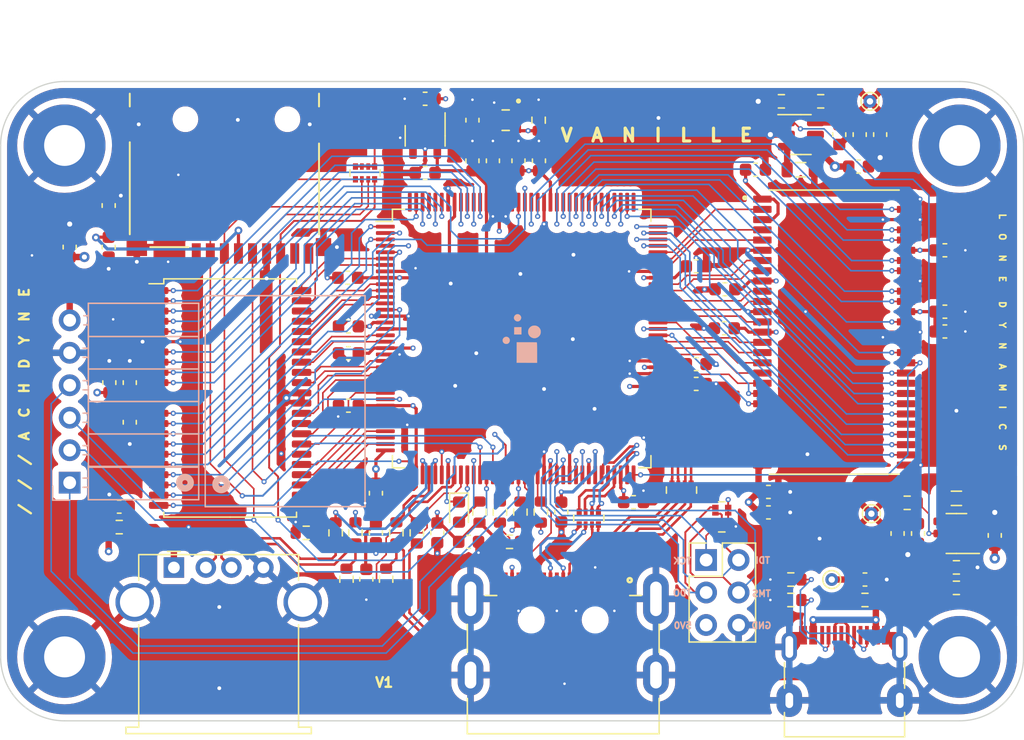
<source format=kicad_pcb>
(kicad_pcb (version 20211014) (generator pcbnew)
  (layers (0 "F.Cu" signal) (1 "In1.Cu" signal) (2 "In2.Cu" signal) (31 "B.Cu" signal) (34 "B.Paste" user) (35 "F.Paste" user) (36 "B.SilkS" user "B.Silkscreen") (37 "F.SilkS" user "F.Silkscreen") (38 "B.Mask" user) (39 "F.Mask" user) (44 "Edge.Cuts" user))
  (net 0 "")
  (net 1 "GND")
  (net 2 "/PWR3V3")
  (net 3 "/PWR1V1")
  (net 4 "/PWR2V5")
  (net 5 "/PWR5V0")
  (net 6 "Net-(C16-Pad1)")
  (net 7 "Net-(C36-Pad2)")
  (net 8 "Net-(C37-Pad2)")
  (net 9 "/USB0_CONN_DP")
  (net 10 "/USB0_CONN_DN")
  (net 11 "/PWR5V0UF")
  (net 12 "Net-(J1-PadA5)")
  (net 14 "Net-(J1-PadB5)")
  (net 16 "/USB1_CONN_DN")
  (net 17 "/USB1_CONN_DP")
  (net 18 "/SD_SS")
  (net 19 "/SD_SCK")
  (net 20 "/DVIC_D2_P")
  (net 21 "/DVIC_D2_N")
  (net 22 "/DVIC_D1_P")
  (net 23 "/DVIC_D1_N")
  (net 24 "/DVIC_D0_P")
  (net 25 "/DVIC_D0_N")
  (net 26 "/DVIC_CK_P")
  (net 27 "/DVIC_CK_N")
  (net 28 "/JTAG_TCK")
  (net 29 "/JTAG_TDI")
  (net 30 "/JTAG_TDO")
  (net 31 "/JTAG_TMS")
  (net 32 "Net-(L1-Pad1)")
  (net 33 "Net-(L2-Pad1)")
  (net 34 "/CSPI_SS")
  (net 35 "/CSPI_MOSI")
  (net 36 "/CSPI_MISO")
  (net 37 "/CSPI_SCK")
  (net 38 "/INITN")
  (net 39 "/PROGRAMN")
  (net 40 "/USB0_DP_PU")
  (net 41 "/USB0_DP")
  (net 42 "/USB0_DN")
  (net 43 "/RESET")
  (net 44 "/USB1_DP")
  (net 45 "/USB1_DN")
  (net 46 "/DVI_D2_P")
  (net 47 "/DVI_D2_N")
  (net 48 "/DVI_D1_P")
  (net 49 "/DVI_D1_N")
  (net 50 "/DVI_D0_P")
  (net 51 "/DVI_D0_N")
  (net 52 "/DVI_CK_P")
  (net 53 "/DVI_CK_N")
  (net 54 "/PWR1V1EN")
  (net 55 "/DONE")
  (net 56 "/SRAM_A0")
  (net 57 "/SRAM_A1")
  (net 58 "/SRAM_A2")
  (net 59 "/SRAM_A3")
  (net 60 "/SRAM_A4")
  (net 61 "/SRAM_D0")
  (net 62 "/SRAM_D1")
  (net 63 "/SRAM_D2")
  (net 64 "/SRAM_D3")
  (net 65 "/SRAM_D4")
  (net 66 "/SRAM_D5")
  (net 67 "/SRAM_D6")
  (net 68 "/SRAM_D7")
  (net 69 "/SRAM_WE")
  (net 70 "/SRAM_A5")
  (net 71 "/SRAM_A6")
  (net 72 "/SRAM_A7")
  (net 73 "/SRAM_A8")
  (net 74 "/SRAM_A9")
  (net 75 "/SRAM_A10")
  (net 76 "/SRAM_A11")
  (net 77 "/SRAM_A12")
  (net 78 "/SRAM_A13")
  (net 79 "/SRAM_A14")
  (net 81 "/SRAM_D8")
  (net 82 "/SRAM_D9")
  (net 83 "/SRAM_D10")
  (net 84 "/CLK48")
  (net 86 "/DRAM_A0")
  (net 87 "/DRAM_A1")
  (net 88 "/DRAM_A2")
  (net 89 "/DRAM_A3")
  (net 90 "/DRAM_A4")
  (net 91 "/DRAM_CS")
  (net 92 "/SRAM_D11")
  (net 93 "/SRAM_D12")
  (net 94 "/SRAM_D13")
  (net 95 "/SRAM_D14")
  (net 96 "/SRAM_D15")
  (net 97 "/SRAM_LB")
  (net 98 "/SRAM_UB")
  (net 99 "/SRAM_OE")
  (net 100 "/DRAM_WE")
  (net 101 "/DRAM_A5")
  (net 102 "/DRAM_A6")
  (net 103 "/DRAM_A7")
  (net 104 "/DRAM_A8")
  (net 105 "/DRAM_A9")
  (net 106 "/DRAM_A10")
  (net 107 "/DRAM_A11")
  (net 108 "/DRAM_A12")
  (net 109 "/SRAM_A15")
  (net 110 "/SRAM_A16")
  (net 111 "/SRAM_A17")
  (net 115 "/DRAM_DQ0")
  (net 116 "/DRAM_DQ1")
  (net 117 "/DRAM_DQ2")
  (net 118 "/DRAM_DQ3")
  (net 119 "/DRAM_DQ4")
  (net 120 "/DRAM_DQ5")
  (net 121 "/DRAM_DQ6")
  (net 122 "/DRAM_DQ7")
  (net 123 "/DRAM_LDQM")
  (net 124 "/DRAM_CAS")
  (net 125 "/DRAM_RAS")
  (net 126 "/DRAM_BS0")
  (net 127 "/DRAM_BS1")
  (net 128 "/DRAM_CKE")
  (net 129 "/DRAM_CLK")
  (net 130 "/DRAM_UDQM")
  (net 132 "/DRAM_DQ8")
  (net 133 "/DRAM_DQ9")
  (net 134 "/DRAM_DQ10")
  (net 135 "/DRAM_DQ11")
  (net 136 "/DRAM_DQ12")
  (net 137 "/DRAM_DQ13")
  (net 138 "/DRAM_DQ14")
  (net 139 "/DRAM_DQ15")
  (net 147 "/LED")
  (net 148 "Net-(D1-Pad2)")
  (footprint "Capacitor_SMD:C_0603_1608Metric" (layer "F.Cu") (at 167.6 138.95)
    (fp_text reference "C14" hide)
    (fp_text value "4.7uF" hide)
  )
  (footprint "Capacitor_SMD:C_0603_1608Metric" (layer "F.Cu") (at 136.9 103.025 -90)
    (fp_text reference "C19" hide)
    (fp_text value "1uF" hide)
  )
  (footprint "Capacitor_SMD:C_0603_1608Metric" (layer "F.Cu") (at 134.15 135.3 90)
    (fp_text reference "C43" hide)
    (fp_text value "220nF" hide)
  )
  (footprint "Resistor_SMD:R_0603_1608Metric" (layer "F.Cu") (at 139.8 136)
    (fp_text reference "R1" hide)
    (fp_text value "4K7" hide)
  )
  (footprint "Capacitor_SMD:C_0603_1608Metric" (layer "F.Cu") (at 108.45 109.7 90)
    (fp_text reference "C25" hide)
    (fp_text value "10uF" hide)
  )
  (footprint "Resistor_SMD:R_0603_1608Metric" (layer "F.Cu") (at 161.8 138.95 180)
    (fp_text reference "R3" hide)
    (fp_text value "5K1" hide)
  )
  (footprint "Capacitor_SMD:C_0603_1608Metric" (layer "F.Cu") (at 129.35 135.3 90)
    (fp_text reference "C10" hide)
    (fp_text value "220nF" hide)
  )
  (footprint "Resistor_SMD:R_0603_1608Metric" (layer "F.Cu") (at 161.0625 101.55 180)
    (fp_text reference "R42" hide)
    (fp_text value "120K" hide)
  )
  (footprint "Package_TO_SOT_SMD:SOT-23-5" (layer "F.Cu") (at 133.2 104.25 -90)
    (fp_text reference "U6" hide)
    (fp_text value "TLV73325PDBV" hide)
  )
  (footprint "Package_QFP:TQFP-144_20x20mm_P0.5mm" (layer "F.Cu") (at 140.75 120.1)
    (fp_text reference "U1" hide)
    (fp_text value "LFE5U-12-TG144" hide)
  )
  (footprint "Resistor_SMD:R_0603_1608Metric" (layer "F.Cu") (at 174.75 138)
    (fp_text reference "R44" hide)
    (fp_text value "47K" hide)
  )
  (footprint "Capacitor_SMD:C_0603_1608Metric" (layer "F.Cu") (at 138.5 106.2 -90)
    (fp_text reference "C12" hide)
    (fp_text value "220nF" hide)
  )
  (footprint "Capacitor_SMD:C_0603_1608Metric" (layer "F.Cu") (at 105.4 112.95 90)
    (fp_text reference "C42" hide)
    (fp_text value "22uF" hide)
  )
  (footprint "Capacitor_SMD:C_0603_1608Metric" (layer "F.Cu") (at 154.4 123.65 180)
    (fp_text reference "C39" hide)
    (fp_text value "220nF" hide)
  )
  (footprint "LD-CRYSTALS:OSC_KC2016Z13.5600C1KX00" (layer "F.Cu") (at 139.5 103.025 -90)
    (fp_text reference "Y1" hide)
    (fp_text value "KC2016Z48" hide)
  )
  (footprint "Resistor_SMD:R_0603_1608Metric" (layer "F.Cu") (at 127.05 138.925 -90)
    (fp_text reference "R19" hide)
    (fp_text value "15K" hide)
  )
  (footprint "Resistor_SMD:R_0603_1608Metric" (layer "F.Cu") (at 137.45 133.675 90)
    (fp_text reference "R11" hide)
    (fp_text value "1K" hide)
  )
  (footprint "Capacitor_SMD:C_0603_1608Metric" (layer "F.Cu") (at 154.4 114.45 180)
    (fp_text reference "C7" hide)
    (fp_text value "220nF" hide)
  )
  (footprint "Capacitor_SMD:C_0603_1608Metric" (layer "F.Cu") (at 136.9 106.2 -90)
    (fp_text reference "C4" hide)
    (fp_text value "220nF" hide)
  )
  (footprint "Capacitor_SMD:C_0603_1608Metric" (layer "F.Cu") (at 110.1 123.55 -90)
    (fp_text reference "C20" hide)
    (fp_text value "100nF" hide)
  )
  (footprint "Capacitor_SMD:C_0603_1608Metric" (layer "F.Cu") (at 136.6 136 180)
    (fp_text reference "C11" hide)
    (fp_text value "1uF" hide)
  )
  (footprint "Capacitor_SMD:C_0603_1608Metric" (layer "F.Cu") (at 109.275 133.25 180)
    (fp_text reference "C16" hide)
    (fp_text value "4.7uF" hide)
  )
  (footprint "Capacitor_SMD:C_0603_1608Metric" (layer "F.Cu") (at 140.5 106.2 -90)
    (fp_text reference "C8" hide)
    (fp_text value "1uF" hide)
  )
  (footprint "Capacitor_SMD:C_0603_1608Metric" (layer "F.Cu") (at 142.1 106.2 -90)
    (fp_text reference "C9" hide)
    (fp_text value "220nF" hide)
  )
  (footprint "LD-CONNECTORS:USB_C_Receptacle_HRO_TYPE-C-31-M-12-BIG-PADS" (layer "F.Cu") (at 166 147.35)
    (fp_text reference "J1" hide)
    (fp_text value "TYPE-C-31-M-12-FIXED" hide)
  )
  (footprint "Resistor_SMD:R_0603_1608Metric" (layer "F.Cu") (at 174.75 139.6 180)
    (fp_text reference "R43" hide)
    (fp_text value "210K" hide)
  )
  (footprint "Package_TO_SOT_SMD:SOT-23-6" (layer "F.Cu") (at 174.75 135.35 180)
    (fp_text reference "U5" hide)
    (fp_text value "TLV62568DDC" hide)
  )
  (footprint "Capacitor_SMD:C_0603_1608Metric" (layer "F.Cu") (at 167.1 106.65)
    (fp_text reference "C32" hide)
    (fp_text value "4.7uF" hide)
  )
  (footprint "Resistor_SMD:R_0603_1608Metric" (layer "F.Cu") (at 127.75 135.3 90)
    (fp_text reference "R17" hide)
    (fp_text value "22R" hide)
  )
  (footprint "Resistor_SMD:R_0603_1608Metric" (layer "F.Cu") (at 130.95 135.3 90)
    (fp_text reference "R7" hide)
    (fp_text value "22R" hide)
  )
  (footprint "Connector_USB:USB_A_Stewart_SS-52100-001_Horizontal" (layer "F.Cu") (at 113.55 138.01)
    (fp_text reference "J2" hide)
    (fp_text value "USB_A" hide)
  )
  (footprint "Capacitor_SMD:C_0603_1608Metric" (layer "F.Cu") (at 160.05 132.1 180)
    (fp_text reference "C28" hide)
    (fp_text value "100nF" hide)
  )
  (footprint "Capacitor_SMD:C_0603_1608Metric" (layer "F.Cu") (at 159.0375 106.9 180)
    (fp_text reference "C23" hide)
    (fp_text value "100nF" hide)
  )
  (footprint "Connector_PinHeader_2.54mm:PinHeader_2x03_P2.54mm_Vertical" (layer "F.Cu") (at 155.175 137.425)
    (fp_text reference "JTAG1" hide)
    (fp_text value "Conn_02x03_Top_Bottom" hide)
  )
  (footprint "Resistor_SMD:R_0603_1608Metric" (layer "F.Cu") (at 139.05 133.675 -90)
    (fp_text reference "R9" hide)
    (fp_text value "51R" hide)
  )
  (footprint "MountingHole:MountingHole_3.2mm_M3_Pad" (layer "F.Cu") (at 175 145)
    (fp_text reference "H4" hide)
    (fp_text value "MountingHole_Pad" hide)
  )
  (footprint "Resistor_SMD:R_0603_1608Metric" (layer "F.Cu") (at 140.65 133.675 90)
    (fp_text reference "R6" hide)
    (fp_text value "1K" hide)
  )
  (footprint "Capacitor_SMD:C_0603_1608Metric" (layer "F.Cu") (at 165.5875 104.15 90)
    (fp_text reference "C36" hide)
    (fp_text value "10pF" hide)
  )
  (footprint "Capacitor_SMD:C_0603_1608Metric" (layer "F.Cu") (at 173.85 113.2 180)
    (fp_text reference "C21" hide)
    (fp_text value "100nF" hide)
  )
  (footprint "Resistor_SMD:R_0603_1608Metric" (layer "F.Cu") (at 126.2 135.3 90)
    (fp_text reference "R18" hide)
    (fp_text value "22R" hide)
  )
  (footprint "Resistor_SMD:R_Array_Convex_4x0402" (layer "F.Cu") (at 153.25 131.95 90)
    (fp_text reference "RN1" hide)
    (fp_text value "270R" hide)
  )
  (footprint "MountingHole:MountingHole_3.2mm_M3_Pad" (layer "F.Cu") (at 105 105)
    (fp_text reference "H1" hide)
    (fp_text value "MountingHole_Pad" hide)
  )
  (footprint "Capacitor_SMD:C_0603_1608Metric" (layer "F.Cu") (at 133.2 101.35 180)
    (fp_text reference "C34" hide)
    (fp_text value "4.7uF" hide)
  )
  (footprint "MountingHole:MountingHole_3.2mm_M3_Pad" (layer "F.Cu") (at 175 105)
    (fp_text reference "H2" hide)
    (fp_text value "MountingHole_Pad" hide)
  )
  (footprint "Resistor_SMD:R_0603_1608Metric" (layer "F.Cu") (at 130.15 138.925 90)
    (fp_text reference "R5" hide)
    (fp_text value "1K5" hide)
  )
  (footprint "TestPoint:TestPoint_THTPad_D1.0mm_Drill0.5mm" (layer "F.Cu") (at 165 138.95)
    (fp_text reference "TP1" hide)
    (fp_text value "TP_PWR5V0" hide)
  )
  (footprint "Capacitor_SMD:C_0603_1608Metric" (layer "F.Cu") (at 156.65 116.25)
    (fp_text reference "C24" hide)
    (fp_text value "100nF" hide)
  )
  (footprint "Capacitor_SMD:C_0603_1608Metric" (layer "F.Cu") (at 156.6 119.3)
    (fp_text reference "C26" hide)
    (fp_text value "100nF" hide)
  )
  (footprint "Capacitor_SMD:C_0603_1608Metric" (layer "F.Cu") (at 110.1 126.65 90)
    (fp_text reference "C17" hide)
    (fp_text value "100nF" hide)
  )
  (footprint "LED_SMD:LED_0603_1608Metric" (layer "F.Cu") (at 135.85 133.675 -90)
    (fp_text reference "D1" hide)
    (fp_text value "LEDW" hide)
  )
  (footprint "Capacitor_SMD:C_0603_1608Metric" (layer "F.Cu") (at 154.4 122.1 180)
    (fp_text reference "C6" hide)
    (fp_text value "220nF" hide)
  )
  (footprint "Capacitor_SMD:C_0603_1608Metric" (layer "F.Cu") (at 108.5 123.55 -90)
    (fp_text reference "C18" hide)
    (fp_text value "2.2uF" hide)
  )
  (footprint "MountingHole:MountingHole_3.2mm_M3_Pad" (layer "F.Cu") (at 105 145)
    (fp_text reference "H3" hide)
    (fp_text value "MountingHole_Pad" hide)
  )
  (footprint "Resistor_SMD:R_0603_1608Metric" (layer "F.Cu") (at 142.075 103.025 90)
    (fp_text reference "C31" hide)
    (fp_text value "100nF" hide)
  )
  (footprint "LD-SDCARD:SDCARD" (layer "F.Cu") (at 117.5 102.95 180)
    (fp_text reference "J3" hide)
    (fp_text value "MICROSD" hide)
  )
  (footprint "Package_TO_SOT_SMD:SOT-23-6" (layer "F.Cu") (at 162.5875 104.15)
    (fp_text reference "U4" hide)
    (fp_text value "TLV62568DDC" hide)
  )
  (footprint "Capacitor_SMD:C_0603_1608Metric" (layer "F.Cu") (at 167.1875 104.15 -90)
    (fp_text reference "C40" hide)
    (fp_text value "22uF" hide)
  )
  (footprint "Resistor_SMD:R_0603_1608Metric" (layer "F.Cu") (at 164.1375 101.55 180)
    (fp_text reference "R41" hide)
    (fp_text value "100K" hide)
  )
  (footprint "Package_SO:TSOP-II-44_10.16x18.41mm_P0.8mm" (layer "F.Cu") (at 117.95 124.75)
    (fp_text reference "U2" hide)
    (fp_text value "IS61WV25616EDBLL" hide)
  )
  (footprint "Resistor_SMD:R_0603_1608Metric" (layer "F.Cu") (at 109.275 134.85)
    (fp_text reference "FB2" hide)
    (fp_text value "Ferrite_Bead" hide)
  )
  (footprint "LD-HDMI:HDMI_TE_1827059-3-FIXED" (layer "F.Cu") (at 144 144.7)
    (fp_text reference "J5" hide)
    (fp_text value "DDMI_A" hide)
  )
  (footprint "Capacitor_SMD:C_0603_1608Metric" (layer "F.Cu") (at 171.75 135.35 -90)
    (fp_text reference "C37" hide)
    (fp_text value "10pF" hide)
  )
  (footprint "Resistor_SMD:R_Array_Convex_4x0402" (layer "F.Cu") (at 128.5 107.15 -90)
    (fp_text reference "RN3" hide)
    (fp_text value "20K" hide)
  )
  (footprint "TestPoint:TestPoint_THTPad_D1.0mm_Drill0.5mm" (layer "F.Cu") (at 167.9875 101.55)
    (fp_text reference "TP2" hide)
    (fp_text value "TP_PWR1V1" hide)
  )
  (footprint "Capacitor_SMD:C_0603_1608Metric" (layer "F.Cu") (at 173.85 118 180)
    (fp_text reference "C22" hide)
    (fp_text value "100nF" hide)
  )
  (footprint "TestPoint:TestPoint_THTPad_D1.0mm_Drill0.5mm" (layer "F.Cu") (at 168.1 133.8)
    (fp_text reference "TP3" hide)
    (fp_text value "TP_PWR3V3" hide)
  )
  (footprint "Capacitor_SMD:C_0603_1608Metric" (layer "F.Cu") (at 129.35 132.2 90)
    (fp_text reference "C44" hide)
    (fp_text value "220nF" hide)
  )
  (footprint "Capacitor_SMD:C_0603_1608Metric" (layer "F.Cu") (at 177.75 135.5 90)
    (fp_text reference "C33" hide)
    (fp_text value "4.7uF" hide)
  )
  (footprint "Inductor_SMD:L_0805_2012Metric" (layer "F.Cu") (at 174.75 132.6 180)
    (fp_text reference "L2" hide)
    (fp_text value "INDUCTOR" hide)
  )
  (footprint "Resistor_SMD:R_0603_1608Metric" (layer "F.Cu") (at 161.8 140.55 180)
    (fp_text reference "R10" hide)
    (fp_text value "5K1" hide)
  )
  (footprint "Resistor_SMD:R_0603_1608Metric" (layer "F.Cu") (at 132.55 135.3 90)
    (fp_text reference "R8" hide)
    (fp_text value "22R" hide)
  )
  (footprint "Resistor_SMD:R_0603_1608Metric" (layer "F.Cu") (at 170.9 132.95)
    (fp_text reference "R40" hide)
    (fp_text value "1K5" hide)
  )
  (footprint "Resistor_SMD:R_0603_1608Metric" (layer "F.Cu") (at 167.6 140.55)
    (fp_text reference "FB1" hide)
    (fp_text value "Ferrite_Bead" hide)
  )
  (footprint "Capacitor_SMD:C_0603_1608Metric" (layer "F.Cu") (at 127.2 119.15)
    (fp_text reference "C2" hide)
    (fp_text value "220nF" hide)
  )
  (footprint "Capacitor_SMD:C_0603_1608Metric" (layer "F.Cu") (at 128.6 138.925 90)
    (fp_text reference "C15" hide)
    (fp_text value "1uF" hide)
  )
  (footprint "Capacitor_SMD:C_0603_1608Metric" (layer "F.Cu") (at 170.15 135.35 -90)
    (fp_text reference "C41" hide)
    (fp_text value "10uF" hide)
  )
  (footprint "Capacitor_SMD:C_0603_1608Metric" (layer "F.Cu") (at 143.85 133.675 90)
    (fp_text reference "C13" hide)
    (fp_text value "220nF" hide)
  )
  (footprint "Capacitor_SMD:C_0603_1608Metric" (layer "F.Cu") (at 160.05 133.7 180)
    (fp_text reference "C29" hide)
    (fp_text value "10uF" hide)
  )
  (footprint "Capacitor_SMD:C_0603_1608Metric" (layer "F.Cu") (at 173.85 119.55 180)
    (fp_text reference "C30" hide)
    (fp_text value "10uF" hide)
  )
  (footprint "Capacitor_SMD:C_0603_1608Metric" (layer "F.Cu") (at 168.7875 104.15 -90)
    (fp_text reference "C35" hide)
    (fp_text value "22uF" hide)
  )
  (footprint "Capacitor_SMD:C_0603_1608Metric" (layer "F.Cu") (at 127.2 125.35)
    (fp_text reference "C5" hide)
    (fp_text value "220nF" hide)
  )
  (footprint "Resistor_SMD:R_Array_Convex_4x0402" (layer "F.Cu") (at 156.4 134.05 180)
    (fp_text reference "RN4" hide)
    (fp_text value "4K7" hide)
  )
  (footprint "Capacitor_SMD:C_0603_1608Metric" (layer "F.Cu") (at 149.5 132.9 180)
    (fp_text reference "C45" hide)
    (fp_text value "220nF" hide)
  )
  (footprint "Capacitor_SMD:C_0603_1608Metric" (layer "F.Cu") (at 108.45 112.95 -90)
    (fp_text reference "C27" hide)
    (fp_text value "100nF" hide)
  )
  (footprint "Capacitor_SMD:C_0603_1608Metric" (layer "F.Cu") (at 127.2 121.25)
    (fp_text reference "C3" hide)
    (fp_text value "220nF" hide)
  )
  (footprint "Inductor_SMD:L_0805_2012Metric" (layer "F.Cu") (at 162.575 106.9)
    (fp_text reference "L1" hide)
    (fp_text value "INDUCTOR" hide)
  )
  (footprint "Capacitor_SMD:C_0603_1608Metric" (layer "F.Cu") (at 133.2 107.15 180)
    (fp_text reference "C38" hide)
    (fp_text value "4.7uF" hide)
  )
  (footprint "Resistor_SMD:R_Array_Convex_4x0402" (layer "F.Cu") (at 146 134.15 90)
    (fp_text reference "RN2" hide)
    (fp_text value "270R" hide)
  )
  (footprint "Resistor_SMD:R_0603_1608Metric" (layer "F.Cu") (at 123.9 135.3 180)
    (fp_text reference "R20" hide)
    (fp_text value "15K" hide)
  )
  (footprint "Capacitor_SMD:C_0603_1608Metric" (layer "F.Cu") (at 127.15 115.35)
    (fp_text reference "C1" hide)
    (fp_text value "220nF" hide)
  )
  (footprint "Resistor_SMD:R_0603_1608Metric" (layer "F.Cu") (at 142.25 133.675 90)
    (fp_text reference "R2" hide)
    (fp_text value "4K7" hide)
  )
  (footprint "LD-MEMORY:SOP80P1176X120-54N" (layer "F.Cu") (at 165.1925 119.6)
    (fp_text reference "U3" hide)
    (fp_text value "W9825G6KH-6" hide)
  )
  (footprint "LD-MODULES:MMOD_Host_Socket" (layer "B.Cu") (at 105.4 118.675 180)
    (fp_text reference "MMOD1" hide)
    (fp_text value "PMOD-Device-x1-Type-2-SPI" hide)
  )
  (footprint "LD-LOGO:ld-kicad" (layer "B.Cu") (at 140.903007 120.156656 180)
    (fp_text reference "G***" hide)
    (fp_text value "LOGO" hide)
  )
  (footprint "LD-MODULES:LD-MMOD" (layer "B.Cu") (at 122.25 125 180)
    (fp_text reference "REF**" hide)
    (fp_text value "LD-MMOD" hide)
  )
  (gr_arc (start 105 150) (mid 101.464466 148.535534) (end 100 145) (layer "Edge.Cuts") (width 0.1))
  (gr_line (start 105 100) (end 175 100) (layer "Edge.Cuts") (width 0.1))
  (gr_line (start 175 150) (end 105 150) (layer "Edge.Cuts") (width 0.1))
  (gr_arc (start 180 145) (mid 178.535534 148.535534) (end 175 150) (layer "Edge.Cuts") (width 0.1))
  (gr_line (start 180 105) (end 180 145) (layer "Edge.Cuts") (width 0.1))
  (gr_line (start 100 145) (end 100 105) (layer "Edge.Cuts") (width 0.1))
  (gr_arc (start 100 105) (mid 101.464466 101.464466) (end 105 100) (layer "Edge.Cuts") (width 0.1))
  (gr_arc (start 175 100) (mid 178.535534 101.464466) (end 180 105) (layer "Edge.Cuts") (width 0.1))
  (gr_text "5V0" (at 153.35 142.55) (layer "B.SilkS") (effects (font (size 0.5 0.5) (thickness 0.125)) (justify mirror)))
  (gr_text "GND" (at 159.5 142.55) (layer "B.SilkS") (effects (font (size 0.5 0.5) (thickness 0.125)) (justify mirror)))
  (gr_text "TMS" (at 159.5 140.05) (layer "B.SilkS") (effects (font (size 0.5 0.5) (thickness 0.125)) (justify mirror)))
  (gr_text "TDI" (at 159.6 137.45) (layer "B.SilkS") (effects (font (size 0.5 0.5) (thickness 0.125)) (justify mirror)))
  (gr_text "TCK" (at 153.3 137.5) (layer "B.SilkS") (effects (font (size 0.5 0.5) (thickness 0.125)) (justify mirror)))
  (gr_text "TDO" (at 153.3 140) (layer "B.SilkS") (effects (font (size 0.5 0.5) (thickness 0.125)) (justify mirror)))
  (gr_text "/  /  /  A  C  H  D  Y  N  E" (at 101.85 125.000001 90) (layer "F.SilkS") (effects (font (size 0.75 0.75) (thickness 0.1875))))
  (gr_text "V  A  N  I  L  L  E" (at 151.3 104.2) (layer "F.SilkS") (effects (font (size 1 1) (thickness 0.25))))
  (gr_text "V1" (at 130 147) (layer "F.SilkS") (effects (font (size 0.75 0.75) (thickness 0.1875))))
  (gr_text "L   O   N   E    D   Y   N   A   M   I   C   S" (at 178.35 119.6 270) (layer "F.SilkS") (effects (font (size 0.5 0.5) (thickness 0.125))))
  (segment (start 110.1 127.425) (end 110.1 128.35) (width 0.25) (layer "F.Cu") (net 1))
  (segment (start 159.5725 118) (end 158.45 118) (width 0.25) (layer "F.Cu") (net 1))
  (segment (start 146.5 139.7) (end 146.5 138) (width 0.25) (layer "F.Cu") (net 1))
  (segment (start 170.8125 119.6) (end 171.9 119.6) (width 0.25) (layer "F.Cu") (net 1))
  (segment (start 155.875 116.25) (end 155.05 116.25) (width 0.25) (layer "F.Cu") (net 1))
  (segment (start 133.2 103.1125) (end 133.2 102.125) (width 0.25) (layer "F.Cu") (net 1))
  (segment (start 140.5 139.7) (end 140.5 141.4) (width 0.25) (layer "F.Cu") (net 1))
  (segment (start 174.625 113.2) (end 175.45 113.2) (width 0.25) (layer "F.Cu") (net 1))
  (segment (start 133.2 106.375) (end 133.2 105.25) (width 0.25) (layer "F.Cu") (net 1))
  (segment (start 130.0875 121.35) (end 131.2 121.35) (width 0.25) (layer "F.Cu") (net 1))
  (segment (start 143.5 139.7) (end 143.5 141.4) (width 0.25) (layer "F.Cu") (net 1))
  (segment (start 133.2 102.125) (end 132.425 101.35) (width 0.25) (layer "F.Cu") (net 1))
  (segment (start 159.5725 113.2) (end 158.45 113.2) (width 0.25) (layer "F.Cu") (net 1))
  (segment (start 143.85 134.45) (end 143.85 135.25) (width 0.25) (layer "F.Cu") (net 1))
  (segment (start 132.2 114.85) (end 132.45 114.6) (width 0.25) (layer "F.Cu") (net 1))
  (segment (start 130.0875 118.35) (end 129 118.35) (width 0.25) (layer "F.Cu") (net 1))
  (segment (start 150.275 132.9) (end 150.275 132) (width 0.25) (layer "F.Cu") (net 1))
  (segment (start 170.32 144.22) (end 170.165 144.22) (width 0.5) (layer "F.Cu") (net 1))
  (segment (start 128.6 139.7) (end 127.1 139.7) (width 0.25) (layer "F.Cu") (net 1))
  (segment (start 174.625 119.55) (end 175.45 119.55) (width 0.25) (layer "F.Cu") (net 1))
  (segment (start 155.175 114.45) (end 155.05 114.45) (width 0.25) (layer "F.Cu") (net 1))
  (segment (start 126.6 121.25) (end 127.2 121.85) (width 0.25) (layer "F.Cu") (net 1))
  (segment (start 170.8125 110.8) (end 169 110.8) (width 0.25) (layer "F.Cu") (net 1))
  (segment (start 155.825 119.3) (end 155 119.3) (width 0.25) (layer "F.Cu") (net 1))
  (segment (start 151.4125 121.85) (end 149.2 121.85) (width 0.25) (layer "F.Cu") (net 1))
  (segment (start 145 139.7) (end 145 141.4) (width 0.25) (layer "F.Cu") (net 1))
  (segment (start 108.45 108.925) (end 109.4 108.925) (width 0.5) (layer "F.Cu") (net 1))
  (segment (start 144.5 130.7625) (end 144.5 128.95) (width 0.25) (layer "F.Cu") (net 1))
  (segment (start 161.835 144.22) (end 162.75 143.305) (width 0.5) (layer "F.Cu") (net 1))
  (segment (start 136.9 105.425) (end 136.9 104.65) (width 0.25) (layer "F.Cu") (net 1))
  (segment (start 177.125 135.35) (end 177.75 134.725) (width 0.5) (layer "F.Cu") (net 1))
  (segment (start 170.15 136.2) (end 170.95 137) (width 0.5) (layer "F.Cu") (net 1))
  (segment (start 160.975 138.95) (end 160.2 138.95) (width 0.15) (layer "F.Cu") (net 1))
  (segment (start 126.425 125.35) (end 126.425 126.175) (width 0.25) (layer "F.Cu") (net 1))
  (segment (start 126.425 126.175) (end 126.4 126.2) (width 0.25) (layer "F.Cu") (net 1))
  (segment (start 108.5 133.25) (end 108.5 132.3) (width 0.5) (layer "F.Cu") (net 1))
  (segment (start 129.35 136.075) (end 129.35 136.9) (width 0.25) (layer "F.Cu") (net 1))
  (segment (start 169.4 119.6) (end 169 120) (width 0.25) (layer "F.Cu") (net 1))
  (segment (start 167.875 106.65) (end 168.0875 106.65) (width 0.5) (layer "F.Cu") (net 1))
  (segment (start 151.4125 127.85) (end 150.3 127.85) (width 0.25) (layer "F.Cu") (net 1))
  (segment (start 170.8125 109.2) (end 171.9 109.2) (width 0.25) (layer "F.Cu") (net 1))
  (segment (start 122.75 124.35) (end 122.35 124.75) (width 0.25) (layer "F.Cu") (net 1))
  (segment (start 160.825 133.7) (end 161.75 133.7) (width 0.5) (layer "F.Cu") (net 1))
  (segment (start 134.5 130.7625) (end 134.5 128.95) (width 0.15) (layer "F.Cu") (net 1))
  (segment (start 138.5 105.425) (end 138.5 104.65) (width 0.25) (layer "F.Cu") (net 1))
  (segment (start 146 130.7625) (end 146 129.65) (width 0.25) (layer "F.Cu") (net 1))
  (segment (start 137.375 136) (end 137.375 136.85) (width 0.15) (layer "F.Cu") (net 1))
  (segment (start 151.4125 122.85) (end 149.2 122.85) (width 0.25) (layer "F.Cu") (net 1))
  (segment (start 123.5375 124.35) (end 122.75 124.35) (width 0.25) (layer "F.Cu") (net 1))
  (segment (start 110.65 112.95) (end 110.65 114.1) (width 0.5) (layer "F.Cu") (net 1))
  (segment (start 127.1 139.7) (end 127.05 139.75) (width 0.25) (layer "F.Cu") (net 1))
  (segment (start 132.425 101.35) (end 131.6 101.35) (width 0.25) (layer "F.Cu") (net 1))
  (segment (start 126.425 119.15) (end 126.65 119.15) (width 0.25) (layer "F.Cu") (net 1))
  (segment (start 105.4 112.175) (end 105.4 111.15) (width 0.5) (layer "F.Cu") (net 1))
  (segment (start 155.05 114.45) (end 154.4 113.8) (width 0.25) (layer "F.Cu") (net 1))
  (segment (start 170.15 136.125) (end 170.15 136.2) (width 0.5) (layer "F.Cu") (net 1))
  (segment (start 155.95 122.1) (end 155.175 122.1) (width 0.25) (layer "F.Cu") (net 1))
  (segment (start 160.2375 101.55) (end 159.25 101.55) (width 0.5) (layer "F.Cu") (net 1))
  (segment (start 142.5 109.4375) (end 142.5 111.15) (width 0.25) (layer "F.Cu") (net 1))
  (segment (start 170.8125 115.6) (end 171.9 115.6) (width 0.25) (layer "F.Cu") (net 1))
  (segment (start 151.4125 114.85) (end 149.15 114.85) (width 0.25) (layer "F.Cu") (net 1))
  (segment (start 122.75 125.15) (end 122.35 124.75) (width 0.25) (layer "F.Cu") (net 1))
  (segment (start 139.5 109.4375) (end 139.5 110.55) (width 0.25) (layer "F.Cu") (net 1))
  (segment (start 110.8 103.35) (end 109.75 103.35) (width 0.25) (layer "F.Cu") (net 1))
  (segment (start 126.425 121.25) (end 126.6 121.25) (width 0.25) (layer "F.Cu") (net 1))
  (segment (start 148 139.7) (end 148 141.4) (width 0.25) (layer "F.Cu") (net 1))
  (segment (start 168.7875 104.925) (end 168.7875 105.95) (width 0.5) (layer "F.Cu") (net 1))
  (segment (start 159.8125 106.9) (end 159.8125 104.5375) (width 0.25) (layer "F.Cu") (net 1))
  (segment (start 129.35 132.975) (end 128.5 132.975) (width 0.25) (layer "F.Cu") (net 1))
  (segment (start 126.65 119.15) (end 127.2 118.6) (width 0.25) (layer "F.Cu") (net 1))
  (segment (start 169.3 138.95) (end 168.375 138.95) (width 0.5) (layer "F.Cu") (net 1))
  (segment (start 130.0875 126.85) (end 131.8 126.85) (width 0.25) (layer "F.Cu") (net 1))
  (segment (start 132.425 107.15) (end 133.2 106.375) (width 0.25) (layer "F.Cu") (net 1))
  (segment (start 160.975 140.55) (end 160.2 140.55) (width 0.15) (layer "F.Cu") (net 1))
  (segment (start 175.8875 135.35) (end 177.125 135.35) (width 0.5) (layer "F.Cu") (net 1))
  (segment (start 125.25 103.35) (end 124.175 103.35) (width 0.25) (layer "F.Cu") (net 1))
  (segment (start 130.0875 114.85) (end 132.2 114.85) (width 0.25) (layer "F.Cu") (net 1))
  (segment (start 136.9 102.25) (end 136.9 101.425) (width 0.25) (layer "F.Cu") (net 1))
  (segment (start 123.075 135.3) (end 123.075 134.45) (width 0.25) (layer "F.Cu") (net 1))
  (segment (start 128.6 139.7) (end 128.6 140.525) (width 0.25) (layer "F.Cu") (net 1))
  (segment (start 142.075 102.2) (end 142.075 101.425) (width 0.25) (layer "F.Cu") (net 1))
  (segment (start 174.625 118) (end 175.45 118) (width 0.25) (layer "F.Cu") (net 1))
  (segment (start 155.175 123.65) (end 155.95 123.65) (width 0.25) (layer "F.Cu") (net 1))
  (segment (start 134.15 136.075) (end 134.15 136.9) (width 0.25) (layer "F.Cu") (net 1))
  (segment (start 142.1 105.425) (end 142.1 104.65) (width 0.25) (layer "F.Cu") (net 1))
  (segment (start 161.68 144.22) (end 161.835 144.22) (width 0.5) (layer "F.Cu") (net 1))
  (segment (start 110.1 122.775) (end 110.1 121.85) (width 0.25) (layer "F.Cu") (net 1))
  (segment (start 160.825 132.1) (end 161.75 132.1) (width 0.5) (layer "F.Cu") (net 1))
  (segment (start 175.575 138) (end 176.4 138) (width 0.5) (layer "F.Cu") (net 1))
  (segment (start 108.45 113.725) (end 108.45 114.65) (width 0.5) (layer "F.Cu") (net 1))
  (segment (start 130.0875 118.35) (end 131.9 118.35) (width 0.25) (layer "F.Cu") (net 1))
  (segment (start 168.0875 106.65) (end 168.7875 105.95) (width 0.5) (layer "F.Cu") (net 1))
  (segment (start 170.8125 119.6) (end 169.4 119.6) (width 0.25) (layer "F.Cu") (net 1))
  (segment (start 108.5 122.775) (end 108.5 121.85) (width 0.25) (layer "F.Cu") (net 1))
  (segment (start 156.9 134.8) (end 157.5 134.8) (width 0.15) (layer "F.Cu") (net 1))
  (segment (start 177.75 134.725) (end 177.75 133.7) (width 0.5) (layer "F.Cu") (net 1))
  (segment (start 142.5 130.7625) (end 142.5 128.95) (width 0.25) (layer "F.Cu") (net 1))
  (segment (start 170.8125 110.8) (end 171.9 110.8) (width 0.25) (layer "F.Cu") (net 1))
  (segment (start 112.3625 120.35) (end 114.05 120.35) (width 0.25) (layer "F.Cu") (net 1))
  (segment (start 159.8125 104.5375) (end 160.2 104.15) (width 0.25) (layer "F.Cu") (net 1))
  (segment (start 138.6 102.425) (end 138.6 101.65) (width 0.25) (layer "F.Cu") (net 1))
  (segment (start 140.5 105.425) (end 140.5 104.65) (width 0.25) (layer "F.Cu") (net 1))
  (segment (start 123.5375 125.15) (end 122.75 125.15) (width 0.25) (layer "F.Cu") (net 1))
  (segment (start 138.5 109.4375) (end 138.5 110.55) (width 0.25) (layer "F.Cu") (net 1))
  (segment (start 170.165 144.22) (end 169.25 143.305) (width 0.5) (layer "F.Cu") (net 1))
  (segment (start 120.8 113.45) (end 120.8 115.4) (width 0.5) (layer "F.Cu") (net 1))
  (segment (start 125.25 112.95) (end 126.3 112.95) (width 0.5) (layer "F.Cu") (net 1))
  (segment (start 112.3625 120.35) (end 111.1 120.35) (width 0.25) (layer "F.Cu") (net 1))
  (segment (start 161.45 104.15) (end 160.2 104.15) (width 0.5) (layer "F.Cu") (net 1))
  (segment (start 135 109.4375) (end 135 108.35) (width 0.25) (layer "F.Cu") (net 1))
  (segment (start 170.8125 130) (end 171.95 130) (width 0.25) (layer "F.Cu") (net 1))
  (segment (start 167.1875 104.925) (end 168.7875 104.925) (width 0.5) (layer "F.Cu") (net 1))
  (segment (start 126.375 115.35) (end 125.55 115.35) (width 0.25) (layer "F.Cu") (net 1))
  (via (at 138.5 110.55) (size 0.4) (drill 0.2) (layers "F.Cu" "B.Cu") (net 1))
  (via (at 114.05 120.35) (size 0.4) (drill 0.2) (layers "F.Cu" "B.Cu") (net 1))
  (via (at 170.95 137) (size 0.8) (drill 0.4) (layers "F.Cu" "B.Cu") (net 1))
  (via (at 143.85 135.25) (size 0.4) (drill 0.2) (layers "F.Cu" "B.Cu") (net 1))
  (via (at 129 118.35) (size 0.4) (drill 0.2) (layers "F.Cu" "B.Cu") (net 1))
  (via (at 138.5 104.65) (size 0.4) (drill 0.2) (layers "F.Cu" "B.Cu") (net 1))
  (via (at 117.1 147.45) (size 0.6) (drill 0.3) (layers "F.Cu" "B.Cu") (net 1))
  (via (at 151.45 102.85) (size 0.6) (drill 0.3) (layers "F.Cu" "B.Cu") (net 1))
  (via (at 161.75 133.7) (size 0.6) (drill 0.3) (layers "F.Cu" "B.Cu") (net 1))
  (via (at 135 108.35) (size 0.4) (drill 0.2) (layers "F.Cu" "B.Cu") (net 1))
  (via (at 142.5 111.15) (size 0.4) (drill 0.2) (layers "F.Cu" "B.Cu") (net 1))
  (via (at 148 141.4) (size 0.4) (drill 0.2) (layers "F.Cu" "B.Cu") (net 1))
  (via (at 135.2 115.8) (size 0.6) (drill 0.3) (layers "F.Cu" "B.Cu") (net 1))
  (via (at 136.9 101.425) (size 0.4) (drill 0.2) (layers "F.Cu" "B.Cu") (net 1))
  (via (at 164.05 135.75) (size 0.6) (drill 0.3) (layers "F.Cu" "B.Cu") (net 1))
  (via (at 142.5 128.95) (size 0.4) (drill 0.2) (layers "F.Cu" "B.Cu") (net 1))
  (via (at 150.3 127.85) (size 0.4) (drill 0.2) (layers "F.Cu" "B.Cu") (net 1))
  (via (at 169 110.8) (size 0.4) (drill 0.2) (layers "F.Cu" "B.Cu") (net 1))
  (via (at 136.9 104.65) (size 0.4) (drill 0.2) (layers "F.Cu" "B.Cu") (net 1))
  (via (at 155.05 116.25) (size 0.4) (drill 0.2) (layers "F.Cu" "B.Cu") (net 1))
  (via (at 131.25 104.4) (size 0.4) (drill 0.2) (layers "F.Cu" "B.Cu") (net 1))
  (via (at 174.75 125.75) (size 0.6) (drill 0.3) (layers "F.Cu" "B.Cu") (net 1))
  (via (at 150.275 132) (size 0.4) (drill 0.2) (layers "F.Cu" "B.Cu") (net 1))
  (via (at 171.9 115.6) (size 0.4) (drill 0.2) (layers "F.Cu" "B.Cu") (net 1))
  (via (at 131.9 118.35) (size 0.4) (drill 0.2) (layers "F.Cu" "B.Cu") (net 1))
  (via (at 135.55 123.8) (size 0.6) (drill 0.3) (layers "F.Cu" "B.Cu") (net 1))
  (via (at 131.6 101.35) (size 0.4) (drill 0.2) (layers "F.Cu" "B.Cu") (net 1))
  (via (at 110.1 121.85) (size 0.6) (drill 0.3) (layers "F.Cu" "B.Cu") (net 1))
  (via (at 114.7 134.85) (size 0.4) (drill 0.2) (layers "F.Cu" "B.Cu") (net 1))
  (via (at 138.6 101.65) (size 0.4) (drill 0.2) (layers "F.Cu" "B.Cu") (net 1))
  (via (at 126.3 112.95) (size 0.6) (drill 0.3) (layers "F.Cu" "B.Cu") (net 1))
  (via (at 117.1 141.1) (size 0.6) (drill 0.3) (layers "F.Cu" "B.Cu") (net 1))
  (via (at 171.9 119.6) (size 0.4) (drill 0.2) (layers "F.Cu" "B.Cu") (net 1))
  (via (at 113.1 114.1) (size 0.4) (drill 0.2) (layers "F.Cu" "B.Cu") (net 1))
  (via (at 128.6 140.525) (size 0.4) (drill 0.2) (layers "F.Cu" "B.Cu") (net 1))
  (via (at 149.15 114.85) (size 0.4) (drill 0.2) (layers "F.Cu" "B.Cu") (net 1))
  (via (at 161.75 132.1) (size 0.6) (drill 0.3) (layers "F.Cu" "B.Cu") (net 1))
  (via (at 123.075 134.45) (size 0.4) (drill 0.2) (layers "F.Cu" "B.Cu") (net 1))
  (via (at 155 119.3) (size 0.4) (drill 0.2) (layers "F.Cu" "B.Cu") (net 1))
  (via (at 175.45 119.55) (size 0.4) (drill 0.2) (layers "F.Cu" "B.Cu") (net 1))
  (via (at 144.5 128.95) (size 0.4) (drill 0.2) (layers "F.Cu" "B.Cu") (net 1))
  (via (at 171.9 110.8) (size 0.4) (drill 0.2) (layers "F.Cu" "B.Cu") (net 1))
  (via (at 127.2 121.85) (size 0.4) (drill 0.2) (layers "F.Cu" "B.Cu") (net 1))
  (via (at 145 141.4) (size 0.4) (drill 0.2) (layers "F.Cu" "B.Cu") (net 1))
  (via (at 137.2 121.25) (size 0.6) (drill 0.3) (layers "F.Cu" "B.Cu") (net 1))
  (via (at 110.8 103.35) (size 0.6) (drill 0.3) (layers "F.Cu" "B.Cu") (net 1))
  (via (at 155.95 122.1) (size 0.4) (drill 0.2) (layers "F.Cu" "B.Cu") (net 1))
  (via (at 108.5 121.85) (size 0.6) (drill 0.3) (layers "F.Cu" "B.Cu") (net 1))
  (via (at 139.5 110.55) (size 0.4) (drill 0.2) (layers "F.Cu" "B.Cu") (net 1))
  (via (at 122.35 124.75) (size 0.6) (drill 0.3) (layers "F.Cu" "B.Cu") (net 1))
  (via (at 127.2 118.6) (size 0.4) (drill 0.2) (layers "F.Cu" "B.Cu") (net 1))
  (via (at 144.75 120.15) (size 0.6) (drill 0.3) (layers "F.Cu" "B.Cu") (net 1))
  (via (at 143.5 141.4) (size 0.4) (drill 0.2) (layers "F.Cu" "B.Cu") (net 1))
  (via (at 121.95 129.1) (size 0.4) (drill 0.2) (layers "F.Cu" "B.Cu") (net 1))
  (via (at 118.55 103) (size 0.6) (drill 0.3) (layers "F.Cu" "B.Cu") (net 1))
  (via (at 110.65 114.1) (size 0.6) (drill 0.3) (layers "F.Cu" "B.Cu") (net 1))
  (via (at 169.3 138.95) (size 0.6) (drill 0.3) (layers "F.Cu" "B.Cu") (net 1))
  (via (at 113.9 107.3) (size 0.4) (drill 0.2) (layers "F.Cu" "B.Cu") (net 1))
  (via (at 140.5 104.65) (size 0.4) (drill 0.2) (layers "F.Cu" "B.Cu") (net 1))
  (via (at 137.375 136.85) (size 0.4) (drill 0.2) (layers "F.Cu" "B.Cu") (net 1))
  (via (at 120.8 115.4) (size 0.6) (drill 0.3) (layers "F.Cu" "B.Cu") (net 1))
  (via (at 142.5 124.05) (size 0.6) (drill 0.3) (layers "F.Cu" "B.Cu") (net 1))
  (via (at 168.7875 105.95) (size 0.8) (drill 0.4) (layers "F.Cu" "B.Cu") (net 1))
  (via (at 111.1 120.35) (size 0.6) (drill 0.3) (layers "F.Cu" "B.Cu") (net 1))
  (via (at 175.45 118) (size 0.4) (drill 0.2) (layers "F.Cu" "B.Cu") (net 1))
  (via (at 177.75 133.7) (size 0.8) (drill 0.4) (layers "F.Cu" "B.Cu") (net 1))
  (via (at 132.45 114.6) (size 0.4) (drill 0.2) (layers "F.Cu" "B.Cu") (net 1))
  (via (at 109.4 108.925) (size 0.6) (drill 0.3) (layers "F.Cu" "B.Cu") (net 1))
  (via (at 110.1 128.35) (size 0.6) (drill 0.3) (layers "F.Cu" "B.Cu") (net 1))
  (via (at 146 129.65) (size 0.4) (drill 0.2) (layers "F.Cu" "B.Cu") (net 1))
  (via (at 149.2 121.85) (size 0.4) (drill 0.2) (layers "F.Cu" "B.Cu") (net 1))
  (via (at 155.95 123.65) (size 0.4) (drill 0.2) (layers "F.Cu" "B.Cu") (net 1))
  (via (at 146.5 138) (size 0.4) (drill 0.2) (layers "F.Cu" "B.Cu") (net 1))
  (via (at 154.4 113.8) (size 0.4) (drill 0.2) (layers "F.Cu" "B.Cu") (net 1))
  (via (at 140.5 141.4) (size 0.4) (drill 0.2) (layers "F.Cu" "B.Cu") (net 1))
  (via (at 169 120) (size 0.4) (drill 0.2) (layers "F.Cu" "B.Cu") (net 1))
  (via (at 158.45 118) (size 0.4) (drill 0.2) (layers "F.Cu" "B.Cu") (net 1))
  (via (at 131.8 126.85) (size 0.4) (drill 0.2) (layers "F.Cu" "B.Cu") (net 1))
  (via (at 160.2 140.55) (size 0.4) (drill 0.2) (layers "F.Cu" "B.Cu") (net 1))
  (via (at 144.8 113.55) (size 0.6) (drill 0.3) (layers "F.Cu" "B.Cu") (net 1))
  (via (at 159.25 101.55) (size 0.8) (drill 0.4) (layers "F.Cu" "B.Cu") (net 1))
  (via (at 134.15 136.9) (size 0.4) (drill 0.2) (layers "F.Cu" "B.Cu") (net 1))
  (via (at 105.4 111.15) (size 0.8) (drill 0.4) (layers "F.Cu" "B.Cu") (net 1))
  (via (at 108.45 114.65) (size 0.6) (drill 0.3) (layers "F.Cu" "B.Cu") (net 1))
  (via (at 142.075 101.425) (size 0.4) (drill 0.2) (layers "F.Cu" "B.Cu") (net 1))
  (via (at 126.4 126.2) (size 0.4) (drill 0.2) (layers "F.Cu" "B.Cu") (net 1))
  (via (at 128.5 132.975) (size 0.4) (drill 0.2) (layers "F.Cu" "B.Cu") (net 1))
  (via (at 163.1 129.15) (size 0.6) (drill 0.3) (layers "F.Cu" "B.Cu") (net 1))
  (via (at 160.2 138.95) (size 0.4) (drill 0.2) (layers "F.Cu" "B.Cu") (net 1))
  (via (at 162.95 118) (size 0.4) (drill 0.2) (layers "F.Cu" "B.Cu") (net 1))
  (via (at 140.65 115.05) (size 0.6) (drill 0.3) (layers "F.Cu" "B.Cu") (net 1))
  (via (at 158.45 113.2) (size 0.4) (drill 0.2) (layers "F.Cu" "B.Cu") (net 1))
  (via (at 124.175 103.35) (size 0.6) (drill 0.3) (layers "F.Cu" "B.Cu") (net 1))
  (via (at 108.5 132.3) (size 0.6) (drill 0.3) (layers "F.Cu" "B.Cu") (net 1))
  (via (at 171.9 109.2) (size 0.4) (drill 0.2) (layers "F.Cu" "B.Cu") (net 1))
  (via (at 157.5 134.8) (size 0.4) (drill 0.2) (layers "F.Cu" "B.Cu") (net 1))
  (via (at 133.2 105.25) (size 0.4) (drill 0.2) (layers "F.Cu" "B.Cu") (net 1))
  (via (at 129.35 136.9) (size 0.4) (drill 0.2) (layers "F.Cu" "B.Cu") (net 1))
  (via (at 131.2 121.35) (size 0.4) (drill 0.2) (layers "F.Cu" "B.Cu") (net 1))
  (via (at 125.55 115.35) (size 0.4) (drill 0.2) (layers "F.Cu" "B.Cu") (net 1))
  (via (at 149.2 122.85) (size 0.4) (drill 0.2) (layers "F.Cu" "B.Cu") (net 1))
  (via (at 160.2 104.15) (size 0.8) (drill 0.4) (layers "F.Cu" "B.Cu") (net 1))
  (via (at 134.5 128.95) (size 0.4) (drill 0.2) (layers "F.Cu" "B.Cu") (net 1))
  (via (at 142.1 104.65) (size 0.4) (drill 0.2) (layers "F.Cu" "B.Cu") (net 1))
  (via (at 175.45 113.2) (size 0.4) (drill 0.2) (layers "F.Cu" "B.Cu") (net 1))
  (via (at 102.45 113.6) (size 0.4) (drill 0.2) (layers "F.Cu" "B.Cu") (net 1))
  (via (at 108.8 118.6) (size 0.4) (drill 0.2) (layers "F.Cu" "B.Cu") (net 1))
  (via (at 146.45 125.6) (size 0.6) (drill 0.3) (layers "F.Cu" "B.Cu") (net 1))
  (via (at 176.4 138) (size 0.6) (drill 0.3) (layers "F.Cu" "B.Cu") (net 1))
  (via (at 144.1 147.1) (size 0.4) (drill 0.2) (layers "F.Cu" "B.Cu") (net 1))
  (via (at 171.95 130) (size 0.4) (drill 0.2) (layers "F.Cu" "B.Cu") (net 1))
  (segment (start 137.475 134.5) (end 138.975 136) (width 0.25) (layer "F.Cu") (net 2))
  (segment (start 108.45 110.475) (end 108.45 112.175) (width 0.25) (layer "F.Cu") (net 2))
  (segment (start 158.5 132.925) (end 159.275 133.7) (width 0.5) (layer "F.Cu") (net 2))
  (segment (start 158.5 132.9) (end 158.5 132.875) (width 0.5) (layer "F.Cu") (net 2))
  (segment (start 157.375 119.3) (end 158.2 119.3) (width 0.25) (layer "F.Cu") (net 2))
  (segment (start 110.125 124.35) (end 110.1 124.325) (width 0.25) (layer "F.Cu") (net 2))
  (segment (start 134.15 101.525) (end 133.975 101.35) (width 0.25) (layer "F.Cu") (net 2))
  (segment (start 129.15 118.85) (end 128.85 119.15) (width 0.25) (layer "F.Cu") (net 2))
  (segment (start 137.45 134.5) (end 137.325 134.5) (width 0.25) (layer "F.Cu") (net 2))
  (segment (start 135 130.7625) (end 135 129.65) (width 0.25) (layer "F.Cu") (net 2))
  (segment (start 134.8 101.35) (end 133.975 101.35) (width 0.25) (layer "F.Cu") (net 2))
  (segment (start 109.175 125.875) (end 110.1 125.875) (width 0.25) (layer "F.Cu") (net 2))
  (segment (start 135.5 109.4375) (end 135.5 110.55) (width 0.25) (layer "F.Cu") (net 2))
  (segment (start 134.15 134.525) (end 134.35 134.525) (width 0.25) (layer "F.Cu") (net 2))
  (segment (start 151.4125 115.35) (end 150.3 115.35) (width 0.25) (layer "F.Cu") (net 2))
  (segment (start 141.3 106.975) (end 142.1 106.975) (width 0.25) (layer "F.Cu") (net 2))
  (segment (start 173.075 118) (end 173.075 119.55) (width 0.25) (layer "F.Cu") (net 2))
  (segment (start 131.2375 103.1125) (end 132.25 103.1125) (width 0.15) (layer "F.Cu") (net 2))
  (segment (start 142.25 134.5) (end 142.25 135.25) (width 0.125) (layer "F.Cu") (net 2))
  (segment (start 158.5 132.875) (end 159.275 132.1) (width 0.5) (layer "F.Cu") (net 2))
  (segment (start 135.1 113.95) (end 133.7 115.35) (width 0.25) (layer "F.Cu") (net 2))
  (segment (start 134.15 104) (end 134.15 103.1125) (width 0.25) (layer "F.Cu") (net 2))
  (segment (start 132.25 103.1125) (end 132.25 103.9) (width 0.25) (layer "F.Cu") (net 2))
  (segment (start 159.275 130.2975) (end 159.5725 130) (width 0.5) (layer "F.Cu") (net 2))
  (segment (start 156.9 132.7) (end 156.9 133.3) (width 0.15) (layer "F.Cu") (net 2))
  (segment (start 130.0875 118.85) (end 129.15 118.85) (width 0.25) (layer "F.Cu") (net 2))
  (segment (start 107.475 112.175) (end 107.45 112.2) (width 0.25) (layer "F.Cu") (net 2))
  (segment (start 159.45 115.6) (end 158.6 115.6) (width 0.25) (layer "F.Cu") (net 2))
  (segment (start 160.8 110.35) (end 160.8 109.55) (width 0.25) (layer "F.Cu") (net 2))
  (segment (start 173.075 118) (end 171.9 118) (width 0.25) (layer "F.Cu") (net 2))
  (segment (start 112.3625 125.15) (end 110.825 125.15) (width 0.25) (layer "F.Cu") (net 2))
  (segment (start 108.5 125.2) (end 109.175 125.875) (width 0.25) (layer "F.Cu") (net 2))
  (segment (start 157.95 116.25) (end 157.425 116.25) (width 0.25) (layer "F.Cu") (net 2))
  (segment (start 106.55 113.725) (end 105.4 113.725) (width 0.5) (layer "F.Cu") (net 2))
  (segment (start 140.6 134.5) (end 140 135.1) (width 0.125) (layer "F.Cu") (net 2))
  (segment (start 158.25 107.8775) (end 159.5725 109.2) (width 0.25) (layer "F.Cu") (net 2))
  (segment (start 129.35 129.5875) (end 130.0875 128.85) (width 0.25) (layer "F.Cu") (net 2))
  (segment (start 127.925 115.35) (end 130.0875 115.35) (width 0.25) (layer "F.Cu") (net 2))
  (segment (start 159.5725 115.6) (end 159.45 115.6) (width 0.25) (layer "F.Cu") (net 2))
  (segment (start 141.3 106.975) (end 140.5 106.975) (width 0.25) (layer "F.Cu") (net 2))
  (segment (start 148.5 130.7625) (end 148.5 131.775) (width 0.25) (layer "F.Cu") (net 2))
  (segment (start 108.5 124.325) (end 110.1 124.325) (width 0.25) (layer "F.Cu") (net 2))
  (segment (start 127.975 119.15) (end 128.85 119.15) (width 0.25) (layer "F.Cu") (net 2))
  (segment (start 108.5 124.325) (end 108.5 125.2) (width 0.25) (layer "F.Cu") (net 2))
  (segment (start 158.2625 107.7375) (end 158.25 107.75) (width 0.25) (layer "F.Cu") (net 2))
  (segment (start 141.25 103.85) (end 142.075 103.85) (width 0.25) (layer "F.Cu") (net 2))
  (segment (start 156.9 133.3) (end 156.9 133.8) (width 0.15) (layer "F.Cu") (net 2))
  (segment (start 128.25 106.65) (end 128.75 106.65) (width 0.15) (layer "F.Cu") (net 2))
  (segment (start 160.35 110.8) (end 160.8 110.35) (width 0.25) (layer "F.Cu") (net 2))
  (segment (start 160.8 109.55) (end 160.45 109.2) (width 0.25) (layer "F.Cu") (net 2))
  (segment (start 153.375 122.35) (end 153.625 122.1) (width 0.25) (layer "F.Cu") (net 2))
  (segment (start 159.5725 110.8) (end 160.35 110.8) (width 0.25) (layer "F.Cu") (net 2))
  (segment (start 158.25 107.75) (end 158.25 107.8775) (width 0.25) (layer "F.Cu") (net 2))
  (segment (start 148.5 131.775) (end 148.725 132) (width 0.25) (layer "F.Cu") (net 2))
  (segment (start 158.5 119.6) (end 159.5725 119.6) (width 0.25) (layer "F.Cu") (net 2))
  (segment (start 140.4 102.425) (end 140.4 103.625) (width 0.25) (layer "F.Cu") (net 2))
  (segment (start 143 130.7625) (end 143 129.65) (width 0.25) (layer "F.Cu") (net 2))
  (segment (start 108.45 112.175) (end 107.475 112.175) (width 0.25) (layer "F.Cu") (net 2))
  (segment (start 132.25 103.9) (end 132.65 104.3) (width 0.25) (layer "F.Cu") (net 2))
  (segment (start 130.0875 115.35) (end 131.2 115.35) (width 0.25) (layer "F.Cu") (net 2))
  (segment (start 140.65 134.5) (end 140.6 134.5) (width 0.125) (layer "F.Cu") (net 2))
  (segment (start 112.3625 124.35) (end 110.125 124.35) (width 0.25) (layer "F.Cu") (net 2))
  (segment (start 159.5725 119.6) (end 160.65 119.6) (width 0.25) (layer "F.Cu") (net 2))
  (segment (start 173.075 113.2) (end 171.9 113.2) (width 0.25) (layer "F.Cu") (net 2))
  (segment (start 141.25 103.85) (end 140.625 103.85) (width 0.25) (layer "F.Cu") (net 2))
  (segment (start 128.75 106.65) (end 129.25 106.65) (width 0.15) (layer "F.Cu") (net 2))
  (segment (start 160.45 109.2) (end 159.5725 109.2) (width 0.25) (layer "F.Cu") (net 2))
  (segment (start 143 107.875) (end 142.1 106.975) (width 0.25) (layer "F.Cu") (net 2))
  (segment (start 118.6 113.45) (end 118.6 111.65) (width 0.25) (layer "F.Cu") (net 2))
  (segment (start 134.15 103.1125) (end 134.15 101.525) (width 0.25) (layer "F.Cu") (net 2))
  (segment (start 148.725 132) (end 148.725 132.9) (width 0.25) (layer "F.Cu") (net 2))
  (segment (start 159.5725 115.6) (end 160.65 115.6) (width 0.25) (layer "F.Cu") (net 2))
  (segment (start 134.35 134.525) (end 135.825 136) (width 0.25) (layer "F.Cu") (net 2))
  (segment (start 158.2 119.3) (end 158.5 119.6) (width 0.25) (layer "F.Cu") (net 2))
  (segment (start 129.25 105.1) (end 131.2375 103.1125) (width 0.15) (layer "F.Cu") (net 2))
  (segment (start 134.15 133.7) (end 134.15 134.525) (width 0.25) (layer "F.Cu") (net 2))
  (segment (start 108.5 124.325) (end 107.55 124.325) (width 0.25) (layer "F.Cu") (net 2))
  (segment (start 159.275 132.1) (end 159.275 130.2975) (width 0.5) (layer "F.Cu") (net 2))
  (segment (start 152.725 115.35) (end 153.625 114.45) (width 0.25) (layer "F.Cu") (net 2))
  (segment (start 129.25 106.65) (end 129.25 105.1) (width 0.15) (layer "F.Cu") (net 2))
  (segment (start 135.5 110.55) (end 135.1 110.95) (width 0.25) (layer "F.Cu") (net 2))
  (segment (start 133.85 104.3) (end 134.15 104) (width 0.25) (layer "F.Cu") (net 2))
  (segment (start 135.1 110.95) (end 135.1 113.95) (width 0.25) (layer "F.Cu") (net 2))
  (segment (start 151.4125 122.35) (end 153.375 122.35) (width 0.25) (layer "F.Cu") (net 2))
  (segment (start 143 109.4375) (end 143 107.875) (width 0.25) (layer "F.Cu") (net 2))
  (segment (start 129.35 131.425) (end 129.35 130.3) (width 0.25) (layer "F.Cu") (net 2))
  (segment (start 170.8125 113.2) (end 171.9 113.2) (width 0.25) (layer "F.Cu") (net 2))
  (segment (start 137.325 134.5) (end 135.825 136) (width 0.25) (layer "F.Cu") (net 2))
  (segment (start 151.4125 122.35) (end 150.35 122.35) (width 0.25) (layer "F.Cu") (net 2))
  (segment (start 127.75 106.65) (end 128.25 106.65) (width 0.15) (layer "F.Cu") (net 2))
  (segment (start 137.45 134.5) (end 137.475 134.5) (width 0.25) (layer "F.Cu") (net 2))
  (segment (start 151.4125 115.35) (end 152.725 115.35) (width 0.25) (layer "F.Cu") (net 2))
  (segment (start 158.2625 106.9) (end 158.2625 107.7375) (width 0.25) (layer "F.Cu") (net 2))
  (segment (start 170.8125 118) (end 171.9 118) (width 0.25) (layer "F.Cu") (net 2))
  (segment (start 129.35 130.3) (end 129.35 129.5875) (width 0.25) (layer "F.Cu") (net 2))
  (segment (start 158.6 115.6) (end 157.95 116.25) (width 0.25) (layer "F.Cu") (net 2))
  (segment (start 140.625 103.85) (end 140.4 103.625) (width 0.25) (layer "F.Cu") (net 2))
  (segment (start 156.9 133.8) (end 156.9 134.3) (width 0.15) (layer "F.Cu") (net 2))
  (segment (start 132.65 104.3) (end 133.85 104.3) (width 0.25) (layer "F.Cu") (net 2))
  (segment (start 133.7 115.35) (end 131.2 115.35) (width 0.25) (layer "F.Cu") (net 2))
  (segment (start 105.4 113.725) (end 105.4 118.675) (width 0.5) (layer "F.Cu") (net 2))
  (segment (start 110.825 125.15) (end 110.1 125.875) (width 0.25) (layer "F.Cu") (net 2))
  (segment (start 158.5 132.9) (end 158.5 132.925) (width 0.5) (layer "F.Cu") (net 2))
  (via (at 141.3 106.975) (size 0.4) (drill 0.2) (layers "F.Cu" "B.Cu") (net 2))
  (via (at 140 135.1) (size 0.4) (drill 0.2) (layers "F.Cu" "B.Cu") (net 2))
  (via (at 148.725 132) (size 0.4) (drill 0.2) (layers "F.Cu" "B.Cu") (net 2))
  (via (at 142.25 135.25) (size 0.4) (drill 0.2) (layers "F.Cu" "B.Cu") (net 2))
  (via (at 107.55 124.325) (size 0.6) (drill 0.3) (layers "F.Cu" "B.Cu") (net 2))
  (via (at 160.65 119.6) (size 0.4) (drill 0.2) (layers "F.Cu" "B.Cu") (net 2))
  (via (at 160.65 115.6) (size 0.4) (drill 0.2) (layers "F.Cu" "B.Cu") (net 2))
  (via (at 143 129.65) (size 0.4) (drill 0.2) (layers "F.Cu" "B.Cu") (net 2))
  (via (at 118.6 111.65) (size 0.6) (drill 0.3) (layers "F.Cu" "B.Cu") (net 2))
  (via (at 106.55 113.725) (size 0.8) (drill 0.4) (layers "F.Cu" "B.Cu") (net 2))
  (via (at 156.9 132.7) (size 0.4) (drill 0.2) (layers "F.Cu" "B.Cu") (net 2))
  (via (at 129.35 130.3) (size 0.6) (drill 0.3) (layers "F.Cu" "B.Cu") (net 2))
  (via (at 107.45 112.2) (size 0.6) (drill 0.3) (layers "F.Cu" "B.Cu") (net 2))
  (via (at 141.25 103.85) (size 0.4) (drill 0.2) (layers "F.Cu" "B.Cu") (net 2))
  (via (at 158.25 107.75) (size 0.4) (drill 0.2) (layers "F.Cu" "B.Cu") (net 2))
  (via (at 134.15 133.7) (size 0.4) (drill 0.2) (layers "F.Cu" "B.Cu") (net 2))
  (via (at 131.2 115.35) (size 0.4) (drill 0.2) (layers "F.Cu" "B.Cu") (net 2))
  (via (at 150.3 115.35) (size 0.4) (drill 0.2) (layers "F.Cu" "B.Cu") (net 2))
  (via (at 134.8 101.35) (size 0.4) (drill 0.2) (layers "F.Cu" "B.Cu") (net 2))
  (via (at 135 129.65) (size 0.4) (drill 0.2) (layers "F.Cu" "B.Cu") (net 2))
  (via (at 171.9 113.2) (size 0.4) (drill 0.2) (layers "F.Cu" "B.Cu") (net 2))
  (via (at 128.85 119.15) (size 0.4) (drill 0.2) (layers "F.Cu" "B.Cu") (net 2))
  (via (at 158.5 132.9) (size 0.6) (drill 0.3) (layers "F.Cu" "B.Cu") (net 2))
  (via (at 171.9 118) (size 0.4) (drill 0.2) (layers "F.Cu" "B.Cu") (net 2))
  (via (at 150.35 122.35) (size 0.4) (drill 0.2) (layers "F.Cu" "B.Cu") (net 2))
  (segment (start 118.6 111.65) (end 117.15 113.1) (width 0.25) (layer "B.Cu") (net 2))
  (segment (start 117.15 113.1) (end 108.35 113.1) (width 0.25) (layer "B.Cu") (net 2))
  (segment (start 108.35 113.1) (end 107.45 112.2) (width 0.25) (layer "B.Cu") (net 2))
  (segment (start 132.5 130.7625) (end 132.5 125.6) (width 0.25) (layer "F.Cu") (net 3))
  (segment (start 138.5 106.975) (end 138.5 107.8) (width 0.25) (layer "F.Cu") (net 3))
  (segment (start 132.3 131.9) (end 131.65 131.9) (width 0.25) (layer "F.Cu") (net 3))
  (segment (start 128.8 125.35) (end 130.0875 125.35) (width 0.25) (layer "F.Cu") (net 3))
  (segment (start 153.425 123.85) (end 153.625 123.65) (width 0.25) (layer "F.Cu") (net 3))
  (segment (start 151.4125 123.85) (end 153.425 123.85) (width 0.25) (layer "F.Cu") (net 3))
  (segment (start 127.975 125.35) (end 128.8 125.35) (width 0.25) (layer "F.Cu") (net 3))
  (segment (start 165.6375 104.925) (end 167.1875 103.375) (width 0.5) (layer "F.Cu") (net 3))
  (segment (start 136.9 103.8) (end 137.7 104.6) (width 0.25) (layer "F.Cu") (net 3))
  (segment (start 151.4125 123.85) (end 149.2 123.85) (width 0.25) (layer "F.Cu") (net 3))
  (segment (start 132.5 130.7625) (end 132.5 131.7) (width 0.25) (layer "F.Cu") (net 3))
  (segment (start 146.5 130.7625) (end 146.5 128.95) (width 0.25) (layer "F.Cu") (net 3))
  (segment (start 132.5 125.6) (end 132.25 125.35) (width 0.25) (layer "F.Cu") (net 3))
  (segment (start 127.975 121.25) (end 128.8 121.25) (width 0.25) (layer "F.Cu") (net 3))
  (segment (start 129.35 134.525) (end 128.55 135.325) (width 0.25) (layer "F.Cu") (net 3))
  (segment (start 137.7 106.175) (end 138.5 106.975) (width 0.25) (layer "F.Cu") (net 3))
  (segment (start 132.5 131.7) (end 132.3 131.9) (width 0.25) (layer "F.Cu") (net 3))
  (segment (start 139 109.4375) (end 139 108.3) (width 0.25) (layer "F.Cu") (net 3))
  (segment (start 130.0875 120.85) (end 132.25 120.85) (width 0.25) (layer "F.Cu") (net 3))
  (segment (start 139 108.3) (end 138.5 107.8) (width 0.25) (layer "F.Cu") (net 3))
  (segment (start 129.35 134.2) (end 129.35 134.525) (width 0.25) (layer "F.Cu") (net 3))
  (segment (start 128.55 138.1) (end 128.6 138.15) (width 0.25) (layer "F.Cu") (net 3))
  (segment (start 129.2 120.85) (end 128.8 121.25) (width 0.25) (layer "F.Cu") (net 3))
  (segment (start 131.65 131.9) (end 129.35 134.2) (width 0.25) (layer "F.Cu") (net 3))
  (segment (start 137.7 104.6) (end 137.7 106.175) (width 0.25) (layer "F.Cu") (net 3))
  (segment (start 128.55 135.325) (end 128.55 138.1) (width 0.25) (layer "F.Cu") (net 3))
  (segment (start 167.1875 103.375) (end 168.7875 103.375) (width 0.5) (layer "F.Cu") (net 3))
  (segment (start 165.5875 104.925) (end 165.6375 104.925) (width 0.5) (layer "F.Cu") (net 3))
  (segment (start 130.0875 120.85) (end 129.2 120.85) (width 0.25) (layer "F.Cu") (net 3))
  (segment (start 143.85 132.9) (end 143.85 132.1) (width 0.25) (layer "F.Cu") (net 3))
  (segment (start 139 109.4375) (end 139 111.7) (width 0.25) (layer "F.Cu") (net 3))
  (segment (start 130.0875 125.35) (end 132.25 125.35) (width 0.25) (layer "F.Cu") (net 3))
  (via (at 132.25 125.35) (size 0.4) (drill 0.2) (layers "F.Cu" "B.Cu") (net 3))
  (via (at 146.5 128.95) (size 0.4) (drill 0.2) (layers "F.Cu" "B.Cu") (net 3))
  (via (at 139 111.7) (size 0.4) (drill 0.2) (layers "F.Cu" "B.Cu") (net 3))
  (via (at 149.2 123.85) (size 0.4) (drill 0.2) (layers "F.Cu" "B.Cu") (net 3))
  (via (at 132.25 120.85) (size 0.4) (drill 0.2) (layers "F.Cu" "B.Cu") (net 3))
  (via (at 143.85 132.1) (size 0.4) (drill 0.2) (layers "F.Cu" "B.Cu") (net 3))
  (segment (start 144.75 132.1) (end 146.5 130.35) (width 0.25) (layer "B.Cu") (net 3))
  (segment (start 143.85 132.1) (end 144.75 132.1) (width 0.25) (layer "B.Cu") (net 3))
  (segment (start 146.5 130.35) (end 146.5 128.95) (width 0.25) (layer "B.Cu") (net 3))
  (segment (start 138.9 117.35) (end 138 116.45) (width 0.25) (layer "F.Cu") (net 4))
  (segment (start 138 109.4375) (end 138 116.45) (width 0.25) (layer "F.Cu") (net 4))
  (segment (start 135.2 119.35) (end 130.0875 119.35) (width 0.25) (layer "F.Cu") (net 4))
  (segment (start 134.15 106.975) (end 133.975 107.15) (width 0.25) (layer "F.Cu") (net 4))
  (segment (start 151.4125 117.35) (end 138.9 117.35) (width 0.25) (layer "F.Cu") (net 4))
  (segment (start 138 109.4375) (end 138 108.075) (width 0.25) (layer "F.Cu") (net 4))
  (segment (start 140 118.45) (end 138.9 117.35) (width 0.25) (layer "F.Cu") (net 4))
  (segment (start 138 116.55) (end 135.2 119.35) (width 0.25) (layer "F.Cu") (net 4))
  (segment (start 138 116.45) (end 138 116.55) (width 0.25) (layer "F.Cu") (net 4))
  (segment (start 136.9 106.975) (end 134.15 106.975) (width 0.25) (layer "F.Cu") (net 4))
  (segment (start 138 108.075) (end 136.9 106.975) (width 0.25) (layer "F.Cu") (net 4))
  (segment (start 140 130.7625) (end 140 118.45) (width 0.25) (layer "F.Cu") (net 4))
  (segment (start 134.15 105.3875) (end 134.15 106.975) (width 0.25) (layer "F.Cu") (net 4))
  (segment (start 165.25 106.65) (end 165.25 106.625) (width 0.5) (layer "F.Cu") (net 5))
  (segment (start 166.775 139) (end 166.825 138.95) (width 0.5) (layer "F.Cu") (net 5))
  (segment (start 174.3 134.4) (end 173.6125 134.4) (width 0.5) (layer "F.Cu") (net 5))
  (segment (start 108.45 134.85) (end 108.45 136.75) (width 0.5) (layer "F.Cu") (net 5))
  (segment (start 166.325 106.65) (end 165.25 106.65) (width 0.5) (layer "F.Cu") (net 5))
  (segment (start 165.25 106.625) (end 163.725 105.1) (width 0.5) (layer "F.Cu") (net 5))
  (segment (start 140 139.7) (end 140 138) (width 0.25) (layer "F.Cu") (net 5))
  (segment (start 175.232538 136.3) (end 174.75 135.817462) (width 0.5) (layer "F.Cu") (net 5))
  (segment (start 177.75 136.275) (end 177.75 137.3) (width 0.5) (layer "F.Cu") (net 5))
  (segment (start 174.75 134.85) (end 174.3 134.4) (width 0.5) (layer "F.Cu") (net 5))
  (segment (start 177.75 136.275) (end 175.9125 136.275) (width 0.5) (layer "F.Cu") (net 5))
  (segment (start 175.8875 136.3) (end 175.232538 136.3) (width 0.5) (layer "F.Cu") (net 5))
  (segment (start 174.75 135.817462) (end 174.75 134.85) (width 0.5) (layer "F.Cu") (net 5))
  (segment (start 166.775 140.55) (end 166.775 139) (width 0.5) (layer "F.Cu") (net 5))
  (segment (start 175.9125 136.275) (end 175.8875 136.3) (width 0.5) (layer "F.Cu") (net 5))
  (segment (start 166.825 138.95) (end 165 138.95) (width 0.5) (layer "F.Cu") (net 5))
  (via (at 108.45 136.75) (size 0.6) (drill 0.3) (layers "F.Cu" "B.Cu") (net 5))
  (via (at 140 138) (size 0.4) (drill 0.2) (layers "F.Cu" "B.Cu") (net 5))
  (via (at 177.75 137.3) (size 0.8) (drill 0.4) (layers "F.Cu" "B.Cu") (net 5))
  (via (at 165.25 106.65) (size 0.8) (drill 0.4) (layers "F.Cu" "B.Cu") (net 5))
  (segment (start 110.1 134.85) (end 112.1 134.85) (width 0.5) (layer "F.Cu") (net 6))
  (segment (start 110.05 133.25) (end 110.05 134.8) (width 0.5) (layer "F.Cu") (net 6))
  (segment (start 110.05 134.8) (end 110.1 134.85) (width 0.5) (layer "F.Cu") (net 6))
  (segment (start 113.55 136.3) (end 113.55 138.01) (width 0.5) (layer "F.Cu") (net 6))
  (segment (start 112.1 134.85) (end 113.55 136.3) (width 0.5) (layer "F.Cu") (net 6))
  (segment (start 163.3125 102.7875) (end 163.725 103.2) (width 0.5) (layer "F.Cu") (net 7))
  (segment (start 161.8875 101.55) (end 163.3125 101.55) (width 0.5) (layer "F.Cu") (net 7))
  (segment (start 163.3125 101.55) (end 163.3125 102.7875) (width 0.5) (layer "F.Cu") (net 7))
  (segment (start 165.4125 103.2) (end 165.5875 103.375) (width 0.5) (layer "F.Cu") (net 7))
  (segment (start 163.725 103.2) (end 165.4125 103.2) (width 0.5) (layer "F.Cu") (net 7))
  (segment (start 171.925 136.3) (end 171.75 136.125) (width 0.5) (layer "F.Cu") (net 8))
  (segment (start 173.925 138) (end 173.925 136.6125) (width 0.5) (layer "F.Cu") (net 8))
  (segment (start 173.925 136.6125) (end 173.6125 136.3) (width 0.5) (layer "F.Cu") (net 8))
  (segment (start 173.6125 136.3) (end 171.925 136.3) (width 0.5) (layer "F.Cu") (net 8))
  (segment (start 173.925 139.6) (end 173.925 138) (width 0.5) (layer "F.Cu") (net 8))
  (segment (start 131.524999 136.699999) (end 131.524999 141.743199) (width 0.2) (layer "F.Cu") (net 9))
  (segment (start 130.95 136.125) (end 130.95 137.3) (width 0.2) (layer "F.Cu") (net 9))
  (segment (start 130.95 137.3) (end 130.15 138.1) (width 0.2) (layer "F.Cu") (net 9))
  (segment (start 166.6 144.35) (end 166.75 144.2) (width 0.2) (layer "F.Cu") (net 9))
  (segment (start 164.4932 146.725) (end 165.725 145.4932) (width 0.2) (layer "F.Cu") (net 9))
  (segment (start 166.75 144.2) (end 166.75 143.305) (width 0.2) (layer "F.Cu") (net 9))
  (segment (start 165.725 145.4932) (end 165.725 144.417501) (width 0.2) (layer "F.Cu") (net 9))
  (segment (start 165.75 143.305) (end 165.75 144.23) (width 0.2) (layer "F.Cu") (net 9))
  (segment (start 165.725 144.417501) (end 165.75 144.392501) (width 0.2) (layer "F.Cu") (net 9))
  (segment (start 133.7568 143.975) (end 151.8568 143.975) (width 0.2) (layer "F.Cu") (net 9))
  (segment (start 131.524999 141.743199) (end 133.7568 143.975) (width 0.2) (layer "F.Cu") (net 9))
  (segment (start 130.95 136.125) (end 131.524999 136.699999) (width 0.2) (layer "F.Cu") (net 9))
  (segment (start 154.6068 146.725) (end 164.4932 146.725) (width 0.2) (layer "F.Cu") (net 9))
  (segment (start 165.75 144.23) (end 165.87 144.35) (width 0.2) (layer "F.Cu") (net 9))
  (segment (start 165.75 144.392501) (end 165.75 143.305) (width 0.2) (layer "F.Cu") (net 9))
  (segment (start 165.87 144.35) (end 166.6 144.35) (width 0.2) (layer "F.Cu") (net 9))
  (segment (start 151.8568 143.975) (end 154.6068 146.725) (width 0.2) (layer "F.Cu") (net 9))
  (segment (start 165.275 145.3068) (end 165.275 144.417501) (width 0.2) (layer "F.Cu") (net 10))
  (segment (start 132.55 136.125) (end 131.975001 136.699999) (width 0.2) (layer "F.Cu") (net 10))
  (segment (start 164.3068 146.275) (end 165.275 145.3068) (width 0.2) (layer "F.Cu") (net 10))
  (segment (start 165.25 143.305) (end 165.25 142.5) (width 0.2) (layer "F.Cu") (net 10))
  (segment (start 154.7932 146.275) (end 164.3068 146.275) (width 0.2) (layer "F.Cu") (net 10))
  (segment (start 165.25 142.5) (end 165.45 142.3) (width 0.2) (layer "F.Cu") (net 10))
  (segment (start 166.25 142.55) (end 166.25 143.305) (width 0.2) (layer "F.Cu") (net 10))
  (segment (start 131.975001 136.699999) (end 131.975001 141.556801) (width 0.2) (layer "F.Cu") (net 10))
  (segment (start 166 142.3) (end 166.25 142.55) (width 0.2) (layer "F.Cu") (net 10))
  (segment (start 133.9432 143.525) (end 152.0432 143.525) (width 0.2) (layer "F.Cu") (net 10))
  (segment (start 131.975001 141.556801) (end 133.9432 143.525) (width 0.2) (layer "F.Cu") (net 10))
  (segment (start 165.275 144.417501) (end 165.25 144.392501) (width 0.2) (layer "F.Cu") (net 10))
  (segment (start 165.25 144.392501) (end 165.25 143.305) (width 0.2) (layer "F.Cu") (net 10))
  (segment (start 165.45 142.3) (end 166 142.3) (width 0.2) (layer "F.Cu") (net 10))
  (segment (start 152.0432 143.525) (end 154.7932 146.275) (width 0.2) (layer "F.Cu") (net 10))
  (segment (start 168.45 140.575) (end 168.425 140.55) (width 0.5) (layer "F.Cu") (net 11))
  (segment (start 168.45 143.05) (end 168.45 140.575) (width 0.5) (layer "F.Cu") (net 11))
  (segment (start 168.45 143.305) (end 168.45 143.05) (width 0.5) (layer "F.Cu") (net 11))
  (segment (start 163.55 143.305) (end 163.55 142.1) (width 0.5) (layer "F.Cu") (net 11))
  (via (at 163.55 142.1) (size 0.6) (drill 0.3) (layers "F.Cu" "B.Cu") (net 11))
  (via (at 168.45 142.1) (size 0.6) (drill 0.3) (layers "F.Cu" "B.Cu") (net 11))
  (segment (start 163.55 142.1) (end 168.45 142.1) (width 0.5) (layer "B.Cu") (net 11))
  (segment (start 162.625 138.95) (end 163.4 138.95) (width 0.125) (layer "F.Cu") (net 12))
  (segment (start 164.75 144.15) (end 164.5 144.4) (width 0.125) (layer "F.Cu") (net 12))
  (segment (start 164.75 143.305) (end 164.75 144.15) (width 0.125) (layer "F.Cu") (net 12))
  (via (at 163.4 138.95) (size 0.4) (drill 0.2) (layers "F.Cu" "B.Cu") (net 12))
  (via (at 164.5 144.4) (size 0.4) (drill 0.2) (layers "F.Cu" "B.Cu") (net 12))
  (segment (start 162.55 139.8) (end 163.4 138.95) (width 0.125) (layer "B.Cu") (net 12))
  (segment (start 163.65 143.55) (end 163.15 143.55) (width 0.125) (layer "B.Cu") (net 12))
  (segment (start 162.55 142.95) (end 162.55 139.8) (width 0.125) (layer "B.Cu") (net 12))
  (segment (start 163.15 143.55) (end 162.55 142.95) (width 0.125) (layer "B.Cu") (net 12))
  (segment (start 164.5 144.4) (end 163.65 143.55) (width 0.125) (layer "B.Cu") (net 12))
  (segment (start 167.75 144.15) (end 167.5 144.4) (width 0.125) (layer "F.Cu") (net 14))
  (segment (start 162.625 140.55) (end 163.4 140.55) (width 0.125) (layer "F.Cu") (net 14))
  (segment (start 167.75 143.305) (end 167.75 144.15) (width 0.125) (layer "F.Cu") (net 14))
  (via (at 163.4 140.55) (size 0.4) (drill 0.2) (layers "F.Cu" "B.Cu") (net 14))
  (via (at 167.5 144.4) (size 0.4) (drill 0.2) (layers "F.Cu" "B.Cu") (net 14))
  (segment (start 163.2 143.15) (end 162.9 142.85) (width 0.125) (layer "B.Cu") (net 14))
  (segment (start 166.25 143.15) (end 163.2 143.15) (width 0.125) (layer "B.Cu") (net 14))
  (segment (start 162.9 142.85) (end 162.9 141.05) (width 0.125) (layer "B.Cu") (net 14))
  (segment (start 162.9 141.05) (end 163.4 140.55) (width 0.125) (layer "B.Cu") (net 14))
  (segment (start 167.5 144.4) (end 166.25 143.15) (width 0.125) (layer "B.Cu") (net 14))
  (segment (start 123.4432 137.325) (end 121.8432 135.725) (width 0.2) (layer "F.Cu") (net 16))
  (segment (start 121.8432 135.725) (end 117.6068 135.725) (width 0.2) (layer "F.Cu") (net 16))
  (segment (start 126.2 137.038603) (end 125.913603 137.325) (width 0.2) (layer "F.Cu") (net 16))
  (segment (start 117.6068 135.725) (end 116.824999 136.506801) (width 0.2) (layer "F.Cu") (net 16))
  (segment (start 125.55 136.125) (end 124.725 135.3) (width 0.2) (layer "F.Cu") (net 16))
  (segment (start 125.913603 137.325) (end 123.4432 137.325) (width 0.2) (layer "F.Cu") (net 16))
  (segment (start 116.824999 137.235001) (end 116.05 138.01) (width 0.2) (layer "F.Cu") (net 16))
  (segment (start 126.2 136.125) (end 126.2 137.038603) (width 0.2) (layer "F.Cu") (net 16))
  (segment (start 126.2 136.125) (end 125.55 136.125) (width 0.2) (layer "F.Cu") (net 16))
  (segment (start 116.824999 136.506801) (end 116.824999 137.235001) (width 0.2) (layer "F.Cu") (net 16))
  (segment (start 121.6568 136.175) (end 117.7932 136.175) (width 0.2) (layer "F.Cu") (net 17))
  (segment (start 117.275001 136.693199) (end 117.275001 137.235001) (width 0.2) (layer "F.Cu") (net 17))
  (segment (start 126.1 137.775) (end 123.2568 137.775) (width 0.2) (layer "F.Cu") (net 17))
  (segment (start 117.7932 136.175) (end 117.275001 136.693199) (width 0.2) (layer "F.Cu") (net 17))
  (segment (start 117.275001 137.235001) (end 118.05 138.01) (width 0.2) (layer "F.Cu") (net 17))
  (segment (start 127.75 136.125) (end 127.75 137.4) (width 0.2) (layer "F.Cu") (net 17))
  (segment (start 123.2568 137.775) (end 121.6568 136.175) (width 0.2) (layer "F.Cu") (net 17))
  (segment (start 127.75 136.125) (end 126.1 137.775) (width 0.2) (layer "F.Cu") (net 17))
  (segment (start 127.75 137.4) (end 127.05 138.1) (width 0.2) (layer "F.Cu") (net 17))
  (segment (start 116.4 129.9) (end 118.9 132.4) (width 0.125) (layer "F.Cu") (net 18))
  (segment (start 116.4 111.05) (end 116.4 112.3) (width 0.125) (layer "F.Cu") (net 18))
  (segment (start 119.8 107.65) (end 116.4 111.05) (width 0.125) (layer "F.Cu") (net 18))
  (segment (start 116.4 113.45) (end 116.4 129.9) (width 0.125) (layer "F.Cu") (net 18))
  (segment (start 116.4 113.45) (end 116.4 112.3) (width 0.125) (layer "F.Cu") (net 18))
  (segment (start 137.5 130.7625) (end 137.5 128.6) (width 0.125) (layer "F.Cu") (net 18))
  (segment (start 127.75 107.65) (end 119.8 107.65) (width 0.125) (layer "F.Cu") (net 18))
  (via (at 137.5 128.6) (size 0.4) (drill 0.2) (layers "F.Cu" "B.Cu") (net 18))
  (via (at 118.9 132.4) (size 0.4) (drill 0.2) (layers "F.Cu" "B.Cu") (net 18))
  (segment (start 124.6 128.3) (end 137.2 128.3) (width 0.125) (layer "B.Cu") (net 18))
  (segment (start 137.2 128.3) (end 137.5 128.6) (width 0.125) (layer "B.Cu") (net 18))
  (segment (start 121.9 131) (end 124.6 128.3) (width 0.125) (layer "B.Cu") (net 18))
  (segment (start 121.9 131) (end 120.5 132.4) (width 0.15) (layer "B.Cu") (net 18))
  (segment (start 120.5 132.4) (end 118.9 132.4) (width 0.15) (layer "B.Cu") (net 18))
  (segment (start 128.1 110.4) (end 128.75 109.75) (width 0.125) (layer "F.Cu") (net 19))
  (segment (start 119.7 113) (end 122.3 110.4) (width 0.125) (layer "F.Cu") (net 19))
  (segment (start 138.5 130.7625) (end 138.5 128.6) (width 0.125) (layer "F.Cu") (net 19))
  (segment (start 119.7 113.45) (end 119.7 113) (width 0.125) (layer "F.Cu") (net 19))
  (segment (start 128.75 109.75) (end 128.75 107.65) (width 0.125) (layer "F.Cu") (net 19))
  (segment (start 119.7 113.45) (end 119.7 130.4) (width 0.125) (layer "F.Cu") (net 19))
  (segment (start 119.7 130.4) (end 120.6 131.3) (width 0.125) (layer "F.Cu") (net 19))
  (segment (start 122.3 110.4) (end 128.1 110.4) (width 0.125) (layer "F.Cu") (net 19))
  (via (at 138.5 128.6) (size 0.4) (drill 0.2) (layers "F.Cu" "B.Cu") (net 19))
  (via (at 120.6 131.3) (size 0.4) (drill 0.2) (layers "F.Cu" "B.Cu") (net 19))
  (segment (start 124.2 127.7) (end 137.6 127.7) (width 0.125) (layer "B.Cu") (net 19))
  (segment (start 137.6 127.7) (end 138.5 128.6) (width 0.125) (layer "B.Cu") (net 19))
  (segment (start 120.6 131.3) (end 124.2 127.7) (width 0.125) (layer "B.Cu") (net 19))
  (segment (start 150.120567 135.425) (end 148.225 137.320567) (width 0.2) (layer "F.Cu") (net 20))
  (segment (start 154 132.825001) (end 153.975 132.850001) (width 0.2) (layer "F.Cu") (net 20))
  (segment (start 148.225 137.474999) (end 148.5 137.749999) (width 0.2) (layer "F.Cu") (net 20))
  (segment (start 153.975 133.2432) (end 151.7932 135.425) (width 0.2) (layer "F.Cu") (net 20))
  (segment (start 151.7932 135.425) (end 150.120567 135.425) (width 0.2) (layer "F.Cu") (net 20))
  (segment (start 148.5 137.749999) (end 148.5 139.7) (width 0.2) (layer "F.Cu") (net 20))
  (segment (start 153.975 132.850001) (end 153.975 133.2432) (width 0.2) (layer "F.Cu") (net 20))
  (segment (start 148.225 137.320567) (end 148.225 137.474999) (width 0.2) (layer "F.Cu") (net 20))
  (segment (start 154 132.45) (end 154 132.825001) (width 0.2) (layer "F.Cu") (net 20))
  (segment (start 153.5 132.45) (end 153.5 132.825001) (width 0.2) (layer "F.Cu") (net 21))
  (segment (start 151.6068 134.975) (end 149.934167 134.975) (width 0.2) (layer "F.Cu") (net 21))
  (segment (start 153.5 132.825001) (end 153.525 132.850001) (width 0.2) (layer "F.Cu") (net 21))
  (segment (start 153.525 133.0568) (end 151.6068 134.975) (width 0.2) (layer "F.Cu") (net 21))
  (segment (start 147.775 137.134167) (end 147.775 137.474999) (width 0.2) (layer "F.Cu") (net 21))
  (segment (start 147.775 137.474999) (end 147.5 137.749999) (width 0.2) (layer "F.Cu") (net 21))
  (segment (start 153.525 132.850001) (end 153.525 133.0568) (width 0.2) (layer "F.Cu") (net 21))
  (segment (start 149.934167 134.975) (end 147.775 137.134167) (width 0.2) (layer "F.Cu") (net 21))
  (segment (start 147.5 137.749999) (end 147.5 139.7) (width 0.2) (layer "F.Cu") (net 21))
  (segment (start 146.725 137.164615) (end 146.725 137.474999) (width 0.2) (layer "F.Cu") (net 22))
  (segment (start 147 137.749999) (end 147 139.7) (width 0.2) (layer "F.Cu") (net 22))
  (segment (start 152.975 132.575) (end 152.975 132.892702) (width 0.2) (layer "F.Cu") (net 22))
  (segment (start 151.395076 134.472626) (end 149.416989 134.472626) (width 0.2) (layer "F.Cu") (net 22))
  (segment (start 146.725 137.474999) (end 147 137.749999) (width 0.2) (layer "F.Cu") (net 22))
  (segment (start 149.416989 134.472626) (end 146.725 137.164615) (width 0.2) (layer "F.Cu") (net 22))
  (segment (start 152.975 132.892702) (end 151.395076 134.472626) (width 0.2) (layer "F.Cu") (net 22))
  (segment (start 153 132.45) (end 153 132.55) (width 0.2) (layer "F.Cu") (net 22))
  (segment (start 153 132.55) (end 152.975 132.575) (width 0.2) (layer "F.Cu") (net 22))
  (segment (start 146 137.749999) (end 146 139.7) (width 0.2) (layer "F.Cu") (net 23))
  (segment (start 152.5 132.45) (end 152.5 132.55) (width 0.2) (layer "F.Cu") (net 23))
  (segment (start 152.5 132.55) (end 152.525 132.575) (width 0.2) (layer "F.Cu") (net 23))
  (segment (start 146.275 136.978215) (end 146.275 137.474999) (width 0.2) (layer "F.Cu") (net 23))
  (segment (start 151.208676 134.022626) (end 149.230589 134.022626) (width 0.2) (layer "F.Cu") (net 23))
  (segment (start 146.275 137.474999) (end 146 137.749999) (width 0.2) (layer "F.Cu") (net 23))
  (segment (start 152.525 132.706302) (end 151.208676 134.022626) (width 0.2) (layer "F.Cu") (net 23))
  (segment (start 152.525 132.575) (end 152.525 132.706302) (width 0.2) (layer "F.Cu") (net 23))
  (segment (start 149.230589 134.022626) (end 146.275 136.978215) (width 0.2) (layer "F.Cu") (net 23))
  (segment (start 145.5 137.749999) (end 145.225 137.474999) (width 0.2) (layer "F.Cu") (net 24))
  (segment (start 146.725 135.7432) (end 146.725 135.050001) (width 0.2) (layer "F.Cu") (net 24))
  (segment (start 146.725 135.050001) (end 146.75 135.025001) (width 0.2) (layer "F.Cu") (net 24))
  (segment (start 146.75 135.025001) (end 146.75 134.65) (width 0.2) (layer "F.Cu") (net 24))
  (segment (start 145.225 137.474999) (end 145.225 137.2432) (width 0.2) (layer "F.Cu") (net 24))
  (segment (start 146.725 135.7432) (end 145.225 137.2432) (width 0.2) (layer "F.Cu") (net 24))
  (segment (start 145.5 139.7) (end 145.5 137.749999) (width 0.2) (layer "F.Cu") (net 24))
  (segment (start 144.5 137.749999) (end 144.775 137.474999) (width 0.2) (layer "F.Cu") (net 25))
  (segment (start 146.275 135.5568) (end 146.275 135.050001) (width 0.2) (layer "F.Cu") (net 25))
  (segment (start 144.5 139.7) (end 144.5 137.749999) (width 0.2) (layer "F.Cu") (net 25))
  (segment (start 146.275 135.5568) (end 144.775 137.0568) (width 0.2) (layer "F.Cu") (net 25))
  (segment (start 144.775 137.474999) (end 144.775 137.0568) (width 0.2) (layer "F.Cu") (net 25))
  (segment (start 146.25 135.025001) (end 146.25 134.65) (width 0.2) (layer "F.Cu") (net 25))
  (segment (start 146.275 135.050001) (end 146.25 135.025001) (width 0.2) (layer "F.Cu") (net 25))
  (segment (start 145.75 134.986397) (end 145.6 135.136397) (width 0.2) (layer "F.Cu") (net 26))
  (segment (start 145.6 135.136397) (end 145.6 135.25) (width 0.2) (layer "F.Cu") (net 26))
  (segment (start 145.75 134.65) (end 145.75 134.986397) (width 0.2) (layer "F.Cu") (net 26))
  (segment (start 144 139.7) (end 144 138.05) (width 0.2) (layer "F.Cu") (net 26))
  (via (at 145.6 135.25) (size 0.4) (drill 0.2) (layers "F.Cu" "B.Cu") (net 26))
  (via (at 144 138.05) (size 0.4) (drill 0.2) (layers "F.Cu" "B.Cu") (net 26))
  (segment (start 142.681985 136.443) (end 142.681985 136.731985) (width 0.2) (layer "B.Cu") (net 26))
  (segment (start 145.6 135.25) (end 144.675 136.175) (width 0.2) (layer "B.Cu") (net 26))
  (segment (start 142.949985 136.175) (end 142.681985 136.443) (width 0.2) (layer "B.Cu") (net 26))
  (segment (start 142.681985 136.731985) (end 144 138.05) (width 0.2) (layer "B.Cu") (net 26))
  (segment (start 144.675 136.175) (end 142.949985 136.175) (width 0.2) (layer "B.Cu") (net 26))
  (segment (start 145.25 134.75) (end 145.275 134.775) (width 0.2) (layer "F.Cu") (net 27))
  (segment (start 145.25 134.65) (end 145.25 134.75) (width 0.2) (layer "F.Cu") (net 27))
  (segment (start 145.299999 134.699999) (end 145.299999 134.800001) (width 0.2) (layer "F.Cu") (net 27))
  (segment (start 143 139.7) (end 143 138.05) (width 0.2) (layer "F.Cu") (net 27))
  (segment (start 145.299999 134.800001) (end 144.85 135.25) (width 0.2) (layer "F.Cu") (net 27))
  (segment (start 145.25 134.65) (end 145.299999 134.699999) (width 0.2) (layer "F.Cu") (net 27))
  (via (at 143 138.05) (size 0.4) (drill 0.2) (layers "F.Cu" "B.Cu") (net 27))
  (via (at 144.85 135.25) (size 0.4) (drill 0.2) (layers "F.Cu" "B.Cu") (net 27))
  (segment (start 143 137.686397) (end 143 138.05) (width 0.2) (layer "B.Cu") (net 27))
  (segment (start 142.231985 136.2566) (end 142.231985 136.918382) (width 0.2) (layer "B.Cu") (net 27))
  (segment (start 142.231985 136.918382) (end 143 137.686397) (width 0.2) (layer "B.Cu") (net 27))
  (segment (start 144.488603 135.725) (end 142.763585 135.725) (width 0.2) (layer "B.Cu") (net 27))
  (segment (start 144.85 135.363603) (end 144.488603 135.725) (width 0.2) (layer "B.Cu") (net 27))
  (segment (start 144.85 135.25) (end 144.85 135.363603) (width 0.2) (layer "B.Cu") (net 27))
  (segment (start 142.763585 135.725) (end 142.231985 136.2566) (width 0.2) (layer "B.Cu") (net 27))
  (segment (start 155.175 135.525) (end 155.9 134.8) (width 0.125) (layer "F.Cu") (net 28))
  (segment (start 155.175 137.425) (end 155.175 135.525) (width 0.125) (layer "F.Cu") (net 28))
  (segment (start 145 130.7625) (end 145 129.65) (width 0.125) (layer "F.Cu") (net 28))
  (via (at 145 129.65) (size 0.4) (drill 0.2) (layers "F.Cu" "B.Cu") (net 28))
  (segment (start 143 133.05) (end 143.9 133.95) (width 0.125) (layer "B.Cu") (net 28))
  (segment (start 153.2 133.95) (end 155.175 135.925) (width 0.125) (layer "B.Cu") (net 28))
  (segment (start 145 130.2) (end 144.35 130.85) (width 0.125) (layer "B.Cu") (net 28))
  (segment (start 143 131.45) (end 143 133.05) (width 0.125) (layer "B.Cu") (net 28))
  (segment (start 143.6 130.85) (end 143 131.45) (width 0.125) (layer "B.Cu") (net 28))
  (segment (start 155.175 135.925) (end 155.175 137.425) (width 0.125) (layer "B.Cu") (net 28))
  (segment (start 144.35 130.85) (end 143.6 130.85) (width 0.125) (layer "B.Cu") (net 28))
  (segment (start 143.9 133.95) (end 153.2 133.95) (width 0.125) (layer "B.Cu") (net 28))
  (segment (start 145 129.65) (end 145 130.2) (width 0.125) (layer "B.Cu") (net 28))
  (segment (start 155.9 133.8) (end 156.3 133.8) (width 0.15) (layer "F.Cu") (net 29))
  (segment (start 156.3 133.8) (end 156.4 133.9) (width 0.15) (layer "F.Cu") (net 29))
  (segment (start 156.4 133.9) (end 156.4 136.11) (width 0.15) (layer "F.Cu") (net 29))
  (segment (start 144 130.7625) (end 144 129.6) (width 0.125) (layer "F.Cu") (net 29))
  (segment (start 156.4 136.11) (end 157.715 137.425) (width 0.15) (layer "F.Cu") (net 29))
  (via (at 144 129.6) (size 0.4) (drill 0.2) (layers "F.Cu" "B.Cu") (net 29))
  (segment (start 156.44 138.7) (end 157.715 137.425) (width 0.125) (layer "B.Cu") (net 29))
  (segment (start 143.75 134.3) (end 151.85 134.3) (width 0.125) (layer "B.Cu") (net 29))
  (segment (start 153.7 138.7) (end 156.44 138.7) (width 0.125) (layer "B.Cu") (net 29))
  (segment (start 142.65 131.3) (end 142.65 133.2) (width 0.125) (layer "B.Cu") (net 29))
  (segment (start 151.85 134.3) (end 153.4 135.85) (width 0.125) (layer "B.Cu") (net 29))
  (segment (start 144 129.6) (end 144 129.95) (width 0.125) (layer "B.Cu") (net 29))
  (segment (start 153.4 135.85) (end 153.4 138.4) (width 0.125) (layer "B.Cu") (net 29))
  (segment (start 142.65 133.2) (end 143.75 134.3) (width 0.125) (layer "B.Cu") (net 29))
  (segment (start 153.4 138.4) (end 153.7 138.7) (width 0.125) (layer "B.Cu") (net 29))
  (segment (start 144 129.95) (end 142.65 131.3) (width 0.125) (layer "B.Cu") (net 29))
  (segment (start 155.9 133.3) (end 155.5 133.3) (width 0.15) (layer "F.Cu") (net 30))
  (segment (start 153.55 135.25) (end 153.55 139.2) (width 0.15) (layer "F.Cu") (net 30))
  (segment (start 154.315 139.965) (end 155.175 139.965) (width 0.15) (layer "F.Cu") (net 30))
  (segment (start 153.55 139.2) (end 154.315 139.965) (width 0.15) (layer "F.Cu") (net 30))
  (segment (start 143.5 130.7625) (end 143.5 128.95) (width 0.125) (layer "F.Cu") (net 30))
  (segment (start 155.5 133.3) (end 153.55 135.25) (width 0.15) (layer "F.Cu") (net 30))
  (via (at 143.5 128.95) (size 0.4) (drill 0.2) (layers "F.Cu" "B.Cu") (net 30))
  (segment (start 153 136.2) (end 153 139.05) (width 0.125) (layer "B.Cu") (net 30))
  (segment (start 153 139.05) (end 153.915 139.965) (width 0.125) (layer "B.Cu") (net 30))
  (segment (start 143.5 128.95) (end 143.5 129.8) (width 0.125) (layer "B.Cu") (net 30))
  (segment (start 153.915 139.965) (end 155.175 139.965) (width 0.125) (layer "B.Cu") (net 30))
  (segment (start 142.3 133.4) (end 143.55 134.65) (width 0.125) (layer "B.Cu") (net 30))
  (segment (start 142.3 131) (end 142.3 133.4) (width 0.125) (layer "B.Cu") (net 30))
  (segment (start 143.5 129.8) (end 142.3 131) (width 0.125) (layer "B.Cu") (net 30))
  (segment (start 151.45 134.65) (end 153 136.2) (width 0.125) (layer "B.Cu") (net 30))
  (segment (start 143.55 134.65) (end 151.45 134.65) (width 0.125) (layer "B.Cu") (net 30))
  (segment (start 145.5 130.7625) (end 145.5 128.95) (width 0.125) (layer "F.Cu") (net 31))
  (segment (start 155.6 134.3) (end 153.95 135.95) (width 0.15) (layer "F.Cu") (net 31))
  (segment (start 154.3 138.75) (end 156.5 138.75) (width 0.15) (layer "F.Cu") (net 31))
  (segment (start 153.95 135.95) (end 153.95 138.4) (width 0.15) (layer "F.Cu") (net 31))
  (segment (start 155.9 134.3) (end 155.6 134.3) (width 0.15) (layer "F.Cu") (net 31))
  (segment (start 153.95 138.4) (end 154.3 138.75) (width 0.15) (layer "F.Cu") (net 31))
  (segment (start 156.5 138.75) (end 157.715 139.965) (width 0.15) (layer "F.Cu") (net 31))
  (via (at 145.5 128.95) (size 0.4) (drill 0.2) (layers "F.Cu" "B.Cu") (net 31))
  (segment (start 143.75 131.3) (end 143.35 131.7) (width 0.125) (layer "B.Cu") (net 31))
  (segment (start 145.5 128.95) (end 145.5 130.45) (width 0.125) (layer "B.Cu") (net 31))
  (segment (start 143.35 132.9) (end 144 133.55) (width 0.125) (layer "B.Cu") (net 31))
  (segment (start 144.65 131.3) (end 143.75 131.3) (width 0.125) (layer "B.Cu") (net 31))
  (segment (start 159 138.68) (end 157.715 139.965) (width 0.125) (layer "B.Cu") (net 31))
  (segment (start 143.35 131.7) (end 143.35 132.9) (width 0.125) (layer "B.Cu") (net 31))
  (segment (start 157.45 133.55) (end 159 135.1) (width 0.125) (layer "B.Cu") (net 31))
  (segment (start 145.5 130.45) (end 144.65 131.3) (width 0.125) (layer "B.Cu") (net 31))
  (segment (start 144 133.55) (end 157.45 133.55) (width 0.125) (layer "B.Cu") (net 31))
  (segment (start 159 135.1) (end 159 138.68) (width 0.125) (layer "B.Cu") (net 31))
  (segment (start 161.5125 106.9) (end 161.5125 105.1625) (width 0.5) (layer "F.Cu") (net 32))
  (segment (start 161.5125 105.1625) (end 161.45 105.1) (width 0.5) (layer "F.Cu") (net 32))
  (segment (start 175.8875 134.4) (end 175.8875 132.675) (width 0.5) (layer "F.Cu") (net 33))
  (segment (start 175.8875 132.675) (end 175.8125 132.6) (width 0.5) (layer "F.Cu") (net 33))
  (segment (start 138 130.7625) (end 138 131.85) (width 0.125) (layer "F.Cu") (net 34))
  (via (at 138 131.85) (size 0.4) (drill 0.2) (layers "F.Cu" "B.Cu") (net 34))
  (segment (start 111.05 144.15) (end 129.85 144.15) (width 0.125) (layer "B.Cu") (net 34))
  (segment (start 129.85 144.15) (end 132.8 141.2) (width 0.125) (layer "B.Cu") (net 34))
  (segment (start 110.75 144.15) (end 110.95 144.15) (width 0.125) (layer "B.Cu") (net 34))
  (segment (start 138 133.9) (end 138 131.85) (width 0.125) (layer "B.Cu") (net 34))
  (segment (start 105.4 138.5) (end 105.4 138.8) (width 0.125) (layer "B.Cu") (net 34))
  (segment (start 132.8 139.1) (end 138 133.9) (width 0.125) (layer "B.Cu") (net 34))
  (segment (start 106.9 140.3) (end 110.75 144.15) (width 0.125) (layer "B.Cu") (net 34))
  (segment (start 105.4 138.8) (end 106.9 140.3) (width 0.125) (layer "B.Cu") (net 34))
  (segment (start 132.8 141.2) (end 132.8 139.1) (width 0.125) (layer "B.Cu") (net 34))
  (segment (start 105.4 138.5) (end 105.4 131.375) (width 0.125) (layer "B.Cu") (net 34))
  (segment (start 117.5 129.55) (end 119.8 131.85) (width 0.125) (layer "F.Cu") (net 35))
  (segment (start 128.1 109.8) (end 119.5 109.8) (width 0.125) (layer "F.Cu") (net 35))
  (segment (start 128.25 107.65) (end 128.25 109.65) (width 0.125) (layer "F.Cu") (net 35))
  (segment (start 119.5 109.8) (end 117.5 111.8) (width 0.125) (layer "F.Cu") (net 35))
  (segment (start 119.8 131.85) (end 119.8 134.3) (width 0.125) (layer "F.Cu") (net 35))
  (segment (start 117.5 111.8) (end 117.5 113.45) (width 0.125) (layer "F.Cu") (net 35))
  (segment (start 128.25 109.65) (end 128.1 109.8) (width 0.125) (layer "F.Cu") (net 35))
  (segment (start 117.5 113.45) (end 117.5 129.55) (width 0.125) (layer "F.Cu") (net 35))
  (segment (start 137 130.7625) (end 137 129.65) (width 0.125) (layer "F.Cu") (net 35))
  (via (at 137 129.65) (size 0.4) (drill 0.2) (layers "F.Cu" "B.Cu") (net 35))
  (via (at 119.8 134.3) (size 0.4) (drill 0.2) (layers "F.Cu" "B.Cu") (net 35))
  (segment (start 123.85 138.35) (end 119.8 134.3) (width 0.125) (layer "B.Cu") (net 35))
  (segment (start 119.8 134.3) (end 112.067081 134.3) (width 0.125) (layer "B.Cu") (net 35))
  (segment (start 137 129.65) (end 137 133.2) (width 0.125) (layer "B.Cu") (net 35))
  (segment (start 131.85 138.35) (end 123.85 138.35) (width 0.125) (layer "B.Cu") (net 35))
  (segment (start 106.602081 128.835) (end 105.4 128.835) (width 0.125) (layer "B.Cu") (net 35))
  (segment (start 137 133.2) (end 131.85 138.35) (width 0.125) (layer "B.Cu") (net 35))
  (segment (start 112.067081 134.3) (end 106.602081 128.835) (width 0.125) (layer "B.Cu") (net 35))
  (segment (start 121 121.55) (end 121 130.2) (width 0.15) (layer "F.Cu") (net 36))
  (segment (start 136.5 130.7625) (end 136.5 131.85) (width 0.125) (layer "F.Cu") (net 36))
  (segment (start 128.2 110.9) (end 122.95 110.9) (width 0.15) (layer "F.Cu") (net 36))
  (segment (start 121.9 111.95) (end 121.9 113.45) (width 0.15) (layer "F.Cu") (net 36))
  (segment (start 121.9 113.45) (end 121.85 113.5) (width 0.15) (layer "F.Cu") (net 36))
  (segment (start 121.85 113.5) (end 121.85 120.7) (width 0.15) (layer "F.Cu") (net 36))
  (segment (start 121.7 130.9) (end 121.7 134.3) (width 0.15) (layer "F.Cu") (net 36))
  (segment (start 122.95 110.9) (end 121.9 111.95) (width 0.15) (layer "F.Cu") (net 36))
  (segment (start 129.25 109.85) (end 128.2 110.9) (width 0.15) (layer "F.Cu") (net 36))
  (segment (start 129.25 107.65) (end 129.25 109.85) (width 0.15) (layer "F.Cu") (net 36))
  (segment (start 121 130.2) (end 121.7 130.9) (width 0.15) (layer "F.Cu") (net 36))
  (segment (start 121.85 120.7) (end 121 121.55) (width 0.15) (layer "F.Cu") (net 36))
  (via (at 121.7 134.3) (size 0.4) (drill 0.2) (layers "F.Cu" "B.Cu") (net 36))
  (via (at 136.5 131.85) (size 0.4) (drill 0.2) (layers "F.Cu" "B.Cu") (net 36))
  (segment (start 112.855 133.75) (end 105.4 126.295) (width 0.125) (layer "B.Cu") (net 36))
  (segment (start 131.35 137.45) (end 124.85 137.45) (width 0.125) (layer "B.Cu") (net 36))
  (segment (start 121.7 134.3) (end 121.15 133.75) (width 0.125) (layer "B.Cu") (net 36))
  (segment (start 121.15 133.75) (end 112.855 133.75) (width 0.125) (layer "B.Cu") (net 36))
  (segment (start 136.5 132.3) (end 131.35 137.45) (width 0.125) (layer "B.Cu") (net 36))
  (segment (start 124.85 137.45) (end 121.7 134.3) (width 0.125) (layer "B.Cu") (net 36))
  (segment (start 136.5 131.85) (end 136.5 132.3) (width 0.125) (layer "B.Cu") (net 36))
  (segment (start 140.5 132.7) (end 140.65 132.85) (width 0.125) (layer "F.Cu") (net 37))
  (segment (start 140.5 130.7625) (end 140.5 131.85) (width 0.125) (layer "F.Cu") (net 37))
  (segment (start 140.5 131.85) (end 140.5 132.7) (width 0.125) (layer "F.Cu") (net 37))
  (via (at 140.5 131.85) (size 0.4) (drill 0.2) (layers "F.Cu" "B.Cu") (net 37))
  (segment (start 103.95 125.205) (end 103.95 138.3) (width 0.125) (layer "B.Cu") (net 37))
  (segment (start 130.15 144.7) (end 133.5 141.35) (width 0.125) (layer "B.Cu") (net 37))
  (segment (start 133.5 139.55) (end 140.5 132.55) (width 0.125) (layer "B.Cu") (net 37))
  (segment (start 105.4 123.755) (end 103.95 125.205) (width 0.125) (layer "B.Cu") (net 37))
  (segment (start 110.35 144.7) (end 130.15 144.7) (width 0.125) (layer "B.Cu") (net 37))
  (segment (start 133.5 141.35) (end 133.5 139.55) (width 0.125) (layer "B.Cu") (net 37))
  (segment (start 140.5 132.55) (end 140.5 131.85) (width 0.125) (layer "B.Cu") (net 37))
  (segment (start 103.95 138.3) (end 110.35 144.7) (width 0.125) (layer "B.Cu") (net 37))
  (segment (start 141 131.75) (end 141.45 132.2) (width 0.125) (layer "F.Cu") (net 38))
  (segment (start 141 130.7625) (end 141 131.75) (width 0.125) (layer "F.Cu") (net 38))
  (segment (start 141.45 135.175) (end 140.625 136) (width 0.125) (layer "F.Cu") (net 38))
  (segment (start 141.45 132.2) (end 141.45 135.175) (width 0.125) (layer "F.Cu") (net 38))
  (segment (start 143.05 135.3) (end 143.05 133.65) (width 0.125) (layer "F.Cu") (net 39))
  (segment (start 139.8 135.7) (end 139.8 136.5) (width 0.125) (layer "F.Cu") (net 39))
  (segment (start 142 130.7625) (end 142 132.6) (width 0.125) (layer "F.Cu") (net 39))
  (segment (start 143.05 133.65) (end 142.25 132.85) (width 0.125) (layer "F.Cu") (net 39))
  (segment (start 139.8 136.5) (end 140.15 136.85) (width 0.125) (layer "F.Cu") (net 39))
  (segment (start 142 132.6) (end 142.25 132.85) (width 0.125) (layer "F.Cu") (net 39))
  (segment (start 140.15 136.85) (end 141.5 136.85) (width 0.125) (layer "F.Cu") (net 39))
  (segment (start 139.05 134.5) (end 139.05 134.95) (width 0.125) (layer "F.Cu") (net 39))
  (segment (start 141.5 136.85) (end 143.05 135.3) (width 0.125) (layer "F.Cu") (net 39))
  (segment (start 139.05 134.95) (end 139.8 135.7) (width 0.125) (layer "F.Cu") (net 39))
  (segment (start 129.4 137.75) (end 130.15 137) (width 0.125) (layer "F.Cu") (net 40))
  (segment (start 135.5 132.2) (end 136 131.7) (width 0.125) (layer "F.Cu") (net 40))
  (segment (start 136 131.7) (end 136 130.7625) (width 0.125) (layer "F.Cu") (net 40))
  (segment (start 130.55 135.3) (end 132.95 135.3) (width 0.125) (layer "F.Cu") (net 40))
  (segment (start 130.15 135.7) (end 130.55 135.3) (width 0.125) (layer "F.Cu") (net 40))
  (segment (start 130.15 137) (end 130.15 135.7) (width 0.125) (layer "F.Cu") (net 40))
  (segment (start 129.4 139) (end 129.4 137.75) (width 0.125) (layer "F.Cu") (net 40))
  (segment (start 132.95 135.3) (end 133.35 134.9) (width 0.125) (layer "F.Cu") (net 40))
  (segment (start 134.7 132.2) (end 135.5 132.2) (width 0.125) (layer "F.Cu") (net 40))
  (segment (start 133.35 133.55) (end 134.7 132.2) (width 0.125) (layer "F.Cu") (net 40))
  (segment (start 130.15 139.75) (end 129.4 139) (width 0.125) (layer "F.Cu") (net 40))
  (segment (start 133.35 134.9) (end 133.35 133.55) (width 0.125) (layer "F.Cu") (net 40))
  (segment (start 133.5 132.126103) (end 133.201103 132.425) (width 0.2) (layer "F.Cu") (net 41))
  (segment (start 131.525 133.1547) (end 131.524999 133.900001) (width 0.2) (layer "F.Cu") (net 41))
  (segment (start 133.201103 132.425) (end 132.2547 132.425) (width 0.2) (layer "F.Cu") (net 41))
  (segment (start 132.2547 132.425) (end 131.525 133.1547) (width 0.2) (layer "F.Cu") (net 41))
  (segment (start 131.524999 133.900001) (end 130.95 134.475) (width 0.2) (layer "F.Cu") (net 41))
  (segment (start 133.5 130.7625) (end 133.5 132.126103) (width 0.2) (layer "F.Cu") (net 41))
  (segment (start 135.199264 131.725) (end 134.5375 131.725) (width 0.2) (layer "F.Cu") (net 42))
  (segment (start 135.375 131.549264) (end 135.199264 131.725) (width 0.2) (layer "F.Cu") (net 42))
  (segment (start 132.4411 132.875) (end 131.975 133.3411) (width 0.2) (layer "F.Cu") (net 42))
  (segment (start 131.975 133.3411) (end 131.975001 133.900001) (width 0.2) (layer "F.Cu") (net 42))
  (segment (start 133.3875 132.875) (end 132.4411 132.875) (width 0.2) (layer "F.Cu") (net 42))
  (segment (start 135.5 130.7625) (end 135.375 130.8875) (width 0.2) (layer "F.Cu") (net 42))
  (segment (start 134.5375 131.725) (end 133.3875 132.875) (width 0.2) (layer "F.Cu") (net 42))
  (segment (start 131.975001 133.900001) (end 132.55 134.475) (width 0.2) (layer "F.Cu") (net 42))
  (segment (start 135.375 130.8875) (end 135.375 131.549264) (width 0.2) (layer "F.Cu") (net 42))
  (segment (start 139 130.7625) (end 139 132.8) (width 0.125) (layer "F.Cu") (net 43))
  (segment (start 139 132.8) (end 139.05 132.85) (width 0.125) (layer "F.Cu") (net 43))
  (segment (start 127.75 133.7) (end 127.75 134.475) (width 0.2) (layer "F.Cu") (net 44))
  (segment (start 133 129.65) (end 133 130.7625) (width 0.2) (layer "F.Cu") (net 44))
  (via (at 127.75 133.7) (size 0.4) (drill 0.2) (layers "F.Cu" "B.Cu") (net 44))
  (via (at 133 129.65) (size 0.4) (drill 0.2) (layers "F.Cu" "B.Cu") (net 44))
  (segment (start 133.274999 129.924999) (end 133 129.65) (width 0.2) (layer "B.Cu") (net 44))
  (segment (start 127.75 134.613603) (end 128.111397 134.975) (width 0.2) (layer "B.Cu") (net 44))
  (segment (start 130.1068 134.975) (end 133.274999 131.806801) (width 0.2) (layer "B.Cu") (net 44))
  (segment (start 133.274999 131.806801) (end 133.274999 129.924999) (width 0.2) (layer "B.Cu") (net 44))
  (segment (start 127.75 133.7) (end 127.75 134.613603) (width 0.2) (layer "B.Cu") (net 44))
  (segment (start 128.111397 134.975) (end 130.1068 134.975) (width 0.2) (layer "B.Cu") (net 44))
  (segment (start 134 129.65) (end 134 130.7625) (width 0.2) (layer "F.Cu") (net 45))
  (segment (start 126.2 133.7) (end 126.2 134.475) (width 0.2) (layer "F.Cu") (net 45))
  (via (at 134 129.65) (size 0.4) (drill 0.2) (layers "F.Cu" "B.Cu") (net 45))
  (via (at 126.2 133.7) (size 0.4) (drill 0.2) (layers "F.Cu" "B.Cu") (net 45))
  (segment (start 130.2932 135.425) (end 133.725001 131.993199) (width 0.2) (layer "B.Cu") (net 45))
  (segment (start 126.2 133.7) (end 127.925 135.425) (width 0.2) (layer "B.Cu") (net 45))
  (segment (start 133.725001 131.993199) (end 133.725001 129.924999) (width 0.2) (layer "B.Cu") (net 45))
  (segment (start 133.725001 129.924999) (end 134 129.65) (width 0.2) (layer "B.Cu") (net 45))
  (segment (start 127.925 135.425) (end 130.2932 135.425) (width 0.2) (layer "B.Cu") (net 45))
  (segment (start 151.4125 126.85) (end 151.437499 126.874999) (width 0.2) (layer "F.Cu") (net 46))
  (segment (start 151.437499 126.874999) (end 152.243199 126.874999) (width 0.2) (layer "F.Cu") (net 46))
  (segment (start 152.243199 126.874999) (end 154 128.6318) (width 0.2) (layer "F.Cu") (net 46))
  (segment (start 154 128.6318) (end 154 131.45) (width 0.2) (layer "F.Cu") (net 46))
  (segment (start 151.4125 127.35) (end 151.437499 127.325001) (width 0.2) (layer "F.Cu") (net 47))
  (segment (start 153.549999 128.818199) (end 153.549999 131.400001) (width 0.2) (layer "F.Cu") (net 47))
  (segment (start 152.056801 127.325001) (end 153.549999 128.818199) (width 0.2) (layer "F.Cu") (net 47))
  (segment (start 151.437499 127.325001) (end 152.056801 127.325001) (width 0.2) (layer "F.Cu") (net 47))
  (segment (start 153.549999 131.400001) (end 153.5 131.45) (width 0.2) (layer "F.Cu") (net 47))
  (segment (start 153 131.074999) (end 153 131.45) (width 0.2) (layer "F.Cu") (net 48))
  (segment (start 151.437499 128.374999) (end 152.288252 128.374999) (width 0.2) (layer "F.Cu") (net 48))
  (segment (start 152.288252 128.374999) (end 152.975 129.061747) (width 0.2) (layer "F.Cu") (net 48))
  (segment (start 152.975 131.049999) (end 153 131.074999) (width 0.2) (layer "F.Cu") (net 48))
  (segment (start 152.975 129.061747) (end 152.975 131.049999) (width 0.2) (layer "F.Cu") (net 48))
  (segment (start 151.4125 128.35) (end 151.437499 128.374999) (width 0.2) (layer "F.Cu") (net 48))
  (segment (start 152.5 131.074999) (end 152.5 131.45) (width 0.2) (layer "F.Cu") (net 49))
  (segment (start 151.437499 128.825001) (end 152.101854 128.825001) (width 0.2) (layer "F.Cu") (net 49))
  (segment (start 152.525 131.049999) (end 152.5 131.074999) (width 0.2) (layer "F.Cu") (net 49))
  (segment (start 151.4125 128.85) (end 151.437499 128.825001) (width 0.2) (layer "F.Cu") (net 49))
  (segment (start 152.101854 128.825001) (end 152.525 129.248147) (width 0.2) (layer "F.Cu") (net 49))
  (segment (start 152.525 129.248147) (end 152.525 131.049999) (width 0.2) (layer "F.Cu") (net 49))
  (segment (start 146.700001 133.299999) (end 146.700001 133.600001) (width 0.2) (layer "F.Cu") (net 50))
  (segment (start 149 129.398897) (end 149.398896 129.000001) (width 0.2) (layer "F.Cu") (net 50))
  (segment (start 149.650001 129.000001) (end 149.75 129.1) (width 0.2) (layer "F.Cu") (net 50))
  (segment (start 149.398896 129.000001) (end 149.650001 129.000001) (width 0.2) (layer "F.Cu") (net 50))
  (segment (start 146.700001 133.600001) (end 146.75 133.65) (width 0.2) (layer "F.Cu") (net 50))
  (segment (start 147 133) (end 146.700001 133.299999) (width 0.2) (layer "F.Cu") (net 50))
  (segment (start 149 130.7625) (end 149 129.398897) (width 0.2) (layer "F.Cu") (net 50))
  (via (at 149.75 129.1) (size 0.4) (drill 0.2) (layers "F.Cu" "B.Cu") (net 50))
  (via (at 147 133) (size 0.4) (drill 0.2) (layers "F.Cu" "B.Cu") (net 50))
  (segment (start 149.75 129.1) (end 149.736397 129.1) (width 0.2) (layer "B.Cu") (net 50))
  (segment (start 146.850001 132.850001) (end 147 133) (width 0.2) (layer "B.Cu") (net 50))
  (segment (start 149.736397 129.1) (end 146.850001 131.986396) (width 0.2) (layer "B.Cu") (net 50))
  (segment (start 146.850001 131.986396) (end 146.850001 132.850001) (width 0.2) (layer "B.Cu") (net 50))
  (segment (start 146.25 133) (end 146.25 133.65) (width 0.2) (layer "F.Cu") (net 51))
  (segment (start 147 130.7625) (end 147.125 130.6375) (width 0.2) (layer "F.Cu") (net 51))
  (segment (start 147.9625 129.8) (end 149.212501 128.549999) (width 0.2) (layer "F.Cu") (net 51))
  (segment (start 149.650001 128.549999) (end 149.75 128.45) (width 0.2) (layer "F.Cu") (net 51))
  (segment (start 147.300736 129.8) (end 147.9625 129.8) (width 0.2) (layer "F.Cu") (net 51))
  (segment (start 149.212501 128.549999) (end 149.650001 128.549999) (width 0.2) (layer "F.Cu") (net 51))
  (segment (start 147.125 130.6375) (end 147.125 129.975736) (width 0.2) (layer "F.Cu") (net 51))
  (segment (start 147.125 129.975736) (end 147.300736 129.8) (width 0.2) (layer "F.Cu") (net 51))
  (via (at 146.25 133) (size 0.4) (drill 0.2) (layers "F.Cu" "B.Cu") (net 51))
  (via (at 149.75 128.45) (size 0.4) (drill 0.2) (layers "F.Cu" "B.Cu") (net 51))
  (segment (start 146.399999 131.800001) (end 146.399999 132.850001) (width 0.2) (layer "B.Cu") (net 51))
  (segment (start 149.75 128.45) (end 146.399999 131.800001) (width 0.2) (layer "B.Cu") (net 51))
  (segment (start 146.399999 132.850001) (end 146.25 133) (width 0.2) (layer "B.Cu") (net 51))
  (segment (start 145.700001 133.600001) (end 145.75 133.65) (width 0.2) (layer "F.Cu") (net 52))
  (segment (start 147.2432 132.425) (end 145.945889 132.425) (width 0.2) (layer "F.Cu") (net 52))
  (segment (start 148 130.7625) (end 147.975001 130.787499) (width 0.2) (layer "F.Cu") (net 52))
  (segment (start 147.975001 130.787499) (end 147.975001 131.693199) (width 0.2) (layer "F.Cu") (net 52))
  (segment (start 145.945889 132.425) (end 145.700001 132.670888) (width 0.2) (layer "F.Cu") (net 52))
  (segment (start 147.975001 131.693199) (end 147.2432 132.425) (width 0.2) (layer "F.Cu") (net 52))
  (segment (start 145.700001 132.670888) (end 145.700001 133.600001) (width 0.2) (layer "F.Cu") (net 52))
  (segment (start 147.524999 130.787499) (end 147.524999 131.506801) (width 0.2) (layer "F.Cu") (net 53))
  (segment (start 147.5 130.7625) (end 147.524999 130.787499) (width 0.2) (layer "F.Cu") (net 53))
  (segment (start 147.0568 131.975) (end 145.759489 131.975) (width 0.2) (layer "F.Cu") (net 53))
  (segment (start 145.759489 131.975) (end 145.25 132.484489) (width 0.2) (layer "F.Cu") (net 53))
  (segment (start 145.25 132.484489) (end 145.25 133.65) (width 0.2) (layer "F.Cu") (net 53))
  (segment (start 147.524999 131.506801) (end 147.0568 131.975) (width 0.2) (layer "F.Cu") (net 53))
  (segment (start 162.05 103.2) (end 162.55 103.7) (width 0.125) (layer "F.Cu") (net 54))
  (segment (start 173.6125 135.35) (end 172.6 135.35) (width 0.125) (layer "F.Cu") (net 54))
  (segment (start 172.6 133.825) (end 171.725 132.95) (width 0.125) (layer "F.Cu") (net 54))
  (segment (start 172.6 135.35) (end 172.6 133.825) (width 0.125) (layer "F.Cu") (net 54))
  (segment (start 161.45 103.2) (end 162.05 103.2) (width 0.125) (layer "F.Cu") (net 54))
  (via (at 172.6 135.35) (size 0.4) (drill 0.2) (layers "F.Cu" "B.Cu") (net 54))
  (via (at 162.55 103.7) (size 0.4) (drill 0.2) (layers "F.Cu" "B.Cu") (net 54))
  (segment (start 168.35 107.65) (end 164.4 103.7) (width 0.125) (layer "B.Cu") (net 54))
  (segment (start 172.6 135.35) (end 172.6 108.9) (width 0.125) (layer "B.Cu") (net 54))
  (segment (start 164.4 103.7) (end 162.55 103.7) (width 0.125) (layer "B.Cu") (net 54))
  (segment (start 172.6 108.9) (end 171.35 107.65) (width 0.125) (layer "B.Cu") (net 54))
  (segment (start 171.35 107.65) (end 168.35 107.65) (width 0.125) (layer "B.Cu") (net 54))
  (segment (start 137.5 109.4375) (end 137.5 110.55) (width 0.125) (layer "F.Cu") (net 56))
  (segment (start 112.3625 116.35) (end 113.5 116.35) (width 0.125) (layer "F.Cu") (net 56))
  (via (at 113.5 116.35) (size 0.4) (drill 0.2) (layers "F.Cu" "B.Cu") (net 56))
  (via (at 137.5 110.55) (size 0.4) (drill 0.2) (layers "F.Cu" "B.Cu") (net 56))
  (segment (start 113.5 116.35) (end 115.4 116.35) (width 0.125) (layer "B.Cu") (net 56))
  (segment (start 115.4 116.35) (end 125.9 105.85) (width 0.125) (layer "B.Cu") (net 56))
  (segment (start 137.5 108.25) (end 137.5 110.55) (width 0.125) (layer "B.Cu") (net 56))
  (segment (start 125.9 105.85) (end 135.1 105.85) (width 0.125) (layer "B.Cu") (net 56))
  (segment (start 135.1 105.85) (end 137.5 108.25) (width 0.125) (layer "B.Cu") (net 56))
  (segment (start 137 109.4375) (end 137 111.15) (width 0.125) (layer "F.Cu") (net 57))
  (segment (start 112.3625 117.15) (end 113.5 117.15) (width 0.125) (layer "F.Cu") (net 57))
  (via (at 137 111.15) (size 0.4) (drill 0.2) (layers "F.Cu" "B.Cu") (net 57))
  (via (at 113.5 117.15) (size 0.4) (drill 0.2) (layers "F.Cu" "B.Cu") (net 57))
  (segment (start 135.3 106.55) (end 137 108.25) (width 0.125) (layer "B.Cu") (net 57))
  (segment (start 113.5 117.15) (end 115.55 117.15) (width 0.125) (layer "B.Cu") (net 57))
  (segment (start 126.15 106.55) (end 135.3 106.55) (width 0.125) (layer "B.Cu") (net 57))
  (segment (start 137 108.25) (end 137 111.15) (width 0.125) (layer "B.Cu") (net 57))
  (segment (start 115.55 117.15) (end 126.15 106.55) (width 0.125) (layer "B.Cu") (net 57))
  (segment (start 136.5 109.4375) (end 136.5 110.55) (width 0.125) (layer "F.Cu") (net 58))
  (segment (start 112.3625 117.95) (end 113.5 117.95) (width 0.125) (layer "F.Cu") (net 58))
  (via (at 136.5 110.55) (size 0.4) (drill 0.2) (layers "F.Cu" "B.Cu") (net 58))
  (via (at 113.5 117.95) (size 0.4) (drill 0.2) (layers "F.Cu" "B.Cu") (net 58))
  (segment (start 126.45 107.1) (end 135.25 107.1) (width 0.125) (layer "B.Cu") (net 58))
  (segment (start 113.5 117.95) (end 115.6 117.95) (width 0.125) (layer "B.Cu") (net 58))
  (segment (start 136.5 108.35) (end 136.5 110.55) (width 0.125) (layer "B.Cu") (net 58))
  (segment (start 115.6 117.95) (end 126.45 107.1) (width 0.125) (layer "B.Cu") (net 58))
  (segment (start 135.25 107.1) (end 136.5 108.35) (width 0.125) (layer "B.Cu") (net 58))
  (segment (start 112.3625 118.75) (end 113.5 118.75) (width 0.125) (layer "F.Cu") (net 59))
  (segment (start 136 109.4375) (end 136 111.15) (width 0.125) (layer "F.Cu") (net 59))
  (via (at 113.5 118.75) (size 0.4) (drill 0.2) (layers "F.Cu" "B.Cu") (net 59))
  (via (at 136 111.15) (size 0.4) (drill 0.2) (layers "F.Cu" "B.Cu") (net 59))
  (segment (start 136 108.45) (end 136 111.15) (width 0.125) (layer "B.Cu") (net 59))
  (segment (start 115.55 118.75) (end 126.65 107.65) (width 0.125) (layer "B.Cu") (net 59))
  (segment (start 135.2 107.65) (end 136 108.45) (width 0.125) (layer "B.Cu") (net 59))
  (segment (start 113.5 118.75) (end 115.55 118.75) (width 0.125) (layer "B.Cu") (net 59))
  (segment (start 126.65 107.65) (end 135.2 107.65) (width 0.125) (layer "B.Cu") (net 59))
  (segment (start 112.3625 119.55) (end 113.5 119.55) (width 0.125) (layer "F.Cu") (net 60))
  (segment (start 140.5 109.4375) (end 140.5 110.55) (width 0.125) (layer "F.Cu") (net 60))
  (via (at 140.5 110.55) (size 0.4) (drill 0.2) (layers "F.Cu" "B.Cu") (net 60))
  (via (at 113.5 119.55) (size 0.4) (drill 0.2) (layers "F.Cu" "B.Cu") (net 60))
  (segment (start 126.85 108.2) (end 133.6 108.2) (width 0.125) (layer "B.Cu") (net 60))
  (segment (start 135.85 112.3) (end 139.4 112.3) (width 0.125) (layer "B.Cu") (net 60))
  (segment (start 135.2 111.65) (end 135.85 112.3) (width 0.125) (layer "B.Cu") (net 60))
  (segment (start 139.4 112.3) (end 140.5 111.2) (width 0.125) (layer "B.Cu") (net 60))
  (segment (start 135.2 109.8) (end 135.2 111.65) (width 0.125) (layer "B.Cu") (net 60))
  (segment (start 113.5 119.55) (end 115.5 119.55) (width 0.125) (layer "B.Cu") (net 60))
  (segment (start 115.5 119.55) (end 126.85 108.2) (width 0.125) (layer "B.Cu") (net 60))
  (segment (start 133.6 108.2) (end 135.2 109.8) (width 0.125) (layer "B.Cu") (net 60))
  (segment (start 140.5 111.2) (end 140.5 110.55) (width 0.125) (layer "B.Cu") (net 60))
  (segment (start 134.5 109.4375) (end 134.5 110.55) (width 0.125) (layer "F.Cu") (net 61))
  (segment (start 112.3625 121.15) (end 113.5 121.15) (width 0.125) (layer "F.Cu") (net 61))
  (via (at 113.5 121.15) (size 0.4) (drill 0.2) (layers "F.Cu" "B.Cu") (net 61))
  (via (at 134.5 110.55) (size 0.4) (drill 0.2) (layers "F.Cu" "B.Cu") (net 61))
  (segment (start 123.1 114.65) (end 123.1 112.65) (width 0.125) (layer "B.Cu") (net 61))
  (segment (start 116.6 121.15) (end 123.1 114.65) (width 0.125) (layer "B.Cu") (net 61))
  (segment (start 133.25 108.65) (end 134.5 109.9) (width 0.125) (layer "B.Cu") (net 61))
  (segment (start 113.5 121.15) (end 116.6 121.15) (width 0.125) (layer "B.Cu") (net 61))
  (segment (start 123.1 112.65) (end 127.1 108.65) (width 0.125) (layer "B.Cu") (net 61))
  (segment (start 134.5 109.9) (end 134.5 110.55) (width 0.125) (layer "B.Cu") (net 61))
  (segment (start 127.1 108.65) (end 133.25 108.65) (width 0.125) (layer "B.Cu") (net 61))
  (segment (start 134 109.4375) (end 134 111.15) (width 0.125) (layer "F.Cu") (net 62))
  (segment (start 112.3625 121.95) (end 113.5 121.95) (width 0.125) (layer "F.Cu") (net 62))
  (via (at 134 111.15) (size 0.4) (drill 0.2) (layers "F.Cu" "B.Cu") (net 62))
  (via (at 113.5 121.95) (size 0.4) (drill 0.2) (layers "F.Cu" "B.Cu") (net 62))
  (segment (start 127.45 109.1) (end 133.15 109.1) (width 0.125) (layer "B.Cu") (net 62))
  (segment (start 133.15 109.1) (end 134 109.95) (width 0.125) (layer "B.Cu") (net 62))
  (segment (start 116.7 121.95) (end 123.75 114.9) (width 0.125) (layer "B.Cu") (net 62))
  (segment (start 123.75 114.9) (end 123.75 112.8) (width 0.125) (layer "B.Cu") (net 62))
  (segment (start 113.5 121.95) (end 116.7 121.95) (width 0.125) (layer "B.Cu") (net 62))
  (segment (start 123.75 112.8) (end 127.45 109.1) (width 0.125) (layer "B.Cu") (net 62))
  (segment (start 134 109.95) (end 134 111.15) (width 0.125) (layer "B.Cu") (net 62))
  (segment (start 112.3625 122.75) (end 113.5 122.75) (width 0.125) (layer "F.Cu") (net 63))
  (segment (start 133.5 109.4375) (end 133.5 110.55) (width 0.125) (layer "F.Cu") (net 63))
  (via (at 113.5 122.75) (size 0.4) (drill 0.2) (layers "F.Cu" "B.Cu") (net 63))
  (via (at 133.5 110.55) (size 0.4) (drill 0.2) (layers "F.Cu" "B.Cu") (net 63))
  (segment (start 132.95 109.55) (end 133.5 110.1) (width 0.125) (layer "B.Cu") (net 63))
  (segment (start 127.7 109.55) (end 132.95 109.55) (width 0.125) (layer "B.Cu") (net 63))
  (segment (start 124.25 113) (end 127.7 109.55) (width 0.125) (layer "B.Cu") (net 63))
  (segment (start 133.5 110.1) (end 133.5 110.55) (width 0.125) (layer "B.Cu") (net 63))
  (segment (start 116.65 122.75) (end 124.25 115.15) (width 0.125) (layer "B.Cu") (net 63))
  (segment (start 113.5 122.75) (end 116.65 122.75) (width 0.125) (layer "B.Cu") (net 63))
  (segment (start 124.25 115.15) (end 124.25 113) (width 0.125) (layer "B.Cu") (net 63))
  (segment (start 112.3625 123.55) (end 113.5 123.55) (width 0.125) (layer "F.Cu") (net 64))
  (segment (start 133 109.4375) (end 133 111.15) (width 0.125) (layer "F.Cu") (net 64))
  (via (at 133 111.15) (size 0.4) (drill 0.2) (layers "F.Cu" "B.Cu") (net 64))
  (via (at 113.5 123.55) (size 0.4) (drill 0.2) (layers "F.Cu" "B.Cu") (net 64))
  (segment (start 116.7 123.55) (end 124.75 115.5) (width 0.125) (layer "B.Cu") (net 64))
  (segment (start 113.5 123.55) (end 116.7 123.55) (width 0.125) (layer "B.Cu") (net 64))
  (segment (start 124.75 113.05) (end 127.8 110) (width 0.125) (layer "B.Cu") (net 64))
  (segment (start 127.8 110) (end 132.8 110) (width 0.125) (layer "B.Cu") (net 64))
  (segment (start 124.75 115.5) (end 124.75 113.05) (width 0.125) (layer "B.Cu") (net 64))
  (segment (start 133 110.2) (end 133 111.15) (width 0.125) (layer "B.Cu") (net 64))
  (segment (start 132.8 110) (end 133 110.2) (width 0.125) (layer "B.Cu") (net 64))
  (segment (start 112.3625 125.95) (end 113.5 125.95) (width 0.125) (layer "F.Cu") (net 65))
  (segment (start 132.5 109.4375) (end 132.5 110.55) (width 0.125) (layer "F.Cu") (net 65))
  (via (at 132.5 110.55) (size 0.4) (drill 0.2) (layers "F.Cu" "B.Cu") (net 65))
  (via (at 113.5 125.95) (size 0.4) (drill 0.2) (layers "F.Cu" "B.Cu") (net 65))
  (segment (start 127.45 114.25) (end 127.45 111.85) (width 0.125) (layer "B.Cu") (net 65))
  (segment (start 132.25 110.8) (end 132.5 110.55) (width 0.125) (layer "B.Cu") (net 65))
  (segment (start 128.5 110.8) (end 132.25 110.8) (width 0.125) (layer "B.Cu") (net 65))
  (segment (start 113.5 125.95) (end 115.75 125.95) (width 0.125) (layer "B.Cu") (net 65))
  (segment (start 115.75 125.95) (end 127.45 114.25) (width 0.125) (layer "B.Cu") (net 65))
  (segment (start 127.45 111.85) (end 128.5 110.8) (width 0.125) (layer "B.Cu") (net 65))
  (segment (start 112.3625 126.75) (end 113.5 126.75) (width 0.125) (layer "F.Cu") (net 66))
  (segment (start 130.0875 111.35) (end 128.95 111.35) (width 0.125) (layer "F.Cu") (net 66))
  (via (at 113.5 126.75) (size 0.4) (drill 0.2) (layers "F.Cu" "B.Cu") (net 66))
  (via (at 128.95 111.35) (size 0.4) (drill 0.2) (layers "F.Cu" "B.Cu") (net 66))
  (segment (start 128.05 112.25) (end 128.95 111.35) (width 0.125) (layer "B.Cu") (net 66))
  (segment (start 115.75 126.75) (end 128.05 114.45) (width 0.125) (layer "B.Cu") (net 66))
  (segment (start 113.5 126.75) (end 115.75 126.75) (width 0.125) (layer "B.Cu") (net 66))
  (segment (start 128.05 114.45) (end 128.05 112.25) (width 0.125) (layer "B.Cu") (net 66))
  (segment (start 130.0875 112.35) (end 128.95 112.35) (width 0.125) (layer "F.Cu") (net 67))
  (segment (start 112.3625 127.55) (end 113.5 127.55) (width 0.125) (layer "F.Cu") (net 67))
  (via (at 128.95 112.35) (size 0.4) (drill 0.2) (layers "F.Cu" "B.Cu") (net 67))
  (via (at 113.5 127.55) (size 0.4) (drill 0.2) (layers "F.Cu" "B.Cu") (net 67))
  (segment (start 128.6 112.7) (end 128.95 112.35) (width 0.125) (layer "B.Cu") (net 67))
  (segment (start 115.8 127.55) (end 128.6 114.75) (width 0.125) (layer "B.Cu") (net 67))
  (segment (start 113.5 127.55) (end 115.8 127.55) (width 0.125) (layer "B.Cu") (net 67))
  (segment (start 128.6 114.75) (end 128.6 112.7) (width 0.125) (layer "B.Cu") (net 67))
  (segment (start 112.3625 128.35) (end 113.5 128.35) (width 0.125) (layer "F.Cu") (net 68))
  (segment (start 130.0875 111.85) (end 131.2 111.85) (width 0.125) (layer "F.Cu") (net 68))
  (via (at 113.5 128.35) (size 0.4) (drill 0.2) (layers "F.Cu" "B.Cu") (net 68))
  (via (at 131.2 111.85) (size 0.4) (drill 0.2) (layers "F.Cu" "B.Cu") (net 68))
  (segment (start 129.1 115.1) (end 129.1 113.35) (width 0.125) (layer "B.Cu") (net 68))
  (segment (start 113.5 128.35) (end 115.85 128.35) (width 0.125) (layer "B.Cu") (net 68))
  (segment (start 129.1 113.35) (end 130.6 111.85) (width 0.125) (layer "B.Cu") (net 68))
  (segment (start 115.85 128.35) (end 129.1 115.1) (width 0.125) (layer "B.Cu") (net 68))
  (segment (start 130.6 111.85) (end 131.2 111.85) (width 0.125) (layer "B.Cu") (net 68))
  (segment (start 112.3625 129.15) (end 113.5 129.15) (width 0.125) (layer "F.Cu") (net 69))
  (segment (start 141 108.35) (end 141 109.4375) (width 0.125) (layer "F.Cu") (net 69))
  (via (at 113.5 129.15) (size 0.4) (drill 0.2) (layers "F.Cu" "B.Cu") (net 69))
  (via (at 141 108.35) (size 0.4) (drill 0.2) (layers "F.Cu" "B.Cu") (net 69))
  (segment (start 127.05 119.55) (end 129.6 117) (width 0.125) (layer "B.Cu") (net 69))
  (segment (start 141 111.55) (end 141 108.35) (width 0.125) (layer "B.Cu") (net 69))
  (segment (start 125.6 119.55) (end 127.05 119.55) (width 0.125) (layer "B.Cu") (net 69))
  (segment (start 116 129.15) (end 125.6 119.55) (width 0.125) (layer "B.Cu") (net 69))
  (segment (start 129.6 113.45) (end 130.7 112.35) (width 0.125) (layer "B.Cu") (net 69))
  (segment (start 132.9 112.35) (end 133.35 112.8) (width 0.125) (layer "B.Cu") (net 69))
  (segment (start 113.5 129.15) (end 116 129.15) (width 0.125) (layer "B.Cu") (net 69))
  (segment (start 129.6 117) (end 129.6 113.45) (width 0.125) (layer "B.Cu") (net 69))
  (segment (start 139.75 112.8) (end 141 111.55) (width 0.125) (layer "B.Cu") (net 69))
  (segment (start 133.35 112.8) (end 139.75 112.8) (width 0.125) (layer "B.Cu") (net 69))
  (segment (start 130.7 112.35) (end 132.9 112.35) (width 0.125) (layer "B.Cu") (net 69))
  (segment (start 130.0875 112.85) (end 131.9 112.85) (width 0.125) (layer "F.Cu") (net 70))
  (segment (start 112.3625 129.95) (end 113.5 129.95) (width 0.125) (layer "F.Cu") (net 70))
  (via (at 113.5 129.95) (size 0.4) (drill 0.2) (layers "F.Cu" "B.Cu") (net 70))
  (via (at 131.9 112.85) (size 0.4) (drill 0.2) (layers "F.Cu" "B.Cu") (net 70))
  (segment (start 113.5 129.95) (end 116.2 129.95) (width 0.125) (layer "B.Cu") (net 70))
  (segment (start 130.8 112.85) (end 131.9 112.85) (width 0.125) (layer "B.Cu") (net 70))
  (segment (start 128.5 120.3) (end 130.3 118.5) (width 0.125) (layer "B.Cu") (net 70))
  (segment (start 130.3 118.5) (end 130.3 113.35) (width 0.125) (layer "B.Cu") (net 70))
  (segment (start 116.2 129.95) (end 125.85 120.3) (width 0.125) (layer "B.Cu") (net 70))
  (segment (start 125.85 120.3) (end 128.5 120.3) (width 0.125) (layer "B.Cu") (net 70))
  (segment (start 130.3 113.35) (end 130.8 112.85) (width 0.125) (layer "B.Cu") (net 70))
  (segment (start 112.3625 130.75) (end 113.5 130.75) (width 0.125) (layer "F.Cu") (net 71))
  (segment (start 130.0875 113.35) (end 131.2 113.35) (width 0.125) (layer "F.Cu") (net 71))
  (via (at 113.5 130.75) (size 0.4) (drill 0.2) (layers "F.Cu" "B.Cu") (net 71))
  (via (at 131.2 113.35) (size 0.4) (drill 0.2) (layers "F.Cu" "B.Cu") (net 71))
  (segment (start 124.6 122.55) (end 126.2 120.95) (width 0.125) (layer "B.Cu") (net 71))
  (segment (start 130.75 113.8) (end 131.2 113.35) (width 0.125) (layer "B.Cu") (net 71))
  (segment (start 130.75 119.1) (end 130.75 113.8) (width 0.125) (layer "B.Cu") (net 71))
  (segment (start 117.4 130.75) (end 124.6 123.55) (width 0.125) (layer "B.Cu") (net 71))
  (segment (start 124.6 123.55) (end 124.6 122.55) (width 0.125) (layer "B.Cu") (net 71))
  (segment (start 126.2 120.95) (end 128.9 120.95) (width 0.125) (layer "B.Cu") (net 71))
  (segment (start 128.9 120.95) (end 130.75 119.1) (width 0.125) (layer "B.Cu") (net 71))
  (segment (start 113.5 130.75) (end 117.4 130.75) (width 0.125) (layer "B.Cu") (net 71))
  (segment (start 112.3625 131.55) (end 113.5 131.55) (width 0.125) (layer "F.Cu") (net 72))
  (segment (start 130.0875 117.85) (end 131.2 117.85) (width 0.125) (layer "F.Cu") (net 72))
  (via (at 113.5 131.55) (size 0.4) (drill 0.2) (layers "F.Cu" "B.Cu") (net 72))
  (via (at 131.2 117.85) (size 0.4) (drill 0.2) (layers "F.Cu" "B.Cu") (net 72))
  (segment (start 131.2 119.85) (end 131.2 117.85) (width 0.125) (layer "B.Cu") (net 72))
  (segment (start 113.5 131.55) (end 117.5 131.55) (width 0.125) (layer "B.Cu") (net 72))
  (segment (start 128.2 122.85) (end 131.2 119.85) (width 0.125) (layer "B.Cu") (net 72))
  (segment (start 117.5 131.55) (end 126.2 122.85) (width 0.125) (layer "B.Cu") (net 72))
  (segment (start 126.2 122.85) (end 128.2 122.85) (width 0.125) (layer "B.Cu") (net 72))
  (segment (start 130.0875 124.85) (end 131.2 124.85) (width 0.125) (layer "F.Cu") (net 73))
  (segment (start 112.3625 132.35) (end 113.5 132.35) (width 0.125) (layer "F.Cu") (net 73))
  (via (at 113.5 132.35) (size 0.4) (drill 0.2) (layers "F.Cu" "B.Cu") (net 73))
  (via (at 131.2 124.85) (size 0.4) (drill 0.2) (layers "F.Cu" "B.Cu") (net 73))
  (segment (start 125.3 124.85) (end 131.2 124.85) (width 0.125) (layer "B.Cu") (net 73))
  (segment (start 113.5 132.35) (end 117.8 132.35) (width 0.125) (layer "B.Cu") (net 73))
  (segment (start 117.8 132.35) (end 125.3 124.85) (width 0.125) (layer "B.Cu") (net 73))
  (segment (start 132 129.85) (end 132 130.7625) (width 0.15) (layer "F.Cu") (net 74))
  (segment (start 112.3625 133.15) (end 113.5 133.15) (width 0.125) (layer "F.Cu") (net 74))
  (segment (start 131.15 129.7) (end 131.85 129.7) (width 0.15) (layer "F.Cu") (net 74))
  (segment (start 131.85 129.7) (end 132 129.85) (width 0.15) (layer "F.Cu") (net 74))
  (via (at 131.15 129.7) (size 0.4) (drill 0.2) (layers "F.Cu" "B.Cu") (net 74))
  (via (at 113.5 133.15) (size 0.4) (drill 0.2) (layers "F.Cu" "B.Cu") (net 74))
  (segment (start 113.5 133.15) (end 121.35 133.15) (width 0.125) (layer "B.Cu") (net 74))
  (segment (start 121.35 133.15) (end 124.8 129.7) (width 0.125) (layer "B.Cu") (net 74))
  (segment (start 124.8 129.7) (end 131.15 129.7) (width 0.125) (layer "B.Cu") (net 74))
  (segment (start 123.959619 133.15) (end 128.759619 128.35) (width 0.125) (layer "F.Cu") (net 75))
  (segment (start 123.5375 133.15) (end 123.959619 133.15) (width 0.125) (layer "F.Cu") (net 75))
  (segment (start 128.759619 128.35) (end 130.0875 128.35) (width 0.125) (layer "F.Cu") (net 75))
  (segment (start 123.5375 132.35) (end 124.15 132.35) (width 0.125) (layer "F.Cu") (net 76))
  (segment (start 124.15 132.35) (end 128.65 127.85) (width 0.125) (layer "F.Cu") (net 76))
  (segment (start 128.65 127.85) (end 130.0875 127.85) (width 0.125) (layer "F.Cu") (net 76))
  (segment (start 123.5375 131.55) (end 124.4 131.55) (width 0.125) (layer "F.Cu") (net 77))
  (segment (start 124.4 131.55) (end 128.6 127.35) (width 0.125) (layer "F.Cu") (net 77))
  (segment (start 128.6 127.35) (end 130.0875 127.35) (width 0.125) (layer "F.Cu") (net 77))
  (segment (start 124.45 130.75) (end 128.85 126.35) (width 0.125) (layer "F.Cu") (net 78))
  (segment (start 128.85 126.35) (end 130.0875 126.35) (width 0.125) (layer "F.Cu") (net 78))
  (segment (start 123.5375 130.75) (end 124.45 130.75) (width 0.125) (layer "F.Cu") (net 78))
  (segment (start 123.5375 129.95) (end 124.7 129.95) (width 0.125) (layer "F.Cu") (net 79))
  (segment (start 124.7 129.95) (end 128.8 125.85) (width 0.125) (layer "F.Cu") (net 79))
  (segment (start 128.8 125.85) (end 130.0875 125.85) (width 0.125) (layer "F.Cu") (net 79))
  (segment (start 123.5375 128.35) (end 124.9 128.35) (width 0.125) (layer "F.Cu") (net 81))
  (segment (start 127.75 124.35) (end 130.0875 124.35) (width 0.125) (layer "F.Cu") (net 81))
  (segment (start 127.2 126.05) (end 127.2 124.9) (width 0.125) (layer "F.Cu") (net 81))
  (segment (start 124.9 128.35) (end 127.2 126.05) (width 0.125) (layer "F.Cu") (net 81))
  (segment (start 127.2 124.9) (end 127.75 124.35) (width 0.125) (layer "F.Cu") (net 81))
  (segment (start 125.6 124.7) (end 126.45 123.85) (width 0.125) (layer "F.Cu") (net 82))
  (segment (start 126.45 123.85) (end 130.0875 123.85) (width 0.125) (layer "F.Cu") (net 82))
  (segment (start 125.6 126.35) (end 125.6 124.7) (width 0.125) (layer "F.Cu") (net 82))
  (segment (start 123.5375 127.55) (end 124.4 127.55) (width 0.125) (layer "F.Cu") (net 82))
  (segment (start 124.4 127.55) (end 125.6 126.35) (width 0.125) (layer "F.Cu") (net 82))
  (segment (start 125.2 124.35) (end 126.2 123.35) (width 0.125) (layer "F.Cu") (net 83))
  (segment (start 126.2 123.35) (end 130.0875 123.35) (width 0.125) (layer "F.Cu") (net 83))
  (segment (start 123.5375 126.75) (end 124.5 126.75) (width 0.125) (layer "F.Cu") (net 83))
  (segment (start 124.5 126.75) (end 125.2 126.05) (width 0.125) (layer "F.Cu") (net 83))
  (segment (start 125.2 126.05) (end 125.2 124.35) (width 0.125) (layer "F.Cu") (net 83))
  (segment (start 139.5 107.7) (end 139.5 104.525) (width 0.125) (layer "F.Cu") (net 84))
  (segment (start 140 109.4375) (end 140 108.2) (width 0.125) (layer "F.Cu") (net 84))
  (segment (start 139.5 104.525) (end 138.6 103.625) (width 0.125) (layer "F.Cu") (net 84))
  (segment (start 140 108.2) (end 139.5 107.7) (width 0.125) (layer "F.Cu") (net 84))
  (segment (start 155.95 126.8) (end 159.5725 126.8) (width 0.125) (layer "F.Cu") (net 86))
  (segment (start 151.4125 124.85) (end 154 124.85) (width 0.125) (layer "F.Cu") (net 86))
  (segment (start 154 124.85) (end 155.95 126.8) (width 0.125) (layer "F.Cu") (net 86))
  (segment (start 151.4125 125.35) (end 153.7 125.35) (width 0.125) (layer "F.Cu") (net 87))
  (segment (start 155.95 127.6) (end 159.5725 127.6) (width 0.125) (layer "F.Cu") (net 87))
  (segment (start 153.7 125.35) (end 155.95 127.6) (width 0.125) (layer "F.Cu") (net 87))
  (segment (start 151.4125 125.85) (end 153.45 125.85) (width 0.125) (layer "F.Cu") (net 88))
  (segment (start 153.45 125.85) (end 156 128.4) (width 0.125) (layer "F.Cu") (net 88))
  (segment (start 156 128.4) (end 159.5725 128.4) (width 0.125) (layer "F.Cu") (net 88))
  (segment (start 153.2 126.35) (end 156.05 129.2) (width 0.125) (layer "F.Cu") (net 89))
  (segment (start 151.4125 126.35) (end 153.2 126.35) (width 0.125) (layer "F.Cu") (net 89))
  (segment (start 156.05 129.2) (end 159.5725 129.2) (width 0.125) (layer "F.Cu") (net 89))
  (segment (start 151.4125 112.85) (end 150.3 112.85) (width 0.125) (layer "F.Cu") (net 90))
  (segment (start 170.8125 129.2) (end 169.7 129.2) (width 0.125) (layer "F.Cu") (net 90))
  (via (at 169.7 129.2) (size 0.4) (drill 0.2) (layers "F.Cu" "B.Cu") (net 90))
  (via (at 150.3 112.85) (size 0.4) (drill 0.2) (layers "F.Cu" "B.Cu") (net 90))
  (segment (start 153.15 116.1) (end 166.25 129.2) (width 0.125) (layer "B.Cu") (net 90))
  (segment (start 150.3 112.85) (end 152.2 112.85) (width 0.125) (layer "B.Cu") (net 90))
  (segment (start 152.2 112.85) (end 153.15 113.8) (width 0.125) (layer "B.Cu") (net 90))
  (segment (start 153.15 113.8) (end 153.15 116.1) (width 0.125) (layer "B.Cu") (net 90))
  (segment (start 166.25 129.2) (end 169.7 129.2) (width 0.125) (layer "B.Cu") (net 90))
  (segment (start 157.65 123.6) (end 159.5725 123.6) (width 0.125) (layer "F.Cu") (net 91))
  (segment (start 151.4125 123.35) (end 152.55 123.35) (width 0.125) (layer "F.Cu") (net 91))
  (segment (start 153 122.9) (end 156.95 122.9) (width 0.125) (layer "F.Cu") (net 91))
  (segment (start 152.55 123.35) (end 153 122.9) (width 0.125) (layer "F.Cu") (net 91))
  (segment (start 156.95 122.9) (end 157.65 123.6) (width 0.125) (layer "F.Cu") (net 91))
  (segment (start 129 122.85) (end 130.0875 122.85) (width 0.125) (layer "F.Cu") (net 92))
  (segment (start 124.45 125.95) (end 124.85 125.55) (width 0.125) (layer "F.Cu") (net 92))
  (segment (start 123.5375 125.95) (end 124.45 125.95) (width 0.125) (layer "F.Cu") (net 92))
  (segment (start 125.6 123) (end 128.85 123) (width 0.125) (layer "F.Cu") (net 92))
  (segment (start 124.85 123.75) (end 125.6 123) (width 0.125) (layer "F.Cu") (net 92))
  (segment (start 128.85 123) (end 129 122.85) (width 0.125) (layer "F.Cu") (net 92))
  (segment (start 124.85 125.55) (end 124.85 123.75) (width 0.125) (layer "F.Cu") (net 92))
  (segment (start 128.6 122.65) (end 128.9 122.35) (width 0.125) (layer "F.Cu") (net 93))
  (segment (start 123.5375 123.55) (end 124.45 123.55) (width 0.125) (layer "F.Cu") (net 93))
  (segment (start 125.35 122.65) (end 128.6 122.65) (width 0.125) (layer "F.Cu") (net 93))
  (segment (start 124.45 123.55) (end 125.35 122.65) (width 0.125) (layer "F.Cu") (net 93))
  (segment (start 128.9 122.35) (end 130.0875 122.35) (width 0.125) (layer "F.Cu") (net 93))
  (segment (start 128.9 121.85) (end 130.0875 121.85) (width 0.125) (layer "F.Cu") (net 94))
  (segment (start 124.6 122.75) (end 125.05 122.3) (width 0.125) (layer "F.Cu") (net 94))
  (segment (start 123.5375 122.75) (end 124.6 122.75) (width 0.125) (layer "F.Cu") (net 94))
  (segment (start 128.45 122.3) (end 128.9 121.85) (width 0.125) (layer "F.Cu") (net 94))
  (segment (start 125.05 122.3) (end 128.45 122.3) (width 0.125) (layer "F.Cu") (net 94))
  (segment (start 123.5375 121.95) (end 124.45 121.95) (width 0.125) (layer "F.Cu") (net 95))
  (segment (start 124.45 121.95) (end 126.05 120.35) (width 0.125) (layer "F.Cu") (net 95))
  (segment (start 126.05 120.35) (end 130.0875 120.35) (width 0.125) (layer "F.Cu") (net 95))
  (segment (start 128.7 119.95) (end 128.8 119.85) (width 0.125) (layer "F.Cu") (net 96))
  (segment (start 128.8 119.85) (end 130.0875 119.85) (width 0.125) (layer "F.Cu") (net 96))
  (segment (start 125.9 119.95) (end 128.7 119.95) (width 0.125) (layer "F.Cu") (net 96))
  (segment (start 123.5375 121.15) (end 124.7 121.15) (width 0.125) (layer "F.Cu") (net 96))
  (segment (start 124.7 121.15) (end 125.9 119.95) (width 0.125) (layer "F.Cu") (net 96))
  (segment (start 129.05 117.35) (end 130.0875 117.35) (width 0.125) (layer "F.Cu") (net 97))
  (segment (start 126.9 117.45) (end 128.95 117.45) (width 0.125) (layer "F.Cu") (net 97))
  (segment (start 124 120.35) (end 126.9 117.45) (width 0.125) (layer "F.Cu") (net 97))
  (segment (start 123.5375 120.35) (end 124 120.35) (width 0.125) (layer "F.Cu") (net 97))
  (segment (start 128.95 117.45) (end 129.05 117.35) (width 0.125) (layer "F.Cu") (net 97))
  (segment (start 126.7 117.1) (end 128.75 117.1) (width 0.125) (layer "F.Cu") (net 98))
  (segment (start 128.75 117.1) (end 129 116.85) (width 0.125) (layer "F.Cu") (net 98))
  (segment (start 124.25 119.55) (end 126.7 117.1) (width 0.125) (layer "F.Cu") (net 98))
  (segment (start 123.5375 119.55) (end 124.25 119.55) (width 0.125) (layer "F.Cu") (net 98))
  (segment (start 129 116.85) (end 130.0875 116.85) (width 0.125) (layer "F.Cu") (net 98))
  (segment (start 128.55 116.7) (end 128.9 116.35) (width 0.125) (layer "F.Cu") (net 99))
  (segment (start 123.5375 118.75) (end 124.45 118.75) (width 0.125) (layer "F.Cu") (net 99))
  (segment (start 124.45 118.75) (end 126.5 116.7) (width 0.125) (layer "F.Cu") (net 99))
  (segment (start 128.9 116.35) (end 130.0875 116.35) (width 0.125) (layer "F.Cu") (net 99))
  (segment (start 126.5 116.7) (end 128.55 116.7) (width 0.125) (layer "F.Cu") (net 99))
  (segment (start 157.75 121.2) (end 159.5725 121.2) (width 0.125) (layer "F.Cu") (net 100))
  (segment (start 156.9 120.35) (end 157.75 121.2) (width 0.125) (layer "F.Cu") (net 100))
  (segment (start 151.4125 120.35) (end 156.9 120.35) (width 0.125) (layer "F.Cu") (net 100))
  (segment (start 151.4125 112.35) (end 149.75 112.35) (width 0.125) (layer "F.Cu") (net 101))
  (segment (start 170.8125 128.4) (end 169.7 128.4) (width 0.125) (layer "F.Cu") (net 101))
  (via (at 149.75 112.35) (size 0.4) (drill 0.2) (layers "F.Cu" "B.Cu") (net 101))
  (via (at 169.7 128.4) (size 0.4) (drill 0.2) (layers "F.Cu" "B.Cu") (net 101))
  (segment (start 153.55 113.6) (end 153.55 115.9) (width 0.125) (layer "B.Cu") (net 101))
  (segment (start 149.75 112.35) (end 152.3 112.35) (width 0.125) (layer "B.Cu") (net 101))
  (segment (start 166.05 128.4) (end 169.7 128.4) (width 0.125) (layer "B.Cu") (net 101))
  (segment (start 153.55 115.9) (end 166.05 128.4) (width 0.125) (layer "B.Cu") (net 101))
  (segment (start 152.3 112.35) (end 153.55 113.6) (width 0.125) (layer "B.Cu") (net 101))
  (segment (start 151.4125 111.85) (end 150.3 111.85) (width 0.125) (layer "F.Cu") (net 102))
  (segment (start 170.8125 127.6) (end 169.7 127.6) (width 0.125) (layer "F.Cu") (net 102))
  (via (at 169.7 127.6) (size 0.4) (drill 0.2) (layers "F.Cu" "B.Cu") (net 102))
  (via (at 150.3 111.85) (size 0.4) (drill 0.2) (layers "F.Cu" "B.Cu") (net 102))
  (segment (start 153.9 115.75) (end 165.75 127.6) (width 0.125) (layer "B.Cu") (net 102))
  (segment (start 150.3 111.85) (end 152.4 111.85) (width 0.125) (layer "B.Cu") (net 102))
  (segment (start 165.75 127.6) (end 169.7 127.6) (width 0.125) (layer "B.Cu") (net 102))
  (segment (start 153.9 113.35) (end 153.9 115.75) (width 0.125) (layer "B.Cu") (net 102))
  (segment (start 152.4 111.85) (end 153.9 113.35) (width 0.125) (layer "B.Cu") (net 102))
  (segment (start 170.8125 126.8) (end 169.7 126.8) (width 0.125) (layer "F.Cu") (net 103))
  (segment (start 151.4125 111.35) (end 149.75 111.35) (width 0.125) (layer "F.Cu") (net 103))
  (via (at 169.7 126.8) (size 0.4) (drill 0.2) (layers "F.Cu" "B.Cu") (net 103))
  (via (at 149.75 111.35) (size 0.4) (drill 0.2) (layers "F.Cu" "B.Cu") (net 103))
  (segment (start 166.15 126.8) (end 169.7 126.8) (width 0.125) (layer "B.Cu") (net 103))
  (segment (start 155.45 115.7) (end 155.4625 115.7125) (width 0.125) (layer "B.Cu") (net 103))
  (segment (start 155.45 113.7) (end 155.45 115.7) (width 0.125) (layer "B.Cu") (net 103))
  (segment (start 153.1 111.35) (end 155.45 113.7) (width 0.125) (layer "B.Cu") (net 103))
  (segment (start 149.75 111.35) (end 153.1 111.35) (width 0.125) (layer "B.Cu") (net 103))
  (segment (start 155.4625 115.7125) (end 155.4625 116.1125) (width 0.125) (layer "B.Cu") (net 103))
  (segment (start 155.4625 116.1125) (end 166.15 126.8) (width 0.125) (layer "B.Cu") (net 103))
  (segment (start 170.8125 126) (end 169.7 126) (width 0.125) (layer "F.Cu") (net 104))
  (segment (start 149 109.4375) (end 149 110.55) (width 0.125) (layer "F.Cu") (net 104))
  (via (at 169.7 126) (size 0.4) (drill 0.2) (layers "F.Cu" "B.Cu") (net 104))
  (via (at 149 110.55) (size 0.4) (drill 0.2) (layers "F.Cu" "B.Cu") (net 104))
  (segment (start 152.8 110.55) (end 149 110.55) (width 0.125) (layer "B.Cu") (net 104))
  (segment (start 160.05 118.7) (end 155.8 114.45) (width 0.125) (layer "B.Cu") (net 104))
  (segment (start 169.7 126) (end 166.15 126) (width 0.125) (layer "B.Cu") (net 104))
  (segment (start 155.8 113.55) (end 152.8 110.55) (width 0.125) (layer "B.Cu") (net 104))
  (segment (start 166.15 126) (end 160.05 119.9) (width 0.125) (layer "B.Cu") (net 104))
  (segment (start 160.05 119.9) (end 160.05 118.7) (width 0.125) (layer "B.Cu") (net 104))
  (segment (start 155.8 114.45) (end 155.8 113.55) (width 0.125) (layer "B.Cu") (net 104))
  (segment (start 148.5 109.4375) (end 148.5 111.15) (width 0.125) (layer "F.Cu") (net 105))
  (segment (start 170.8125 125.2) (end 169.7 125.2) (width 0.125) (layer "F.Cu") (net 105))
  (via (at 148.5 111.15) (size 0.4) (drill 0.2) (layers "F.Cu" "B.Cu") (net 105))
  (via (at 169.7 125.2) (size 0.4) (drill 0.2) (layers "F.Cu" "B.Cu") (net 105))
  (segment (start 148.5 111.15) (end 148.5 110.3) (width 0.125) (layer "B.Cu") (net 105))
  (segment (start 148.5 110.3) (end 148.8 110) (width 0.125) (layer "B.Cu") (net 105))
  (segment (start 152.75 110) (end 156.15 113.4) (width 0.125) (layer "B.Cu") (net 105))
  (segment (start 156.15 114.3) (end 167.05 125.2) (width 0.125) (layer "B.Cu") (net 105))
  (segment (start 167.05 125.2) (end 169.7 125.2) (width 0.125) (layer "B.Cu") (net 105))
  (segment (start 148.8 110) (end 152.75 110) (width 0.125) (layer "B.Cu") (net 105))
  (segment (start 156.15 113.4) (end 156.15 114.3) (width 0.125) (layer "B.Cu") (net 105))
  (segment (start 155.85 126) (end 159.5725 126) (width 0.125) (layer "F.Cu") (net 106))
  (segment (start 151.4125 124.35) (end 154.2 124.35) (width 0.125) (layer "F.Cu") (net 106))
  (segment (start 154.2 124.35) (end 155.85 126) (width 0.125) (layer "F.Cu") (net 106))
  (segment (start 148 109.4375) (end 148 110.55) (width 0.125) (layer "F.Cu") (net 107))
  (segment (start 170.8125 124.4) (end 169.7 124.4) (width 0.125) (layer "F.Cu") (net 107))
  (via (at 148 110.55) (size 0.4) (drill 0.2) (layers "F.Cu" "B.Cu") (net 107))
  (via (at 169.7 124.4) (size 0.4) (drill 0.2) (layers "F.Cu" "B.Cu") (net 107))
  (segment (start 152.95 109.65) (end 156.5 113.2) (width 0.125) (layer "B.Cu") (net 107))
  (segment (start 148 110.3) (end 148.65 109.65) (width 0.125) (layer "B.Cu") (net 107))
  (segment (start 166.75 124.4) (end 169.7 124.4) (width 0.125) (layer "B.Cu") (net 107))
  (segment (start 156.5 113.2) (end 156.5 114.15) (width 0.125) (layer "B.Cu") (net 107))
  (segment (start 156.5 114.15) (end 166.75 124.4) (width 0.125) (layer "B.Cu") (net 107))
  (segment (start 148 110.55) (end 148 110.3) (width 0.125) (layer "B.Cu") (net 107))
  (segment (start 148.65 109.65) (end 152.95 109.65) (width 0.125) (layer "B.Cu") (net 107))
  (segment (start 170.8125 123.6) (end 169.7 123.6) (width 0.125) (layer "F.Cu") (net 108))
  (segment (start 147.5 109.4375) (end 147.5 111.15) (width 0.125) (layer "F.Cu") (net 108))
  (via (at 147.5 111.15) (size 0.4) (drill 0.2) (layers "F.Cu" "B.Cu") (net 108))
  (via (at 169.7 123.6) (size 0.4) (drill 0.2) (layers "F.Cu" "B.Cu") (net 108))
  (segment (start 166.65 123.6) (end 169.7 123.6) (width 0.125) (layer "B.Cu") (net 108))
  (segment (start 157.05 112.95) (end 157.05 114) (width 0.125) (layer "B.Cu") (net 108))
  (segment (start 157.05 114) (end 166.65 123.6) (width 0.125) (layer "B.Cu") (net 108))
  (segment (start 153.4 109.3) (end 157.05 112.95) (width 0.125) (layer "B.Cu") (net 108))
  (segment (start 147.5 110) (end 148.2 109.3) (width 0.125) (layer "B.Cu") (net 108))
  (segment (start 148.2 109.3) (end 153.4 109.3) (width 0.125) (layer "B.Cu") (net 108))
  (segment (start 147.5 111.15) (end 147.5 110) (width 0.125) (layer "B.Cu") (net 108))
  (segment (start 128.4 116.35) (end 128.9 115.85) (width 0.125) (layer "F.Cu") (net 109))
  (segment (start 124.55 117.95) (end 126.15 116.35) (width 0.125) (layer "F.Cu") (net 109))
  (segment (start 126.15 116.35) (end 128.4 116.35) (width 0.125) (layer "F.Cu") (net 109))
  (segment (start 128.9 115.85) (end 130.0875 115.85) (width 0.125) (layer "F.Cu") (net 109))
  (segment (start 123.5375 117.95) (end 124.55 117.95) (width 0.125) (layer "F.Cu") (net 109))
  (segment (start 124.6 115.45) (end 125.7 114.35) (width 0.125) (layer "F.Cu") (net 110))
  (segment (start 123.5375 117.15) (end 124.4 117.15) (width 0.125) (layer "F.Cu") (net 110))
  (segment (start 124.4 117.15) (end 124.6 116.95) (width 0.125) (layer "F.Cu") (net 110))
  (segment (start 125.7 114.35) (end 130.0875 114.35) (width 0.125) (layer "F.Cu") (net 110))
  (segment (start 124.6 116.95) (end 124.6 115.45) (width 0.125) (layer "F.Cu") (net 110))
  (segment (start 123.5375 116.35) (end 123.5375 115.9125) (width 0.125) (layer "F.Cu") (net 111))
  (segment (start 125.6 113.85) (end 130.0875 113.85) (width 0.125) (layer "F.Cu") (net 111))
  (segment (start 123.5375 115.9125) (end 125.6 113.85) (width 0.125) (layer "F.Cu") (net 111))
  (segment (start 155.9 110) (end 159.5725 110) (width 0.125) (layer "F.Cu") (net 115))
  (segment (start 151.4125 113.35) (end 152.55 113.35) (width 0.125) (layer "F.Cu") (net 115))
  (segment (start 152.55 113.35) (end 155.9 110) (width 0.125) (layer "F.Cu") (net 115))
  (segment (start 151.4125 113.85) (end 152.5 113.85) (width 0.125) (layer "F.Cu") (net 116))
  (segment (start 152.5 113.85) (end 154.75 111.6) (width 0.125) (layer "F.Cu") (net 116))
  (segment (start 154.75 111.6) (end 159.5725 111.6) (width 0.125) (layer "F.Cu") (net 116))
  (segment (start 151.4125 114.35) (end 152.4 114.35) (width 0.125) (layer "F.Cu") (net 117))
  (segment (start 154.35 112.4) (end 159.5725 112.4) (width 0.125) (layer "F.Cu") (net 117))
  (segment (start 152.4 114.35) (end 154.35 112.4) (width 0.125) (layer "F.Cu") (net 117))
  (segment (start 153 115.85) (end 153.6875 115.1625) (width 0.125) (layer "F.Cu") (net 118))
  (segment (start 158.35 114) (end 159.5725 114) (width 0.125) (layer "F.Cu") (net 118))
  (segment (start 157.1875 115.1625) (end 158.35 114) (width 0.125) (layer "F.Cu") (net 118))
  (segment (start 151.4125 115.85) (end 153 115.85) (width 0.125) (layer "F.Cu") (net 118))
  (segment (start 153.6875 115.1625) (end 157.1875 115.1625) (width 0.125) (layer "F.Cu") (net 118))
  (segment (start 154.2 115.45) (end 157.9 115.45) (width 0.125) (layer "F.Cu") (net 119))
  (segment (start 151.4125 116.35) (end 153.3 116.35) (width 0.125) (layer "F.Cu") (net 119))
  (segment (start 158.55 114.8) (end 159.5725 114.8) (width 0.125) (layer "F.Cu") (net 119))
  (segment (start 153.3 116.35) (end 154.2 115.45) (width 0.125) (layer "F.Cu") (net 119))
  (segment (start 157.9 115.45) (end 158.55 114.8) (width 0.125) (layer "F.Cu") (net 119))
  (segment (start 153.05 116.85) (end 151.4125 116.85) (width 0.125) (layer "F.Cu") (net 120))
  (segment (start 153.35 117.15) (end 153.05 116.85) (width 0.125) (layer "F.Cu") (net 120))
  (segment (start 158.65 116.4) (end 157.9 117.15) (width 0.125) (layer "F.Cu") (net 120))
  (segment (start 159.5725 116.4) (end 158.65 116.4) (width 0.125) (layer "F.Cu") (net 120))
  (segment (start 157.9 117.15) (end 153.35 117.15) (width 0.125) (layer "F.Cu") (net 120))
  (segment (start 157.85 117.85) (end 158.5 117.2) (width 0.125) (layer "F.Cu") (net 121))
  (segment (start 151.4125 117.85) (end 157.85 117.85) (width 0.125) (layer "F.Cu") (net 121))
  (segment (start 158.5 117.2) (end 159.5725 117.2) (width 0.125) (layer "F.Cu") (net 121))
  (segment (start 151.4125 118.35) (end 157.9 118.35) (width 0.125) (layer "F.Cu") (net 122))
  (segment (start 157.9 118.35) (end 158.35 118.8) (width 0.125) (layer "F.Cu") (net 122))
  (segment (start 158.35 118.8) (end 159.5725 118.8) (width 0.125) (layer "F.Cu") (net 122))
  (segment (start 157.8 120.4) (end 159.5725 120.4) (width 0.125) (layer "F.Cu") (net 123))
  (segment (start 152.85 118.85) (end 154.05 120.05) (width 0.125) (layer "F.Cu") (net 123))
  (segment (start 151.4125 118.85) (end 152.85 118.85) (width 0.125) (layer "F.Cu") (net 123))
  (segment (start 157.45 120.05) (end 157.8 120.4) (width 0.125) (layer "F.Cu") (net 123))
  (segment (start 154.05 120.05) (end 157.45 120.05) (width 0.125) (layer "F.Cu") (net 123))
  (segment (start 156.5 120.85) (end 157.65 122) (width 0.125) (layer "F.Cu") (net 124))
  (segment (start 151.4125 120.85) (end 156.5 120.85) (width 0.125) (layer "F.Cu") (net 124))
  (segment (start 157.65 122) (end 159.5725 122) (width 0.125) (layer "F.Cu") (net 124))
  (segment (start 156.15 121.35) (end 157.6 122.8) (width 0.125) (layer "F.Cu") (net 125))
  (segment (start 157.6 122.8) (end 159.5725 122.8) (width 0.125) (layer "F.Cu") (net 125))
  (segment (start 151.4125 121.35) (end 156.15 121.35) (width 0.125) (layer "F.Cu") (net 125))
  (segment (start 151.4125 119.35) (end 150.3 119.35) (width 0.125) (layer "F.Cu") (net 126))
  (segment (start 159.5725 124.4) (end 158.5 124.4) (width 0.125) (layer "F.Cu") (net 126))
  (via (at 150.3 119.35) (size 0.4) (drill 0.2) (layers "F.Cu" "B.Cu") (net 126))
  (via (at 158.5 124.4) (size 0.4) (drill 0.2) (layers "F.Cu" "B.Cu") (net 126))
  (segment (start 154.2 119.35) (end 158.5 123.65) (width 0.125) (layer "B.Cu") (net 126))
  (segment (start 158.5 123.65) (end 158.5 124.4) (width 0.125) (layer "B.Cu") (net 126))
  (segment (start 150.3 119.35) (end 154.2 119.35) (width 0.125) (layer "B.Cu") (net 126))
  (segment (start 151.4125 119.85) (end 152.5 119.85) (width 0.125) (layer "F.Cu") (net 127))
  (segment (start 159.5725 125.2) (end 158.5 125.2) (width 0.125) (layer "F.Cu") (net 127))
  (via (at 152.5 119.85) (size 0.4) (drill 0.2) (layers "F.Cu" "B.Cu") (net 127))
  (via (at 158.5 125.2) (size 0.4) (drill 0.2) (layers "F.Cu" "B.Cu") (net 127))
  (segment (start 155.55 122.9) (end 156.2 122.9) (width 0.125) (layer "B.Cu") (net 127))
  (segment (start 156.2 122.9) (end 158.5 125.2) (width 0.125) (layer "B.Cu") (net 127))
  (segment (start 152.5 119.85) (end 155.55 122.9) (width 0.125) (layer "B.Cu") (net 127))
  (segment (start 147 109.4375) (end 147 110.55) (width 0.125) (layer "F.Cu") (net 128))
  (segment (start 170.8125 122.8) (end 169.7 122.8) (width 0.125) (layer "F.Cu") (net 128))
  (via (at 147 110.55) (size 0.4) (drill 0.2) (layers "F.Cu" "B.Cu") (net 128))
  (via (at 169.7 122.8) (size 0.4) (drill 0.2) (layers "F.Cu" "B.Cu") (net 128))
  (segment (start 147 109.9) (end 147.95 108.95) (width 0.125) (layer "B.Cu") (net 128))
  (segment (start 157.65 112.45) (end 157.65 113.8) (width 0.125) (layer "B.Cu") (net 128))
  (segment (start 147 110.55) (end 147 109.9) (width 0.125) (layer "B.Cu") (net 128))
  (segment (start 166.65 122.8) (end 169.7 122.8) (width 0.125) (layer "B.Cu") (net 128))
  (segment (start 147.95 108.95) (end 154.15 108.95) (width 0.125) (layer "B.Cu") (net 128))
  (segment (start 154.15 108.95) (end 157.65 112.45) (width 0.125) (layer "B.Cu") (net 128))
  (segment (start 157.65 113.8) (end 166.65 122.8) (width 0.125) (layer "B.Cu") (net 128))
  (segment (start 170.8125 122) (end 171.9 122) (width 0.125) (layer "F.Cu") (net 129))
  (segment (start 149.5 130.7625) (end 150.05 130.7625) (width 0.125) (layer "F.Cu") (net 129))
  (via (at 150.05 130.7625) (size 0.4) (drill 0.2) (layers "F.Cu" "B.Cu") (net 129))
  (via (at 171.9 122) (size 0.4) (drill 0.2) (layers "F.Cu" "B.Cu") (net 129))
  (segment (start 150.05 130.7625) (end 169.3875 130.7625) (width 0.125) (layer "B.Cu") (net 129))
  (segment (start 170.95 129.2) (end 170.95 122.95) (width 0.125) (layer "B.Cu") (net 129))
  (segment (start 170.95 122.95) (end 171.9 122) (width 0.125) (layer "B.Cu") (net 129))
  (segment (start 169.3875 130.7625) (end 170.95 129.2) (width 0.125) (layer "B.Cu") (net 129))
  (segment (start 146.5 109.4375) (end 146.5 111.15) (width 0.125) (layer "F.Cu") (net 130))
  (segment (start 170.8125 121.2) (end 169.7 121.2) (width 0.125) (layer "F.Cu") (net 130))
  (via (at 146.5 111.15) (size 0.4) (drill 0.2) (layers "F.Cu" "B.Cu") (net 130))
  (via (at 169.7 121.2) (size 0.4) (drill 0.2) (layers "F.Cu" "B.Cu") (net 130))
  (segment (start 167.15 121.2) (end 169.7 121.2) (width 0.125) (layer "B.Cu") (net 130))
  (segment (start 146.5 111.15) (end 146.5 109.75) (width 0.125) (layer "B.Cu") (net 130))
  (segment (start 146.5 109.75) (end 147.75 108.5) (width 0.125) (layer "B.Cu") (net 130))
  (segment (start 154.45 108.5) (end 167.15 121.2) (width 0.125) (layer "B.Cu") (net 130))
  (segment (start 147.75 108.5) (end 154.45 108.5) (width 0.125) (layer "B.Cu") (net 130))
  (segment (start 146 109.4375) (end 146 110.55) (width 0.125) (layer "F.Cu") (net 132))
  (segment (start 170.8125 118.8) (end 169.7 118.8) (width 0.125) (layer "F.Cu") (net 132))
  (via (at 146 110.55) (size 0.4) (drill 0.2) (layers "F.Cu" "B.Cu") (net 132))
  (via (at 169.7 118.8) (size 0.4) (drill 0.2) (layers "F.Cu" "B.Cu") (net 132))
  (segment (start 166.15 118.8) (end 169.7 118.8) (width 0.125) (layer "B.Cu") (net 132))
  (segment (start 146 110.55) (end 146 109.4) (width 0.125) (layer "B.Cu") (net 132))
  (segment (start 147.35 108.05) (end 155.4 108.05) (width 0.125) (layer "B.Cu") (net 132))
  (segment (start 146 109.4) (end 147.35 108.05) (width 0.125) (layer "B.Cu") (net 132))
  (segment (start 155.4 108.05) (end 166.15 118.8) (width 0.125) (layer "B.Cu") (net 132))
  (segment (start 170.8125 117.2) (end 169.7 117.2) (width 0.125) (layer "F.Cu") (net 133))
  (segment (start 145.5 109.4375) (end 145.5 111.15) (width 0.125) (layer "F.Cu") (net 133))
  (via (at 145.5 111.15) (size 0.4) (drill 0.2) (layers "F.Cu" "B.Cu") (net 133))
  (via (at 169.7 117.2) (size 0.4) (drill 0.2) (layers "F.Cu" "B.Cu") (net 133))
  (segment (start 145.5 109.25) (end 147.05 107.7) (width 0.125) (layer "B.Cu") (net 133))
  (segment (start 147.05 107.7) (end 156.25 107.7) (width 0.125) (layer "B.Cu") (net 133))
  (segment (start 165.75 117.2) (end 169.7 117.2) (width 0.125) (layer "B.Cu") (net 133))
  (segment (start 145.5 111.15) (end 145.5 109.25) (width 0.125) (layer "B.Cu") (net 133))
  (segment (start 156.25 107.7) (end 165.75 117.2) (width 0.125) (layer "B.Cu") (net 133))
  (segment (start 145 109.4375) (end 145 110.55) (width 0.125) (layer "F.Cu") (net 134))
  (segment (start 170.8125 116.4) (end 169.7 116.4) (width 0.125) (layer "F.Cu") (net 134))
  (via (at 169.7 116.4) (size 0.4) (drill 0.2) (layers "F.Cu" "B.Cu") (net 134))
  (via (at 145 110.55) (size 0.4) (drill 0.2) (layers "F.Cu" "B.Cu") (net 134))
  (segment (start 146.8 107.3) (end 156.9 107.3) (width 0.125) (layer "B.Cu") (net 134))
  (segment (start 166 116.4) (end 169.7 116.4) (width 0.125) (layer "B.Cu") (net 134))
  (segment (start 145 109.1) (end 146.8 107.3) (width 0.125) (layer "B.Cu") (net 134))
  (segment (start 145 110.55) (end 145 109.1) (width 0.125) (layer "B.Cu") (net 134))
  (segment (start 156.9 107.3) (end 166 116.4) (width 0.125) (layer "B.Cu") (net 134))
  (segment (start 170.8125 114.8) (end 169.7 114.8) (width 0.125) (layer "F.Cu") (net 135))
  (segment (start 144.5 109.4375) (end 144.5 111.15) (width 0.125) (layer "F.Cu") (net 135))
  (via (at 144.5 111.15) (size 0.4) (drill 0.2) (layers "F.Cu" "B.Cu") (net 135))
  (via (at 169.7 114.8) (size 0.4) (drill 0.2) (layers "F.Cu" "B.Cu") (net 135))
  (segment (start 158.55 106.85) (end 166.5 114.8) (width 0.125) (layer "B.Cu") (net 135))
  (segment (start 146.55 106.85) (end 158.55 106.85) (width 0.125) (layer "B.Cu") (net 135))
  (segment (start 144.5 108.9) (end 146.55 106.85) (width 0.125) (layer "B.Cu") (net 135))
  (segment (start 166.5 114.8) (end 169.7 114.8) (width 0.125) (layer "B.Cu") (net 135))
  (segment (start 144.5 111.15) (end 144.5 108.9) (width 0.125) (layer "B.Cu") (net 135))
  (segment (start 170.8125 114) (end 169.7 114) (width 0.125) (layer "F.Cu") (net 136))
  (segment (start 144 109.4375) (end 144 110.55) (width 0.125) (layer "F.Cu") (net 136))
  (via (at 144 110.55) (size 0.4) (drill 0.2) (layers "F.Cu" "B.Cu") (net 136))
  (via (at 169.7 114) (size 0.4) (drill 0.2) (layers "F.Cu" "B.Cu") (net 136))
  (segment (start 166.55 114) (end 169.7 114) (width 0.125) (layer "B.Cu") (net 136))
  (segment (start 146.4 106.3) (end 158.85 106.3) (width 0.125) (layer "B.Cu") (net 136))
  (segment (start 158.85 106.3) (end 166.55 114) (width 0.125) (layer "B.Cu") (net 136))
  (segment (start 144 108.7) (end 146.4 106.3) (width 0.125) (layer "B.Cu") (net 136))
  (segment (start 144 110.55) (end 144 108.7) (width 0.125) (layer "B.Cu") (net 136))
  (segment (start 170.8125 112.4) (end 169.7 112.4) (width 0.125) (layer "F.Cu") (net 137))
  (segment (start 143.5 109.4375) (end 143.5 111.15) (width 0.125) (layer "F.Cu") (net 137))
  (via (at 143.5 111.15) (size 0.4) (drill 0.2) (layers "F.Cu" "B.Cu") (net 137))
  (via (at 169.7 112.4) (size 0.4) (drill 0.2) (layers "F.Cu" "B.Cu") (net 137))
  (segment (start 165.9 112.4) (end 169.7 112.4) (width 0.125) (layer "B.Cu") (net 137))
  (segment (start 143.5 108.45) (end 146.15 105.8) (width 0.125) (layer "B.Cu") (net 137))
  (segment (start 159.3 105.8) (end 165.9 112.4) (width 0.125) (layer "B.Cu") (net 137))
  (segment (start 146.15 105.8) (end 159.3 105.8) (width 0.125) (layer "B.Cu") (net 137))
  (segment (start 143.5 111.15) (end 143.5 108.45) (width 0.125) (layer "B.Cu") (net 137))
  (segment (start 170.8125 111.6) (end 169.7 111.6) (width 0.125) (layer "F.Cu") (net 138))
  (segment (start 142 109.4375) (end 142 110.55) (width 0.125) (layer "F.Cu") (net 138))
  (via (at 142 110.55) (size 0.4) (drill 0.2) (layers "F.Cu" "B.Cu") (net 138))
  (via (at 169.7 111.6) (size 0.4) (drill 0.2) (layers "F.Cu" "B.Cu") (net 138))
  (segment (start 142 109.3) (end 145.95 105.35) (width 0.125) (layer "B.Cu") (net 138))
  (segment (start 166.2 111.6) (end 169.7 111.6) (width 0.125) (layer "B.Cu") (net 138))
  (segment (start 145.95 105.35) (end 159.95 105.35) (width 0.125) (layer "B.Cu") (net 138))
  (segment (start 159.95 105.35) (end 166.2 111.6) (width 0.125) (layer "B.Cu") (net 138))
  (segment (start 142 110.55) (end 142 109.3) (width 0.125) (layer "B.Cu") (net 138))
  (segment (start 170.8125 110) (end 169.7 110) (width 0.125) (layer "F.Cu") (net 139))
  (segment (start 141.5 109.4375) (end 141.5 111.15) (width 0.125) (layer "F.Cu") (net 139))
  (via (at 169.7 110) (size 0.4) (drill 0.2) (layers "F.Cu" "B.Cu") (net 139))
  (via (at 141.5 111.15) (size 0.4) (drill 0.2) (layers "F.Cu" "B.Cu") (net 139))
  (segment (start 145.7 104.9) (end 160.55 104.9) (width 0.125) (layer "B.Cu") (net 139))
  (segment (start 141.5 111.15) (end 141.5 109.1) (width 0.125) (layer "B.Cu") (net 139))
  (segment (start 141.5 109.1) (end 145.7 104.9) (width 0.125) (layer "B.Cu") (net 139))
  (segment (start 165.65 110) (end 169.7 110) (width 0.125) (layer "B.Cu") (net 139))
  (segment (start 160.55 104.9) (end 165.65 110) (width 0.125) (layer "B.Cu") (net 139))
  (segment (start 139.5 130.7625) (end 139.5 128.45) (width 0.15) (layer "F.Cu") (net 147))
  (segment (start 135.85 132.85) (end 134.9 132.85) (width 0.15) (layer "F.Cu") (net 147))
  (segment (start 139.5 128.45) (end 138.65 127.6) (width 0.15) (layer "F.Cu") (net 147))
  (via (at 134.9 132.85) (size 0.4) (drill 0.2) (layers "F.Cu" "B.Cu") (net 147))
  (via (at 138.65 127.6) (size 0.4) (drill 0.2) (layers "F.Cu" "B.Cu") (net 147))
  (segment (start 138.85 129.1) (end 139.3 128.65) (width 0.15) (layer "B.Cu") (net 147))
  (segment (start 134.9 132.85) (end 134.9 131.25) (width 0.15) (layer "B.Cu") (net 147))
  (segment (start 134.9 131.25) (end 135.5 130.65) (width 0.15) (layer "B.Cu") (net 147))
  (segment (start 139.3 128.65) (end 139.3 128.25) (width 0.15) (layer "B.Cu") (net 147))
  (segment (start 135.5 129.4) (end 135.8 129.1) (width 0.15) (layer "B.Cu") (net 147))
  (segment (start 135.5 130.65) (end 135.5 129.4) (width 0.15) (layer "B.Cu") (net 147))
  (segment (start 135.8 129.1) (end 138.85 129.1) (width 0.15) (layer "B.Cu") (net 147))
  (segment (start 139.3 128.25) (end 138.65 127.6) (width 0.15) (layer "B.Cu") (net 147))
  (segment (start 135.85 134.45) (end 137.45 132.85) (width 0.25) (layer "F.Cu") (net 148))
  (zone (net 3) (net_name "/PWR1V1") (layer "F.Cu") (priority 1) (connect_pads (clearance 0.508)) (min_thickness 0.254) (fill yes (thermal_gap 0.508) (thermal_bridge_width 0.508) (smoothing fillet) (radius 1))
    (polygon (pts (xy 174 109) (xy 160 109) (xy 160 100) (xy 174 100)))
  )
  (zone (net 1) (net_name "GND") (layers "F.Cu" "In1.Cu" "B.Cu") (connect_pads (clearance 0.508)) (min_thickness 0.254) (fill yes (thermal_gap 0.508) (thermal_bridge_width 0.508) (smoothing fillet) (radius 1))
    (polygon (pts (xy 180 150) (xy 100 150) (xy 100 100) (xy 180 100)))
  )
  (zone (net 2) (net_name "/PWR3V3") (layer "F.Cu") (priority 1) (connect_pads (clearance 0.508)) (min_thickness 0.254) (fill yes (thermal_gap 0.508) (thermal_bridge_width 0.508) (smoothing fillet) (radius 1))
    (polygon (pts (xy 180 142) (xy 166.55 142) (xy 166.55 130.65) (xy 180 130.65)))
  )
)
</source>
